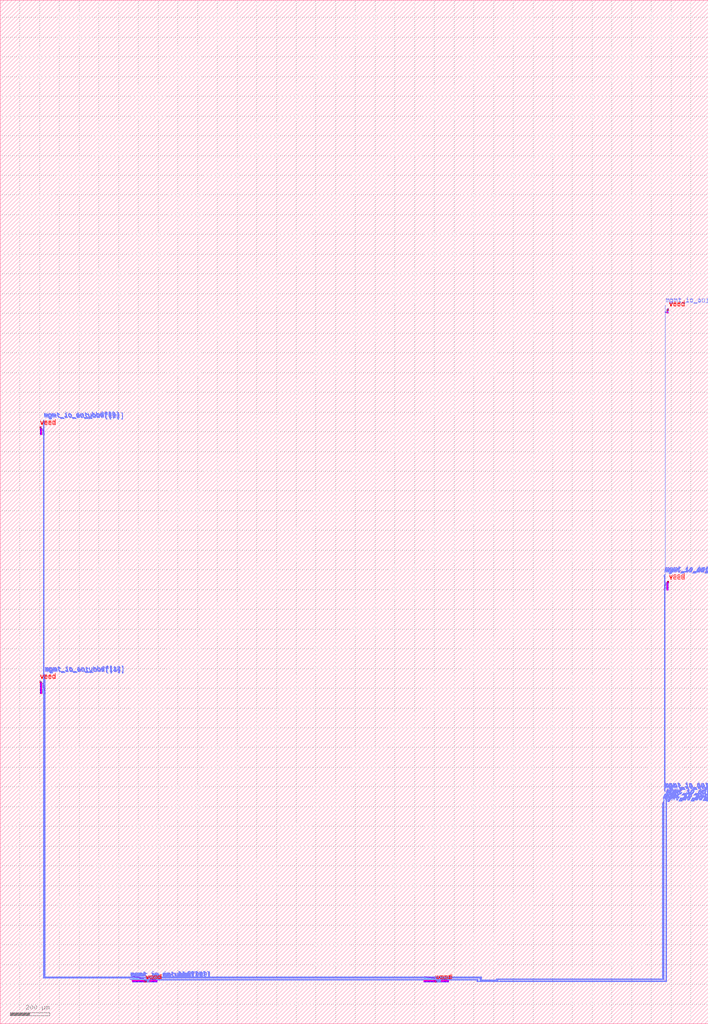
<source format=lef>
VERSION 5.7 ;
  NOWIREEXTENSIONATPIN ON ;
  DIVIDERCHAR "/" ;
  BUSBITCHARS "[]" ;
MACRO gpio_signal_buffering_alt
  CLASS BLOCK ;
  FOREIGN gpio_signal_buffering_alt ;
  ORIGIN 0.000 0.000 ;
  SIZE 3588.000 BY 5188.000 ;
  PIN mgmt_io_in_unbuf[6]
    DIRECTION INPUT ;
    USE SIGNAL ;
    PORT
      LAYER met1 ;
        RECT 3370.780 3640.170 3370.920 3641.605 ;
    END
  END mgmt_io_in_unbuf[6]
  PIN mgmt_io_out_buf[6]
    DIRECTION OUTPUT ;
    USE SIGNAL ;
    PORT
      LAYER met1 ;
        RECT 3370.220 3639.170 3370.360 3640.605 ;
    END
  END mgmt_io_out_buf[6]
  PIN mgmt_io_in_unbuf[5]
    DIRECTION INPUT ;
    USE SIGNAL ;
    PORT
      LAYER met1 ;
        RECT 3369.800 2279.840 3369.940 2281.275 ;
    END
  END mgmt_io_in_unbuf[5]
  PIN mgmt_io_in_unbuf[4]
    DIRECTION INPUT ;
    USE SIGNAL ;
    PORT
      LAYER met1 ;
        RECT 3368.680 2277.840 3368.820 2279.275 ;
    END
  END mgmt_io_in_unbuf[4]
  PIN mgmt_io_in_unbuf[3]
    DIRECTION INPUT ;
    USE SIGNAL ;
    PORT
      LAYER met1 ;
        RECT 3367.560 2275.840 3367.700 2277.275 ;
    END
  END mgmt_io_in_unbuf[3]
  PIN mgmt_io_in_unbuf[2]
    DIRECTION INPUT ;
    USE SIGNAL ;
    PORT
      LAYER met1 ;
        RECT 3366.440 2273.840 3366.580 2275.275 ;
    END
  END mgmt_io_in_unbuf[2]
  PIN mgmt_io_in_unbuf[1]
    DIRECTION INPUT ;
    USE SIGNAL ;
    PORT
      LAYER met1 ;
        RECT 3365.320 2271.840 3365.460 2273.275 ;
    END
  END mgmt_io_in_unbuf[1]
  PIN mgmt_io_in_unbuf[0]
    DIRECTION INPUT ;
    USE SIGNAL ;
    PORT
      LAYER met1 ;
        RECT 3364.200 2269.840 3364.340 2271.275 ;
    END
  END mgmt_io_in_unbuf[0]
  PIN mgmt_io_out_buf[0]
    DIRECTION OUTPUT ;
    USE SIGNAL ;
    PORT
      LAYER met1 ;
        RECT 3363.640 2268.840 3363.780 2270.275 ;
    END
  END mgmt_io_out_buf[0]
  PIN mgmt_io_out_buf[1]
    DIRECTION OUTPUT ;
    USE SIGNAL ;
    PORT
      LAYER met1 ;
        RECT 3364.760 2270.840 3364.900 2272.275 ;
    END
  END mgmt_io_out_buf[1]
  PIN mgmt_io_out_buf[2]
    DIRECTION OUTPUT ;
    USE SIGNAL ;
    PORT
      LAYER met1 ;
        RECT 3365.880 2272.840 3366.020 2274.275 ;
    END
  END mgmt_io_out_buf[2]
  PIN mgmt_io_out_buf[3]
    DIRECTION OUTPUT ;
    USE SIGNAL ;
    PORT
      LAYER met1 ;
        RECT 3367.000 2274.840 3367.140 2276.275 ;
    END
  END mgmt_io_out_buf[3]
  PIN mgmt_io_out_buf[4]
    DIRECTION OUTPUT ;
    USE SIGNAL ;
    PORT
      LAYER met1 ;
        RECT 3368.120 2276.840 3368.260 2278.275 ;
    END
  END mgmt_io_out_buf[4]
  PIN mgmt_io_out_buf[5]
    DIRECTION OUTPUT ;
    USE SIGNAL ;
    PORT
      LAYER met1 ;
        RECT 3369.240 2278.840 3369.380 2280.275 ;
    END
  END mgmt_io_out_buf[5]
  PIN mgmt_io_out_unbuf[0]
    DIRECTION INPUT ;
    USE SIGNAL ;
    PORT
      LAYER met1 ;
        RECT 3363.780 1185.250 3363.920 1186.685 ;
    END
  END mgmt_io_out_unbuf[0]
  PIN mgmt_io_out_unbuf[1]
    DIRECTION INPUT ;
    USE SIGNAL ;
    PORT
      LAYER met1 ;
        RECT 3364.900 1183.250 3365.040 1184.685 ;
    END
  END mgmt_io_out_unbuf[1]
  PIN mgmt_io_out_unbuf[2]
    DIRECTION INPUT ;
    USE SIGNAL ;
    PORT
      LAYER met1 ;
        RECT 3366.020 1181.250 3366.160 1182.685 ;
    END
  END mgmt_io_out_unbuf[2]
  PIN mgmt_io_out_unbuf[3]
    DIRECTION INPUT ;
    USE SIGNAL ;
    PORT
      LAYER met1 ;
        RECT 3367.140 1179.250 3367.280 1180.685 ;
    END
  END mgmt_io_out_unbuf[3]
  PIN mgmt_io_out_unbuf[4]
    DIRECTION INPUT ;
    USE SIGNAL ;
    PORT
      LAYER met1 ;
        RECT 3368.260 1177.250 3368.400 1178.685 ;
    END
  END mgmt_io_out_unbuf[4]
  PIN mgmt_io_out_unbuf[5]
    DIRECTION INPUT ;
    USE SIGNAL ;
    PORT
      LAYER met1 ;
        RECT 3369.380 1175.250 3369.520 1176.685 ;
    END
  END mgmt_io_out_unbuf[5]
  PIN mgmt_io_out_unbuf[6]
    DIRECTION INPUT ;
    USE SIGNAL ;
    PORT
      LAYER met1 ;
        RECT 3370.500 1173.250 3370.640 1174.685 ;
    END
  END mgmt_io_out_unbuf[6]
  PIN mgmt_io_in_buf[6]
    DIRECTION OUTPUT ;
    USE SIGNAL ;
    PORT
      LAYER met1 ;
        RECT 3371.060 1172.250 3371.200 1173.685 ;
    END
  END mgmt_io_in_buf[6]
  PIN mgmt_io_in_buf[5]
    DIRECTION OUTPUT ;
    USE SIGNAL ;
    PORT
      LAYER met1 ;
        RECT 3369.940 1174.250 3370.080 1175.685 ;
    END
  END mgmt_io_in_buf[5]
  PIN mgmt_io_in_buf[4]
    DIRECTION OUTPUT ;
    USE SIGNAL ;
    PORT
      LAYER met1 ;
        RECT 3368.820 1176.250 3368.960 1177.685 ;
    END
  END mgmt_io_in_buf[4]
  PIN mgmt_io_in_buf[3]
    DIRECTION OUTPUT ;
    USE SIGNAL ;
    PORT
      LAYER met1 ;
        RECT 3367.700 1178.250 3367.840 1179.685 ;
    END
  END mgmt_io_in_buf[3]
  PIN mgmt_io_in_buf[2]
    DIRECTION OUTPUT ;
    USE SIGNAL ;
    PORT
      LAYER met1 ;
        RECT 3366.580 1180.250 3366.720 1181.685 ;
    END
  END mgmt_io_in_buf[2]
  PIN mgmt_io_in_buf[1]
    DIRECTION OUTPUT ;
    USE SIGNAL ;
    PORT
      LAYER met1 ;
        RECT 3365.460 1182.250 3365.600 1183.685 ;
    END
  END mgmt_io_in_buf[1]
  PIN mgmt_io_in_buf[0]
    DIRECTION OUTPUT ;
    USE SIGNAL ;
    PORT
      LAYER met1 ;
        RECT 3364.340 1184.250 3364.480 1185.685 ;
    END
  END mgmt_io_in_buf[0]
  PIN mgmt_io_out_buf[10]
    DIRECTION OUTPUT ;
    USE SIGNAL ;
    PORT
      LAYER met1 ;
        RECT 221.675 3054.475 221.815 3055.780 ;
    END
  END mgmt_io_out_buf[10]
  PIN mgmt_io_out_buf[11]
    DIRECTION OUTPUT ;
    USE SIGNAL ;
    PORT
      LAYER met1 ;
        RECT 222.795 3052.475 222.935 3053.780 ;
    END
  END mgmt_io_out_buf[11]
  PIN mgmt_io_in_unbuf[11]
    DIRECTION INPUT ;
    USE SIGNAL ;
    PORT
      LAYER met1 ;
        RECT 222.235 3053.475 222.375 3054.780 ;
    END
  END mgmt_io_in_unbuf[11]
  PIN mgmt_io_in_unbuf[10]
    DIRECTION INPUT ;
    USE SIGNAL ;
    PORT
      LAYER met1 ;
        RECT 221.115 3055.475 221.255 3056.780 ;
    END
  END mgmt_io_in_unbuf[10]
  PIN mgmt_io_out_buf[12]
    DIRECTION OUTPUT ;
    USE SIGNAL ;
    PORT
      LAYER met1 ;
        RECT 223.775 1771.180 223.915 1772.650 ;
    END
  END mgmt_io_out_buf[12]
  PIN mgmt_io_out_buf[13]
    DIRECTION OUTPUT ;
    USE SIGNAL ;
    PORT
      LAYER met1 ;
        RECT 224.895 1769.180 225.035 1770.650 ;
    END
  END mgmt_io_out_buf[13]
  PIN mgmt_io_out_buf[14]
    DIRECTION OUTPUT ;
    USE SIGNAL ;
    PORT
      LAYER met1 ;
        RECT 226.015 1767.180 226.155 1768.650 ;
    END
  END mgmt_io_out_buf[14]
  PIN mgmt_io_out_buf[15]
    DIRECTION OUTPUT ;
    USE SIGNAL ;
    PORT
      LAYER met1 ;
        RECT 227.135 1765.180 227.275 1766.650 ;
    END
  END mgmt_io_out_buf[15]
  PIN mgmt_io_in_unbuf[15]
    DIRECTION INPUT ;
    USE SIGNAL ;
    PORT
      LAYER met1 ;
        RECT 226.575 1766.180 226.715 1767.650 ;
    END
  END mgmt_io_in_unbuf[15]
  PIN mgmt_io_in_unbuf[14]
    DIRECTION INPUT ;
    USE SIGNAL ;
    PORT
      LAYER met1 ;
        RECT 225.455 1768.180 225.595 1769.650 ;
    END
  END mgmt_io_in_unbuf[14]
  PIN mgmt_io_in_unbuf[13]
    DIRECTION INPUT ;
    USE SIGNAL ;
    PORT
      LAYER met1 ;
        RECT 224.335 1770.180 224.475 1771.650 ;
    END
  END mgmt_io_in_unbuf[13]
  PIN mgmt_io_in_unbuf[12]
    DIRECTION INPUT ;
    USE SIGNAL ;
    PORT
      LAYER met1 ;
        RECT 223.215 1772.180 223.355 1773.650 ;
    END
  END mgmt_io_in_unbuf[12]
  PIN mgmt_io_out_buf[16]
    DIRECTION OUTPUT ;
    USE SIGNAL ;
    PORT
      LAYER met1 ;
        RECT 655.755 225.380 657.010 225.520 ;
    END
  END mgmt_io_out_buf[16]
  PIN mgmt_io_out_buf[17]
    DIRECTION OUTPUT ;
    USE SIGNAL ;
    PORT
      LAYER met1 ;
        RECT 657.755 224.540 659.010 224.680 ;
    END
  END mgmt_io_out_buf[17]
  PIN mgmt_io_out_buf[18]
    DIRECTION OUTPUT ;
    USE SIGNAL ;
    PORT
      LAYER met1 ;
        RECT 659.755 223.700 661.010 223.840 ;
    END
  END mgmt_io_out_buf[18]
  PIN mgmt_io_out_buf[19]
    DIRECTION OUTPUT ;
    USE SIGNAL ;
    PORT
      LAYER met1 ;
        RECT 661.755 222.860 663.010 223.000 ;
    END
  END mgmt_io_out_buf[19]
  PIN mgmt_io_in_unbuf[19]
    DIRECTION INPUT ;
    USE SIGNAL ;
    PORT
      LAYER met1 ;
        RECT 662.615 222.440 663.870 222.580 ;
    END
  END mgmt_io_in_unbuf[19]
  PIN mgmt_io_in_unbuf[18]
    DIRECTION INPUT ;
    USE SIGNAL ;
    PORT
      LAYER met1 ;
        RECT 660.615 223.280 661.870 223.420 ;
    END
  END mgmt_io_in_unbuf[18]
  PIN mgmt_io_in_unbuf[17]
    DIRECTION INPUT ;
    USE SIGNAL ;
    PORT
      LAYER met1 ;
        RECT 658.615 224.120 659.870 224.260 ;
    END
  END mgmt_io_in_unbuf[17]
  PIN mgmt_io_in_unbuf[16]
    DIRECTION INPUT ;
    USE SIGNAL ;
    PORT
      LAYER met1 ;
        RECT 656.615 224.960 657.870 225.100 ;
    END
  END mgmt_io_in_unbuf[16]
  PIN mgmt_io_oeb_buf[0]
    DIRECTION OUTPUT ;
    USE SIGNAL ;
    PORT
      LAYER met1 ;
        RECT 663.615 221.880 664.870 222.020 ;
    END
  END mgmt_io_oeb_buf[0]
  PIN mgmt_io_oeb_buf[1]
    DIRECTION OUTPUT ;
    USE SIGNAL ;
    PORT
      LAYER met1 ;
        RECT 664.615 221.320 665.870 221.460 ;
    END
  END mgmt_io_oeb_buf[1]
  PIN mgmt_io_oeb_buf[2]
    DIRECTION OUTPUT ;
    USE SIGNAL ;
    PORT
      LAYER met1 ;
        RECT 665.615 220.760 666.870 220.900 ;
    END
  END mgmt_io_oeb_buf[2]
  PIN mgmt_io_oeb_unbuf[2]
    DIRECTION INPUT ;
    USE SIGNAL ;
    PORT
      LAYER met1 ;
        RECT 3377.640 1155.250 3377.780 1156.435 ;
    END
  END mgmt_io_oeb_unbuf[2]
  PIN mgmt_io_oeb_unbuf[1]
    DIRECTION INPUT ;
    USE SIGNAL ;
    PORT
      LAYER met1 ;
        RECT 3376.800 1154.250 3376.940 1155.435 ;
    END
  END mgmt_io_oeb_unbuf[1]
  PIN mgmt_io_oeb_unbuf[0]
    DIRECTION INPUT ;
    USE SIGNAL ;
    PORT
      LAYER met1 ;
        RECT 3375.960 1153.250 3376.100 1154.435 ;
    END
  END mgmt_io_oeb_unbuf[0]
  PIN mgmt_io_in_buf[19]
    DIRECTION OUTPUT ;
    USE SIGNAL ;
    PORT
      LAYER met1 ;
        RECT 3375.120 1152.250 3375.260 1153.435 ;
    END
  END mgmt_io_in_buf[19]
  PIN mgmt_io_in_buf[18]
    DIRECTION OUTPUT ;
    USE SIGNAL ;
    PORT
      LAYER met1 ;
        RECT 3374.000 1150.250 3374.140 1151.435 ;
    END
  END mgmt_io_in_buf[18]
  PIN mgmt_io_in_buf[17]
    DIRECTION OUTPUT ;
    USE SIGNAL ;
    PORT
      LAYER met1 ;
        RECT 3372.880 1148.250 3373.020 1149.435 ;
    END
  END mgmt_io_in_buf[17]
  PIN mgmt_io_in_buf[16]
    DIRECTION OUTPUT ;
    USE SIGNAL ;
    PORT
      LAYER met1 ;
        RECT 3371.760 1146.250 3371.900 1147.435 ;
    END
  END mgmt_io_in_buf[16]
  PIN mgmt_io_out_unbuf[16]
    DIRECTION INPUT ;
    USE SIGNAL ;
    PORT
      LAYER met1 ;
        RECT 3371.200 1145.250 3371.340 1146.435 ;
    END
  END mgmt_io_out_unbuf[16]
  PIN mgmt_io_out_unbuf[17]
    DIRECTION INPUT ;
    USE SIGNAL ;
    PORT
      LAYER met1 ;
        RECT 3372.320 1147.250 3372.460 1148.435 ;
    END
  END mgmt_io_out_unbuf[17]
  PIN mgmt_io_out_unbuf[18]
    DIRECTION INPUT ;
    USE SIGNAL ;
    PORT
      LAYER met1 ;
        RECT 3373.440 1149.250 3373.580 1150.435 ;
    END
  END mgmt_io_out_unbuf[18]
  PIN mgmt_io_out_unbuf[19]
    DIRECTION INPUT ;
    USE SIGNAL ;
    PORT
      LAYER met1 ;
        RECT 3374.560 1151.250 3374.700 1152.435 ;
    END
  END mgmt_io_out_unbuf[19]
  PIN mgmt_io_out_unbuf[15]
    DIRECTION INPUT ;
    USE SIGNAL ;
    PORT
      LAYER met1 ;
        RECT 3354.680 1115.250 3354.820 1116.665 ;
    END
  END mgmt_io_out_unbuf[15]
  PIN mgmt_io_out_unbuf[14]
    DIRECTION INPUT ;
    USE SIGNAL ;
    PORT
      LAYER met1 ;
        RECT 3355.800 1117.250 3355.940 1118.665 ;
    END
  END mgmt_io_out_unbuf[14]
  PIN mgmt_io_out_unbuf[13]
    DIRECTION INPUT ;
    USE SIGNAL ;
    PORT
      LAYER met1 ;
        RECT 3356.920 1119.250 3357.060 1120.665 ;
    END
  END mgmt_io_out_unbuf[13]
  PIN mgmt_io_out_unbuf[12]
    DIRECTION INPUT ;
    USE SIGNAL ;
    PORT
      LAYER met1 ;
        RECT 3358.040 1121.250 3358.180 1122.665 ;
    END
  END mgmt_io_out_unbuf[12]
  PIN mgmt_io_out_unbuf[11]
    DIRECTION INPUT ;
    USE SIGNAL ;
    PORT
      LAYER met1 ;
        RECT 3359.160 1123.250 3359.300 1124.665 ;
    END
  END mgmt_io_out_unbuf[11]
  PIN mgmt_io_out_unbuf[10]
    DIRECTION INPUT ;
    USE SIGNAL ;
    PORT
      LAYER met1 ;
        RECT 3360.280 1125.250 3360.420 1126.665 ;
    END
  END mgmt_io_out_unbuf[10]
  PIN mgmt_io_out_unbuf[9]
    DIRECTION INPUT ;
    USE SIGNAL ;
    PORT
      LAYER met1 ;
        RECT 3361.400 1127.250 3361.540 1128.665 ;
    END
  END mgmt_io_out_unbuf[9]
  PIN mgmt_io_out_unbuf[8]
    DIRECTION INPUT ;
    USE SIGNAL ;
    PORT
      LAYER met1 ;
        RECT 3362.520 1129.250 3362.660 1130.665 ;
    END
  END mgmt_io_out_unbuf[8]
  PIN mgmt_io_out_unbuf[7]
    DIRECTION INPUT ;
    USE SIGNAL ;
    PORT
      LAYER met1 ;
        RECT 3363.640 1131.250 3363.780 1132.665 ;
    END
  END mgmt_io_out_unbuf[7]
  PIN mgmt_io_in_buf[7]
    DIRECTION OUTPUT ;
    USE SIGNAL ;
    PORT
      LAYER met1 ;
        RECT 3364.200 1132.250 3364.340 1133.665 ;
    END
  END mgmt_io_in_buf[7]
  PIN mgmt_io_in_buf[8]
    DIRECTION OUTPUT ;
    USE SIGNAL ;
    PORT
      LAYER met1 ;
        RECT 3363.080 1130.250 3363.220 1131.665 ;
    END
  END mgmt_io_in_buf[8]
  PIN mgmt_io_in_buf[9]
    DIRECTION OUTPUT ;
    USE SIGNAL ;
    PORT
      LAYER met1 ;
        RECT 3361.960 1128.250 3362.100 1129.665 ;
    END
  END mgmt_io_in_buf[9]
  PIN mgmt_io_in_buf[10]
    DIRECTION OUTPUT ;
    USE SIGNAL ;
    PORT
      LAYER met1 ;
        RECT 3360.840 1126.250 3360.980 1127.665 ;
    END
  END mgmt_io_in_buf[10]
  PIN mgmt_io_in_buf[11]
    DIRECTION OUTPUT ;
    USE SIGNAL ;
    PORT
      LAYER met1 ;
        RECT 3359.720 1124.250 3359.860 1125.665 ;
    END
  END mgmt_io_in_buf[11]
  PIN mgmt_io_in_buf[12]
    DIRECTION OUTPUT ;
    USE SIGNAL ;
    PORT
      LAYER met1 ;
        RECT 3358.600 1122.250 3358.740 1123.665 ;
    END
  END mgmt_io_in_buf[12]
  PIN mgmt_io_in_buf[13]
    DIRECTION OUTPUT ;
    USE SIGNAL ;
    PORT
      LAYER met1 ;
        RECT 3357.480 1120.250 3357.620 1121.665 ;
    END
  END mgmt_io_in_buf[13]
  PIN mgmt_io_in_buf[14]
    DIRECTION OUTPUT ;
    USE SIGNAL ;
    PORT
      LAYER met1 ;
        RECT 3356.360 1118.250 3356.500 1119.665 ;
    END
  END mgmt_io_in_buf[14]
  PIN mgmt_io_in_buf[15]
    DIRECTION OUTPUT ;
    USE SIGNAL ;
    PORT
      LAYER met1 ;
        RECT 3355.240 1116.250 3355.380 1117.665 ;
    END
  END mgmt_io_in_buf[15]
  PIN vssd
    DIRECTION INPUT ;
    USE GROUND ;
    PORT
      LAYER met3 ;
        RECT 3387.320 2240.650 3387.770 2242.135 ;
    END
    PORT
      LAYER met3 ;
        RECT 3387.350 3622.635 3387.800 3624.120 ;
    END
    PORT
      LAYER met3 ;
        RECT 737.160 209.985 738.690 210.455 ;
    END
    PORT
      LAYER met3 ;
        RECT 2208.220 209.890 2209.750 210.360 ;
    END
    PORT
      LAYER met3 ;
        RECT 200.370 1734.925 200.820 1736.410 ;
    END
    PORT
      LAYER met3 ;
        RECT 200.265 3023.205 200.715 3024.690 ;
    END
  END vssd
  PIN vccd
    DIRECTION INPUT ;
    USE POWER ;
    PORT
      LAYER met3 ;
        RECT 3387.310 2234.655 3387.760 2236.140 ;
    END
    PORT
      LAYER met3 ;
        RECT 3387.305 3616.650 3387.755 3618.135 ;
    END
    PORT
      LAYER met3 ;
        RECT 731.130 209.985 732.660 210.455 ;
    END
    PORT
      LAYER met3 ;
        RECT 2202.255 209.920 2203.785 210.390 ;
    END
    PORT
      LAYER met3 ;
        RECT 200.380 1728.960 200.830 1730.445 ;
    END
    PORT
      LAYER met3 ;
        RECT 200.265 3017.200 200.715 3018.685 ;
    END
  END vccd
  PIN mgmt_io_out_buf[9]
    PORT
      LAYER met1 ;
        RECT 220.555 3056.670 220.695 3057.975 ;
    END
  END mgmt_io_out_buf[9]
  PIN mgmt_io_in_unbuf[9]
    PORT
      LAYER met1 ;
        RECT 219.995 3057.670 220.135 3058.975 ;
    END
  END mgmt_io_in_unbuf[9]
  PIN mgmt_io_out_buf[8]
    PORT
      LAYER met1 ;
        RECT 219.435 3058.670 219.575 3059.975 ;
    END
  END mgmt_io_out_buf[8]
  PIN mgmt_io_in_unbuf[8]
    PORT
      LAYER met1 ;
        RECT 218.875 3059.670 219.015 3060.975 ;
    END
  END mgmt_io_in_unbuf[8]
  PIN mgmt_io_out_buf[7]
    PORT
      LAYER met1 ;
        RECT 218.315 3060.535 218.455 3061.840 ;
    END
  END mgmt_io_out_buf[7]
  PIN mgmt_io_in_unbuf[7]
    PORT
      LAYER met1 ;
        RECT 217.755 3061.535 217.895 3062.840 ;
    END
  END mgmt_io_in_unbuf[7]
  OBS
      LAYER nwell ;
        RECT 3377.675 3601.870 3379.280 3608.690 ;
      LAYER pwell ;
        RECT 3379.610 3608.055 3380.395 3608.485 ;
        RECT 3380.775 3608.055 3381.560 3608.485 ;
        RECT 3380.690 3607.960 3381.600 3608.035 ;
        RECT 3380.435 3607.680 3381.600 3607.960 ;
        RECT 3380.690 3602.905 3381.600 3607.680 ;
        RECT 3379.610 3602.075 3380.395 3602.505 ;
        RECT 3380.775 3602.075 3381.560 3602.505 ;
      LAYER nwell ;
        RECT 3381.890 3601.870 3384.720 3608.690 ;
      LAYER pwell ;
        RECT 3385.050 3608.055 3385.835 3608.485 ;
        RECT 3385.010 3602.840 3385.920 3607.655 ;
        RECT 3385.010 3602.670 3386.110 3602.840 ;
        RECT 3385.010 3602.525 3385.920 3602.670 ;
        RECT 3385.050 3602.075 3385.835 3602.505 ;
        RECT 202.160 3014.645 202.945 3015.075 ;
        RECT 202.075 3009.430 202.985 3014.245 ;
        RECT 201.885 3009.260 202.985 3009.430 ;
        RECT 202.075 3009.115 202.985 3009.260 ;
        RECT 202.160 3008.665 202.945 3009.095 ;
        RECT 202.075 3003.450 202.985 3008.265 ;
        RECT 201.885 3003.280 202.985 3003.450 ;
        RECT 202.075 3003.135 202.985 3003.280 ;
        RECT 202.160 3002.685 202.945 3003.115 ;
        RECT 202.075 2997.470 202.985 3002.285 ;
        RECT 201.885 2997.300 202.985 2997.470 ;
        RECT 202.075 2997.155 202.985 2997.300 ;
        RECT 202.160 2996.705 202.945 2997.135 ;
        RECT 202.075 2991.490 202.985 2996.305 ;
        RECT 201.885 2991.320 202.985 2991.490 ;
        RECT 202.075 2991.175 202.985 2991.320 ;
        RECT 202.160 2990.725 202.945 2991.155 ;
        RECT 202.075 2985.510 202.985 2990.325 ;
        RECT 201.885 2985.340 202.985 2985.510 ;
        RECT 202.075 2985.195 202.985 2985.340 ;
        RECT 202.160 2984.745 202.945 2985.175 ;
      LAYER nwell ;
        RECT 203.275 2984.540 206.105 3015.280 ;
      LAYER pwell ;
        RECT 206.435 3014.645 207.220 3015.075 ;
        RECT 207.600 3014.645 208.385 3015.075 ;
        RECT 206.395 3014.550 207.305 3014.625 ;
        RECT 206.395 3014.270 207.560 3014.550 ;
        RECT 206.395 3009.495 207.305 3014.270 ;
        RECT 206.435 3008.665 207.220 3009.095 ;
        RECT 207.600 3008.665 208.385 3009.095 ;
        RECT 206.395 3008.570 207.305 3008.645 ;
        RECT 206.395 3008.290 207.560 3008.570 ;
        RECT 206.395 3003.515 207.305 3008.290 ;
        RECT 206.435 3002.685 207.220 3003.115 ;
        RECT 207.600 3002.685 208.385 3003.115 ;
        RECT 206.395 3002.590 207.305 3002.665 ;
        RECT 206.395 3002.310 207.560 3002.590 ;
        RECT 206.395 2997.535 207.305 3002.310 ;
        RECT 206.435 2996.705 207.220 2997.135 ;
        RECT 207.600 2996.705 208.385 2997.135 ;
        RECT 206.395 2996.610 207.305 2996.685 ;
        RECT 206.395 2996.330 207.560 2996.610 ;
        RECT 206.395 2991.555 207.305 2996.330 ;
        RECT 206.435 2990.725 207.220 2991.155 ;
        RECT 207.600 2990.725 208.385 2991.155 ;
        RECT 206.395 2990.630 207.305 2990.705 ;
        RECT 206.395 2990.350 207.560 2990.630 ;
        RECT 206.395 2985.575 207.305 2990.350 ;
        RECT 206.435 2984.745 207.220 2985.175 ;
        RECT 207.600 2984.745 208.385 2985.175 ;
      LAYER nwell ;
        RECT 208.715 2984.540 210.320 3015.280 ;
        RECT 3377.675 2195.870 3379.280 2238.570 ;
      LAYER pwell ;
        RECT 3379.610 2237.935 3380.395 2238.365 ;
        RECT 3380.775 2237.935 3381.560 2238.365 ;
        RECT 3380.690 2237.840 3381.600 2237.915 ;
        RECT 3380.435 2237.560 3381.600 2237.840 ;
        RECT 3380.690 2232.785 3381.600 2237.560 ;
        RECT 3379.610 2231.955 3380.395 2232.385 ;
        RECT 3380.775 2231.955 3381.560 2232.385 ;
        RECT 3380.690 2231.860 3381.600 2231.935 ;
        RECT 3380.435 2231.580 3381.600 2231.860 ;
        RECT 3380.690 2226.805 3381.600 2231.580 ;
        RECT 3379.610 2225.975 3380.395 2226.405 ;
        RECT 3380.775 2225.975 3381.560 2226.405 ;
        RECT 3380.690 2225.880 3381.600 2225.955 ;
        RECT 3380.435 2225.600 3381.600 2225.880 ;
        RECT 3380.690 2220.825 3381.600 2225.600 ;
        RECT 3379.610 2219.995 3380.395 2220.425 ;
        RECT 3380.775 2219.995 3381.560 2220.425 ;
        RECT 3380.690 2219.900 3381.600 2219.975 ;
        RECT 3380.435 2219.620 3381.600 2219.900 ;
        RECT 3380.690 2214.845 3381.600 2219.620 ;
        RECT 3379.610 2214.015 3380.395 2214.445 ;
        RECT 3380.775 2214.015 3381.560 2214.445 ;
        RECT 3380.690 2213.920 3381.600 2213.995 ;
        RECT 3380.435 2213.640 3381.600 2213.920 ;
        RECT 3380.690 2208.865 3381.600 2213.640 ;
        RECT 3379.610 2208.035 3380.395 2208.465 ;
        RECT 3380.775 2208.035 3381.560 2208.465 ;
        RECT 3380.690 2207.940 3381.600 2208.015 ;
        RECT 3380.435 2207.660 3381.600 2207.940 ;
        RECT 3380.690 2202.885 3381.600 2207.660 ;
        RECT 3379.610 2202.055 3380.395 2202.485 ;
        RECT 3380.775 2202.055 3381.560 2202.485 ;
        RECT 3380.690 2201.960 3381.600 2202.035 ;
        RECT 3380.435 2201.680 3381.600 2201.960 ;
        RECT 3380.690 2196.905 3381.600 2201.680 ;
        RECT 3379.610 2196.075 3380.395 2196.505 ;
        RECT 3380.775 2196.075 3381.560 2196.505 ;
      LAYER nwell ;
        RECT 3381.890 2195.870 3384.720 2238.570 ;
      LAYER pwell ;
        RECT 3385.050 2237.935 3385.835 2238.365 ;
        RECT 3385.010 2232.720 3385.920 2237.535 ;
        RECT 3385.010 2232.550 3386.110 2232.720 ;
        RECT 3385.010 2232.405 3385.920 2232.550 ;
        RECT 3385.050 2231.955 3385.835 2232.385 ;
        RECT 3385.010 2226.740 3385.920 2231.555 ;
        RECT 3385.010 2226.570 3386.110 2226.740 ;
        RECT 3385.010 2226.425 3385.920 2226.570 ;
        RECT 3385.050 2225.975 3385.835 2226.405 ;
        RECT 3385.010 2220.760 3385.920 2225.575 ;
        RECT 3385.010 2220.590 3386.110 2220.760 ;
        RECT 3385.010 2220.445 3385.920 2220.590 ;
        RECT 3385.050 2219.995 3385.835 2220.425 ;
        RECT 3385.010 2214.780 3385.920 2219.595 ;
        RECT 3385.010 2214.610 3386.110 2214.780 ;
        RECT 3385.010 2214.465 3385.920 2214.610 ;
        RECT 3385.050 2214.015 3385.835 2214.445 ;
        RECT 3385.010 2208.800 3385.920 2213.615 ;
        RECT 3385.010 2208.630 3386.110 2208.800 ;
        RECT 3385.010 2208.485 3385.920 2208.630 ;
        RECT 3385.050 2208.035 3385.835 2208.465 ;
        RECT 3385.010 2202.820 3385.920 2207.635 ;
        RECT 3385.010 2202.650 3386.110 2202.820 ;
        RECT 3385.010 2202.505 3385.920 2202.650 ;
        RECT 3385.050 2202.055 3385.835 2202.485 ;
        RECT 3385.010 2196.840 3385.920 2201.655 ;
        RECT 3385.010 2196.670 3386.110 2196.840 ;
        RECT 3385.010 2196.525 3385.920 2196.670 ;
        RECT 3385.050 2196.075 3385.835 2196.505 ;
        RECT 202.270 1726.740 203.055 1727.170 ;
        RECT 202.185 1721.525 203.095 1726.340 ;
        RECT 201.995 1721.355 203.095 1721.525 ;
        RECT 202.185 1721.210 203.095 1721.355 ;
        RECT 202.270 1720.760 203.055 1721.190 ;
        RECT 202.185 1715.545 203.095 1720.360 ;
        RECT 201.995 1715.375 203.095 1715.545 ;
        RECT 202.185 1715.230 203.095 1715.375 ;
        RECT 202.270 1714.780 203.055 1715.210 ;
        RECT 202.185 1709.565 203.095 1714.380 ;
        RECT 201.995 1709.395 203.095 1709.565 ;
        RECT 202.185 1709.250 203.095 1709.395 ;
        RECT 202.270 1708.800 203.055 1709.230 ;
        RECT 202.185 1703.585 203.095 1708.400 ;
        RECT 201.995 1703.415 203.095 1703.585 ;
        RECT 202.185 1703.270 203.095 1703.415 ;
        RECT 202.270 1702.820 203.055 1703.250 ;
        RECT 202.185 1697.605 203.095 1702.420 ;
        RECT 201.995 1697.435 203.095 1697.605 ;
        RECT 202.185 1697.290 203.095 1697.435 ;
        RECT 202.270 1696.840 203.055 1697.270 ;
        RECT 202.185 1691.625 203.095 1696.440 ;
        RECT 201.995 1691.455 203.095 1691.625 ;
        RECT 202.185 1691.310 203.095 1691.455 ;
        RECT 202.270 1690.860 203.055 1691.290 ;
        RECT 202.185 1685.645 203.095 1690.460 ;
        RECT 201.995 1685.475 203.095 1685.645 ;
        RECT 202.185 1685.330 203.095 1685.475 ;
        RECT 202.270 1684.880 203.055 1685.310 ;
        RECT 202.185 1679.665 203.095 1684.480 ;
        RECT 201.995 1679.495 203.095 1679.665 ;
        RECT 202.185 1679.350 203.095 1679.495 ;
        RECT 202.270 1678.900 203.055 1679.330 ;
        RECT 202.185 1673.685 203.095 1678.500 ;
        RECT 201.995 1673.515 203.095 1673.685 ;
        RECT 202.185 1673.370 203.095 1673.515 ;
        RECT 202.270 1672.920 203.055 1673.350 ;
      LAYER nwell ;
        RECT 203.385 1672.715 206.215 1727.375 ;
      LAYER pwell ;
        RECT 206.545 1726.740 207.330 1727.170 ;
        RECT 207.710 1726.740 208.495 1727.170 ;
        RECT 206.505 1726.645 207.415 1726.720 ;
        RECT 206.505 1726.365 207.670 1726.645 ;
        RECT 206.505 1721.590 207.415 1726.365 ;
        RECT 206.545 1720.760 207.330 1721.190 ;
        RECT 207.710 1720.760 208.495 1721.190 ;
        RECT 206.505 1720.665 207.415 1720.740 ;
        RECT 206.505 1720.385 207.670 1720.665 ;
        RECT 206.505 1715.610 207.415 1720.385 ;
        RECT 206.545 1714.780 207.330 1715.210 ;
        RECT 207.710 1714.780 208.495 1715.210 ;
        RECT 206.505 1714.685 207.415 1714.760 ;
        RECT 206.505 1714.405 207.670 1714.685 ;
        RECT 206.505 1709.630 207.415 1714.405 ;
        RECT 206.545 1708.800 207.330 1709.230 ;
        RECT 207.710 1708.800 208.495 1709.230 ;
        RECT 206.505 1708.705 207.415 1708.780 ;
        RECT 206.505 1708.425 207.670 1708.705 ;
        RECT 206.505 1703.650 207.415 1708.425 ;
        RECT 206.545 1702.820 207.330 1703.250 ;
        RECT 207.710 1702.820 208.495 1703.250 ;
        RECT 206.505 1702.725 207.415 1702.800 ;
        RECT 206.505 1702.445 207.670 1702.725 ;
        RECT 206.505 1697.670 207.415 1702.445 ;
        RECT 206.545 1696.840 207.330 1697.270 ;
        RECT 207.710 1696.840 208.495 1697.270 ;
        RECT 206.505 1696.745 207.415 1696.820 ;
        RECT 206.505 1696.465 207.670 1696.745 ;
        RECT 206.505 1691.690 207.415 1696.465 ;
        RECT 206.545 1690.860 207.330 1691.290 ;
        RECT 207.710 1690.860 208.495 1691.290 ;
        RECT 206.505 1690.765 207.415 1690.840 ;
        RECT 206.505 1690.485 207.670 1690.765 ;
        RECT 206.505 1685.710 207.415 1690.485 ;
        RECT 206.545 1684.880 207.330 1685.310 ;
        RECT 207.710 1684.880 208.495 1685.310 ;
        RECT 206.505 1684.785 207.415 1684.860 ;
        RECT 206.505 1684.505 207.670 1684.785 ;
        RECT 206.505 1679.730 207.415 1684.505 ;
        RECT 206.545 1678.900 207.330 1679.330 ;
        RECT 207.710 1678.900 208.495 1679.330 ;
        RECT 206.505 1678.805 207.415 1678.880 ;
        RECT 206.505 1678.525 207.670 1678.805 ;
        RECT 206.505 1673.750 207.415 1678.525 ;
        RECT 206.545 1672.920 207.330 1673.350 ;
        RECT 207.710 1672.920 208.495 1673.350 ;
      LAYER nwell ;
        RECT 208.825 1672.715 210.430 1727.375 ;
        RECT 668.810 218.430 729.450 220.035 ;
        RECT 758.510 218.430 795.230 220.035 ;
        RECT 2145.810 218.430 2206.450 220.035 ;
        RECT 2235.510 218.430 2272.230 220.035 ;
      LAYER pwell ;
        RECT 669.015 217.315 669.445 218.100 ;
        RECT 674.995 217.315 675.425 218.100 ;
        RECT 680.975 217.315 681.405 218.100 ;
        RECT 686.955 217.315 687.385 218.100 ;
        RECT 692.935 217.315 693.365 218.100 ;
        RECT 698.915 217.315 699.345 218.100 ;
        RECT 704.895 217.315 705.325 218.100 ;
        RECT 710.875 217.315 711.305 218.100 ;
        RECT 716.855 217.315 717.285 218.100 ;
        RECT 722.835 217.315 723.265 218.100 ;
        RECT 728.815 217.315 729.245 218.100 ;
        RECT 758.715 217.315 759.145 218.100 ;
        RECT 764.695 217.315 765.125 218.100 ;
        RECT 770.675 217.315 771.105 218.100 ;
        RECT 776.655 217.315 777.085 218.100 ;
        RECT 782.635 217.315 783.065 218.100 ;
        RECT 788.615 217.315 789.045 218.100 ;
        RECT 794.595 217.315 795.025 218.100 ;
        RECT 2146.015 217.315 2146.445 218.100 ;
        RECT 2151.995 217.315 2152.425 218.100 ;
        RECT 2157.975 217.315 2158.405 218.100 ;
        RECT 2163.955 217.315 2164.385 218.100 ;
        RECT 2169.935 217.315 2170.365 218.100 ;
        RECT 2175.915 217.315 2176.345 218.100 ;
        RECT 2181.895 217.315 2182.325 218.100 ;
        RECT 2187.875 217.315 2188.305 218.100 ;
        RECT 2193.855 217.315 2194.285 218.100 ;
        RECT 2199.835 217.315 2200.265 218.100 ;
        RECT 2205.815 217.315 2206.245 218.100 ;
        RECT 2235.715 217.315 2236.145 218.100 ;
        RECT 2241.695 217.315 2242.125 218.100 ;
        RECT 2247.675 217.315 2248.105 218.100 ;
        RECT 2253.655 217.315 2254.085 218.100 ;
        RECT 2259.635 217.315 2260.065 218.100 ;
        RECT 2265.615 217.315 2266.045 218.100 ;
        RECT 2271.595 217.315 2272.025 218.100 ;
        RECT 669.540 216.995 669.820 217.275 ;
        RECT 674.660 217.020 674.830 217.210 ;
        RECT 669.015 216.150 669.445 216.935 ;
        RECT 669.845 216.110 674.975 217.020 ;
        RECT 675.520 216.995 675.800 217.275 ;
        RECT 680.640 217.020 680.810 217.210 ;
        RECT 674.995 216.150 675.425 216.935 ;
        RECT 675.825 216.110 680.955 217.020 ;
        RECT 681.500 216.995 681.780 217.275 ;
        RECT 686.620 217.020 686.790 217.210 ;
        RECT 680.975 216.150 681.405 216.935 ;
        RECT 681.805 216.110 686.935 217.020 ;
        RECT 687.480 216.995 687.760 217.275 ;
        RECT 692.600 217.020 692.770 217.210 ;
        RECT 686.955 216.150 687.385 216.935 ;
        RECT 687.785 216.110 692.915 217.020 ;
        RECT 693.460 216.995 693.740 217.275 ;
        RECT 698.580 217.020 698.750 217.210 ;
        RECT 692.935 216.150 693.365 216.935 ;
        RECT 693.765 216.110 698.895 217.020 ;
        RECT 699.440 216.995 699.720 217.275 ;
        RECT 704.560 217.020 704.730 217.210 ;
        RECT 698.915 216.150 699.345 216.935 ;
        RECT 699.745 216.110 704.875 217.020 ;
        RECT 705.420 216.995 705.700 217.275 ;
        RECT 710.540 217.020 710.710 217.210 ;
        RECT 704.895 216.150 705.325 216.935 ;
        RECT 705.725 216.110 710.855 217.020 ;
        RECT 711.400 216.995 711.680 217.275 ;
        RECT 716.520 217.020 716.690 217.210 ;
        RECT 710.875 216.150 711.305 216.935 ;
        RECT 711.705 216.110 716.835 217.020 ;
        RECT 717.380 216.995 717.660 217.275 ;
        RECT 722.500 217.020 722.670 217.210 ;
        RECT 716.855 216.150 717.285 216.935 ;
        RECT 717.685 216.110 722.815 217.020 ;
        RECT 723.360 216.975 723.640 217.275 ;
        RECT 759.240 216.995 759.520 217.275 ;
        RECT 764.360 217.020 764.530 217.210 ;
        RECT 722.835 216.150 723.265 216.935 ;
        RECT 728.815 216.150 729.245 216.935 ;
        RECT 758.715 216.150 759.145 216.935 ;
        RECT 759.545 216.110 764.675 217.020 ;
        RECT 765.220 216.995 765.500 217.275 ;
        RECT 770.340 217.020 770.510 217.210 ;
        RECT 764.695 216.150 765.125 216.935 ;
        RECT 765.525 216.110 770.655 217.020 ;
        RECT 771.200 216.995 771.480 217.275 ;
        RECT 776.320 217.020 776.490 217.210 ;
        RECT 770.675 216.150 771.105 216.935 ;
        RECT 771.505 216.110 776.635 217.020 ;
        RECT 777.180 216.995 777.460 217.275 ;
        RECT 782.300 217.020 782.470 217.210 ;
        RECT 776.655 216.150 777.085 216.935 ;
        RECT 777.485 216.110 782.615 217.020 ;
        RECT 783.160 216.995 783.440 217.275 ;
        RECT 788.280 217.020 788.450 217.210 ;
        RECT 782.635 216.150 783.065 216.935 ;
        RECT 783.465 216.110 788.595 217.020 ;
        RECT 789.140 216.995 789.420 217.275 ;
        RECT 794.260 217.020 794.430 217.210 ;
        RECT 788.615 216.150 789.045 216.935 ;
        RECT 789.445 216.110 794.575 217.020 ;
        RECT 2146.540 216.995 2146.820 217.275 ;
        RECT 2151.660 217.020 2151.830 217.210 ;
        RECT 794.595 216.150 795.025 216.935 ;
        RECT 2146.015 216.150 2146.445 216.935 ;
        RECT 2146.845 216.110 2151.975 217.020 ;
        RECT 2152.520 216.995 2152.800 217.275 ;
        RECT 2157.640 217.020 2157.810 217.210 ;
        RECT 2151.995 216.150 2152.425 216.935 ;
        RECT 2152.825 216.110 2157.955 217.020 ;
        RECT 2158.500 216.995 2158.780 217.275 ;
        RECT 2163.620 217.020 2163.790 217.210 ;
        RECT 2157.975 216.150 2158.405 216.935 ;
        RECT 2158.805 216.110 2163.935 217.020 ;
        RECT 2164.480 216.995 2164.760 217.275 ;
        RECT 2169.600 217.020 2169.770 217.210 ;
        RECT 2163.955 216.150 2164.385 216.935 ;
        RECT 2164.785 216.110 2169.915 217.020 ;
        RECT 2170.460 216.995 2170.740 217.275 ;
        RECT 2175.580 217.020 2175.750 217.210 ;
        RECT 2169.935 216.150 2170.365 216.935 ;
        RECT 2170.765 216.110 2175.895 217.020 ;
        RECT 2176.440 216.995 2176.720 217.275 ;
        RECT 2181.560 217.020 2181.730 217.210 ;
        RECT 2175.915 216.150 2176.345 216.935 ;
        RECT 2176.745 216.110 2181.875 217.020 ;
        RECT 2182.420 216.995 2182.700 217.275 ;
        RECT 2187.540 217.020 2187.710 217.210 ;
        RECT 2181.895 216.150 2182.325 216.935 ;
        RECT 2182.725 216.110 2187.855 217.020 ;
        RECT 2188.400 216.995 2188.680 217.275 ;
        RECT 2193.520 217.020 2193.690 217.210 ;
        RECT 2187.875 216.150 2188.305 216.935 ;
        RECT 2188.705 216.110 2193.835 217.020 ;
        RECT 2194.380 216.995 2194.660 217.275 ;
        RECT 2199.500 217.020 2199.670 217.210 ;
        RECT 2193.855 216.150 2194.285 216.935 ;
        RECT 2194.685 216.110 2199.815 217.020 ;
        RECT 2200.360 216.975 2200.640 217.275 ;
        RECT 2236.240 216.995 2236.520 217.275 ;
        RECT 2241.360 217.020 2241.530 217.210 ;
        RECT 2199.835 216.150 2200.265 216.935 ;
        RECT 2205.815 216.150 2206.245 216.935 ;
        RECT 2235.715 216.150 2236.145 216.935 ;
        RECT 2236.545 216.110 2241.675 217.020 ;
        RECT 2242.220 216.995 2242.500 217.275 ;
        RECT 2247.340 217.020 2247.510 217.210 ;
        RECT 2241.695 216.150 2242.125 216.935 ;
        RECT 2242.525 216.110 2247.655 217.020 ;
        RECT 2248.200 216.995 2248.480 217.275 ;
        RECT 2253.320 217.020 2253.490 217.210 ;
        RECT 2247.675 216.150 2248.105 216.935 ;
        RECT 2248.505 216.110 2253.635 217.020 ;
        RECT 2254.180 216.995 2254.460 217.275 ;
        RECT 2259.300 217.020 2259.470 217.210 ;
        RECT 2253.655 216.150 2254.085 216.935 ;
        RECT 2254.485 216.110 2259.615 217.020 ;
        RECT 2260.160 216.995 2260.440 217.275 ;
        RECT 2265.280 217.020 2265.450 217.210 ;
        RECT 2259.635 216.150 2260.065 216.935 ;
        RECT 2260.465 216.110 2265.595 217.020 ;
        RECT 2266.140 216.995 2266.420 217.275 ;
        RECT 2271.260 217.020 2271.430 217.210 ;
        RECT 2265.615 216.150 2266.045 216.935 ;
        RECT 2266.445 216.110 2271.575 217.020 ;
        RECT 2271.595 216.150 2272.025 216.935 ;
      LAYER nwell ;
        RECT 668.810 212.990 729.450 215.820 ;
        RECT 758.510 212.990 795.230 215.820 ;
        RECT 2145.810 212.990 2206.450 215.820 ;
        RECT 2235.510 212.990 2272.230 215.820 ;
      LAYER pwell ;
        RECT 669.015 211.875 669.445 212.660 ;
        RECT 674.995 211.875 675.425 212.660 ;
        RECT 669.540 211.555 669.820 211.835 ;
        RECT 675.445 211.790 680.575 212.700 ;
        RECT 680.975 211.875 681.405 212.660 ;
        RECT 681.425 211.790 686.555 212.700 ;
        RECT 686.955 211.875 687.385 212.660 ;
        RECT 687.405 211.790 692.535 212.700 ;
        RECT 692.935 211.875 693.365 212.660 ;
        RECT 693.385 211.790 698.515 212.700 ;
        RECT 698.915 211.875 699.345 212.660 ;
        RECT 699.365 211.790 704.495 212.700 ;
        RECT 704.895 211.875 705.325 212.660 ;
        RECT 705.345 211.790 710.475 212.700 ;
        RECT 710.875 211.875 711.305 212.660 ;
        RECT 711.325 211.790 716.455 212.700 ;
        RECT 716.855 211.875 717.285 212.660 ;
        RECT 717.305 211.790 722.435 212.700 ;
        RECT 722.835 211.875 723.265 212.660 ;
        RECT 723.285 211.790 728.415 212.700 ;
        RECT 728.815 211.875 729.245 212.660 ;
        RECT 758.715 211.875 759.145 212.660 ;
        RECT 764.695 211.875 765.125 212.660 ;
        RECT 675.590 211.600 675.760 211.790 ;
        RECT 681.570 211.600 681.740 211.790 ;
        RECT 687.550 211.600 687.720 211.790 ;
        RECT 693.530 211.600 693.700 211.790 ;
        RECT 699.510 211.600 699.680 211.790 ;
        RECT 705.490 211.600 705.660 211.790 ;
        RECT 711.470 211.600 711.640 211.790 ;
        RECT 717.450 211.600 717.620 211.790 ;
        RECT 723.430 211.600 723.600 211.790 ;
        RECT 759.240 211.555 759.520 211.835 ;
        RECT 765.145 211.790 770.275 212.700 ;
        RECT 770.675 211.875 771.105 212.660 ;
        RECT 771.125 211.790 776.255 212.700 ;
        RECT 776.655 211.875 777.085 212.660 ;
        RECT 777.105 211.790 782.235 212.700 ;
        RECT 782.635 211.875 783.065 212.660 ;
        RECT 783.085 211.790 788.215 212.700 ;
        RECT 788.615 211.875 789.045 212.660 ;
        RECT 789.445 211.790 794.575 212.700 ;
        RECT 794.595 211.875 795.025 212.660 ;
        RECT 2146.015 211.875 2146.445 212.660 ;
        RECT 2151.995 211.875 2152.425 212.660 ;
        RECT 765.290 211.600 765.460 211.790 ;
        RECT 771.270 211.600 771.440 211.790 ;
        RECT 777.250 211.600 777.420 211.790 ;
        RECT 783.230 211.600 783.400 211.790 ;
        RECT 794.260 211.600 794.430 211.790 ;
        RECT 2146.540 211.555 2146.820 211.835 ;
        RECT 2152.445 211.790 2157.575 212.700 ;
        RECT 2157.975 211.875 2158.405 212.660 ;
        RECT 2158.425 211.790 2163.555 212.700 ;
        RECT 2163.955 211.875 2164.385 212.660 ;
        RECT 2164.405 211.790 2169.535 212.700 ;
        RECT 2169.935 211.875 2170.365 212.660 ;
        RECT 2170.385 211.790 2175.515 212.700 ;
        RECT 2175.915 211.875 2176.345 212.660 ;
        RECT 2176.365 211.790 2181.495 212.700 ;
        RECT 2181.895 211.875 2182.325 212.660 ;
        RECT 2182.345 211.790 2187.475 212.700 ;
        RECT 2187.875 211.875 2188.305 212.660 ;
        RECT 2188.325 211.790 2193.455 212.700 ;
        RECT 2193.855 211.875 2194.285 212.660 ;
        RECT 2194.305 211.790 2199.435 212.700 ;
        RECT 2199.835 211.875 2200.265 212.660 ;
        RECT 2200.285 211.790 2205.415 212.700 ;
        RECT 2205.815 211.875 2206.245 212.660 ;
        RECT 2235.715 211.875 2236.145 212.660 ;
        RECT 2241.695 211.875 2242.125 212.660 ;
        RECT 2152.590 211.600 2152.760 211.790 ;
        RECT 2158.570 211.600 2158.740 211.790 ;
        RECT 2164.550 211.600 2164.720 211.790 ;
        RECT 2170.530 211.600 2170.700 211.790 ;
        RECT 2176.510 211.600 2176.680 211.790 ;
        RECT 2182.490 211.600 2182.660 211.790 ;
        RECT 2188.470 211.600 2188.640 211.790 ;
        RECT 2194.450 211.600 2194.620 211.790 ;
        RECT 2200.430 211.600 2200.600 211.790 ;
        RECT 2236.240 211.555 2236.520 211.835 ;
        RECT 2242.145 211.790 2247.275 212.700 ;
        RECT 2247.675 211.875 2248.105 212.660 ;
        RECT 2248.125 211.790 2253.255 212.700 ;
        RECT 2253.655 211.875 2254.085 212.660 ;
        RECT 2254.105 211.790 2259.235 212.700 ;
        RECT 2259.635 211.875 2260.065 212.660 ;
        RECT 2260.085 211.790 2265.215 212.700 ;
        RECT 2265.615 211.875 2266.045 212.660 ;
        RECT 2266.445 211.790 2271.575 212.700 ;
        RECT 2271.595 211.875 2272.025 212.660 ;
        RECT 2242.290 211.600 2242.460 211.790 ;
        RECT 2248.270 211.600 2248.440 211.790 ;
        RECT 2254.250 211.600 2254.420 211.790 ;
        RECT 2260.230 211.600 2260.400 211.790 ;
        RECT 2271.260 211.600 2271.430 211.790 ;
      LAYER li1 ;
        RECT 3377.780 3608.415 3377.950 3608.500 ;
        RECT 3380.500 3608.415 3380.670 3608.500 ;
        RECT 3383.220 3608.415 3383.390 3608.500 ;
        RECT 3385.940 3608.415 3386.110 3608.500 ;
        RECT 3377.780 3608.125 3379.115 3608.415 ;
        RECT 3379.775 3608.125 3381.395 3608.415 ;
        RECT 3377.780 3608.040 3377.950 3608.125 ;
      LAYER li1 ;
        RECT 3377.780 3607.955 3377.950 3608.040 ;
        RECT 3377.780 3604.550 3378.385 3607.955 ;
        RECT 3379.955 3606.370 3380.500 3607.955 ;
      LAYER li1 ;
        RECT 3380.500 3607.525 3380.670 3608.125 ;
        RECT 3380.840 3607.695 3381.490 3607.865 ;
        RECT 3380.500 3607.195 3381.150 3607.525 ;
        RECT 3380.500 3606.685 3380.670 3607.195 ;
        RECT 3381.320 3607.025 3381.490 3607.695 ;
        RECT 3380.845 3606.855 3381.490 3607.025 ;
      LAYER li1 ;
        RECT 3379.125 3606.030 3380.500 3606.370 ;
      LAYER li1 ;
        RECT 3380.500 3606.355 3381.150 3606.685 ;
        RECT 3381.320 3606.620 3381.490 3606.855 ;
      LAYER li1 ;
        RECT 3381.660 3606.800 3381.860 3608.390 ;
      LAYER li1 ;
        RECT 3382.055 3608.125 3384.555 3608.415 ;
        RECT 3385.215 3608.125 3386.110 3608.415 ;
        RECT 3382.030 3607.615 3383.050 3607.945 ;
        RECT 3382.030 3607.105 3382.200 3607.615 ;
        RECT 3383.220 3607.565 3383.390 3608.125 ;
        RECT 3385.940 3607.565 3386.110 3608.125 ;
        RECT 3383.220 3607.445 3384.540 3607.565 ;
        RECT 3382.420 3607.275 3384.540 3607.445 ;
        RECT 3383.220 3607.235 3384.540 3607.275 ;
        RECT 3385.140 3607.235 3386.110 3607.565 ;
        RECT 3382.030 3606.775 3383.050 3607.105 ;
        RECT 3382.030 3606.620 3382.200 3606.775 ;
        RECT 3381.320 3606.445 3382.200 3606.620 ;
        RECT 3383.220 3606.725 3383.390 3607.235 ;
      LAYER li1 ;
        RECT 3383.560 3606.895 3385.770 3607.065 ;
        RECT 3384.410 3606.810 3385.290 3606.895 ;
      LAYER li1 ;
        RECT 3383.220 3606.605 3384.190 3606.725 ;
      LAYER li1 ;
        RECT 3377.780 3604.200 3379.635 3604.550 ;
        RECT 3377.780 3602.610 3378.385 3604.200 ;
        RECT 3379.955 3602.610 3380.500 3606.030 ;
      LAYER li1 ;
        RECT 3380.500 3605.845 3380.670 3606.355 ;
      LAYER li1 ;
        RECT 3380.840 3606.015 3381.490 3606.185 ;
      LAYER li1 ;
        RECT 3380.500 3605.515 3381.150 3605.845 ;
        RECT 3380.500 3605.005 3380.670 3605.515 ;
      LAYER li1 ;
        RECT 3381.320 3605.345 3381.490 3606.015 ;
        RECT 3380.840 3605.175 3381.490 3605.345 ;
      LAYER li1 ;
        RECT 3380.500 3604.675 3381.150 3605.005 ;
        RECT 3380.500 3604.165 3380.670 3604.675 ;
      LAYER li1 ;
        RECT 3381.320 3604.505 3381.490 3605.175 ;
        RECT 3380.840 3604.335 3381.490 3604.505 ;
      LAYER li1 ;
        RECT 3380.500 3603.835 3381.150 3604.165 ;
        RECT 3380.500 3603.325 3380.670 3603.835 ;
      LAYER li1 ;
        RECT 3381.320 3603.750 3381.490 3604.335 ;
      LAYER li1 ;
        RECT 3381.660 3603.995 3381.830 3606.445 ;
        RECT 3382.420 3606.435 3384.190 3606.605 ;
        RECT 3383.220 3606.395 3384.190 3606.435 ;
      LAYER li1 ;
        RECT 3382.030 3606.015 3383.050 3606.185 ;
        RECT 3382.030 3605.345 3382.200 3606.015 ;
      LAYER li1 ;
        RECT 3383.220 3605.885 3383.390 3606.395 ;
      LAYER li1 ;
        RECT 3384.410 3606.225 3384.580 3606.810 ;
        RECT 3383.560 3606.055 3384.580 3606.225 ;
      LAYER li1 ;
        RECT 3383.220 3605.845 3384.190 3605.885 ;
        RECT 3382.420 3605.555 3384.190 3605.845 ;
        RECT 3382.420 3605.515 3383.390 3605.555 ;
      LAYER li1 ;
        RECT 3382.030 3605.175 3383.050 3605.345 ;
        RECT 3382.030 3604.505 3382.200 3605.175 ;
      LAYER li1 ;
        RECT 3383.220 3605.045 3383.390 3605.515 ;
      LAYER li1 ;
        RECT 3384.410 3605.385 3384.580 3606.055 ;
        RECT 3383.560 3605.215 3384.580 3605.385 ;
      LAYER li1 ;
        RECT 3383.220 3605.005 3384.190 3605.045 ;
        RECT 3382.420 3604.715 3384.190 3605.005 ;
        RECT 3382.420 3604.675 3383.390 3604.715 ;
      LAYER li1 ;
        RECT 3382.030 3604.335 3383.050 3604.505 ;
        RECT 3382.030 3603.750 3382.200 3604.335 ;
      LAYER li1 ;
        RECT 3383.220 3604.165 3383.390 3604.675 ;
      LAYER li1 ;
        RECT 3384.410 3604.545 3384.580 3605.215 ;
        RECT 3383.560 3604.375 3384.580 3604.545 ;
      LAYER li1 ;
        RECT 3382.420 3604.125 3383.390 3604.165 ;
        RECT 3382.420 3603.955 3384.190 3604.125 ;
        RECT 3384.780 3604.115 3384.950 3606.565 ;
      LAYER li1 ;
        RECT 3385.120 3606.225 3385.290 3606.810 ;
      LAYER li1 ;
        RECT 3385.940 3606.725 3386.110 3607.235 ;
        RECT 3385.460 3606.395 3386.110 3606.725 ;
      LAYER li1 ;
        RECT 3385.120 3606.055 3385.770 3606.225 ;
        RECT 3385.120 3605.385 3385.290 3606.055 ;
      LAYER li1 ;
        RECT 3385.940 3605.885 3386.110 3606.395 ;
        RECT 3385.460 3605.555 3386.110 3605.885 ;
      LAYER li1 ;
        RECT 3385.120 3605.215 3385.770 3605.385 ;
        RECT 3385.120 3604.545 3385.290 3605.215 ;
      LAYER li1 ;
        RECT 3385.940 3605.045 3386.110 3605.555 ;
        RECT 3385.460 3604.715 3386.110 3605.045 ;
      LAYER li1 ;
        RECT 3385.120 3604.375 3385.770 3604.545 ;
      LAYER li1 ;
        RECT 3385.940 3604.205 3386.110 3604.715 ;
        RECT 3382.420 3603.835 3383.390 3603.955 ;
      LAYER li1 ;
        RECT 3381.320 3603.665 3382.200 3603.750 ;
        RECT 3380.840 3603.495 3383.050 3603.665 ;
      LAYER li1 ;
        RECT 3383.220 3603.325 3383.390 3603.835 ;
        RECT 3384.410 3603.940 3385.290 3604.115 ;
        RECT 3384.410 3603.785 3384.580 3603.940 ;
        RECT 3383.560 3603.455 3384.580 3603.785 ;
        RECT 3380.500 3602.995 3381.470 3603.325 ;
        RECT 3382.070 3603.285 3383.390 3603.325 ;
        RECT 3382.070 3603.115 3384.190 3603.285 ;
        RECT 3382.070 3602.995 3383.390 3603.115 ;
      LAYER li1 ;
        RECT 3377.780 3602.520 3377.950 3602.610 ;
      LAYER li1 ;
        RECT 3377.780 3602.435 3377.950 3602.520 ;
        RECT 3380.500 3602.435 3380.670 3602.995 ;
        RECT 3383.220 3602.435 3383.390 3602.995 ;
        RECT 3384.410 3602.945 3384.580 3603.455 ;
        RECT 3383.560 3602.615 3384.580 3602.945 ;
      LAYER li1 ;
        RECT 3384.750 3602.660 3384.950 3603.760 ;
      LAYER li1 ;
        RECT 3385.120 3603.705 3385.290 3603.940 ;
        RECT 3385.460 3603.875 3386.110 3604.205 ;
        RECT 3385.120 3603.535 3385.765 3603.705 ;
        RECT 3385.120 3602.865 3385.290 3603.535 ;
        RECT 3385.940 3603.365 3386.110 3603.875 ;
        RECT 3385.460 3603.035 3386.110 3603.365 ;
        RECT 3385.120 3602.695 3385.770 3602.865 ;
        RECT 3385.940 3602.435 3386.110 3603.035 ;
        RECT 3377.780 3602.145 3379.115 3602.435 ;
        RECT 3379.775 3602.145 3381.395 3602.435 ;
        RECT 3382.055 3602.145 3384.555 3602.435 ;
        RECT 3385.215 3602.145 3386.110 3602.435 ;
        RECT 3377.780 3602.060 3377.950 3602.145 ;
        RECT 3380.500 3602.060 3380.670 3602.145 ;
        RECT 3383.220 3602.060 3383.390 3602.145 ;
        RECT 3385.940 3602.060 3386.110 3602.145 ;
        RECT 201.885 3015.005 202.055 3015.090 ;
        RECT 204.605 3015.005 204.775 3015.090 ;
        RECT 207.325 3015.005 207.495 3015.090 ;
        RECT 210.045 3015.005 210.215 3015.090 ;
        RECT 201.885 3014.715 202.780 3015.005 ;
        RECT 203.440 3014.715 205.940 3015.005 ;
        RECT 201.885 3014.155 202.055 3014.715 ;
        RECT 204.605 3014.155 204.775 3014.715 ;
        RECT 204.945 3014.205 205.965 3014.535 ;
        RECT 201.885 3013.825 202.855 3014.155 ;
        RECT 203.455 3014.035 204.775 3014.155 ;
        RECT 203.455 3013.865 205.575 3014.035 ;
        RECT 203.455 3013.825 204.775 3013.865 ;
        RECT 201.885 3013.315 202.055 3013.825 ;
      LAYER li1 ;
        RECT 202.225 3013.485 204.435 3013.655 ;
        RECT 202.705 3013.400 203.585 3013.485 ;
      LAYER li1 ;
        RECT 201.885 3012.985 202.535 3013.315 ;
        RECT 201.885 3012.475 202.055 3012.985 ;
      LAYER li1 ;
        RECT 202.705 3012.815 202.875 3013.400 ;
        RECT 202.225 3012.645 202.875 3012.815 ;
      LAYER li1 ;
        RECT 201.885 3012.145 202.535 3012.475 ;
        RECT 201.885 3011.635 202.055 3012.145 ;
      LAYER li1 ;
        RECT 202.705 3011.975 202.875 3012.645 ;
        RECT 202.225 3011.805 202.875 3011.975 ;
      LAYER li1 ;
        RECT 201.885 3011.305 202.535 3011.635 ;
        RECT 201.885 3010.795 202.055 3011.305 ;
      LAYER li1 ;
        RECT 202.705 3011.135 202.875 3011.805 ;
        RECT 202.225 3010.965 202.875 3011.135 ;
      LAYER li1 ;
        RECT 201.885 3010.465 202.535 3010.795 ;
        RECT 203.045 3010.705 203.215 3013.155 ;
      LAYER li1 ;
        RECT 203.415 3012.815 203.585 3013.400 ;
      LAYER li1 ;
        RECT 204.605 3013.315 204.775 3013.825 ;
        RECT 205.795 3013.695 205.965 3014.205 ;
        RECT 204.945 3013.365 205.965 3013.695 ;
      LAYER li1 ;
        RECT 206.135 3013.390 206.335 3014.980 ;
      LAYER li1 ;
        RECT 206.600 3014.715 208.220 3015.005 ;
        RECT 208.880 3014.715 210.215 3015.005 ;
        RECT 206.505 3014.285 207.155 3014.455 ;
        RECT 206.505 3013.615 206.675 3014.285 ;
        RECT 207.325 3014.115 207.495 3014.715 ;
        RECT 210.045 3014.630 210.215 3014.715 ;
      LAYER li1 ;
        RECT 210.045 3014.545 210.215 3014.630 ;
      LAYER li1 ;
        RECT 206.845 3013.785 207.495 3014.115 ;
        RECT 206.505 3013.445 207.150 3013.615 ;
        RECT 203.805 3013.195 204.775 3013.315 ;
        RECT 205.795 3013.210 205.965 3013.365 ;
        RECT 206.505 3013.210 206.675 3013.445 ;
        RECT 207.325 3013.275 207.495 3013.785 ;
        RECT 203.805 3013.025 205.575 3013.195 ;
        RECT 205.795 3013.035 206.675 3013.210 ;
        RECT 203.805 3012.985 204.775 3013.025 ;
      LAYER li1 ;
        RECT 203.415 3012.645 204.435 3012.815 ;
        RECT 203.415 3011.975 203.585 3012.645 ;
      LAYER li1 ;
        RECT 204.605 3012.475 204.775 3012.985 ;
      LAYER li1 ;
        RECT 204.945 3012.605 205.965 3012.775 ;
      LAYER li1 ;
        RECT 203.805 3012.435 204.775 3012.475 ;
        RECT 203.805 3012.145 205.575 3012.435 ;
        RECT 204.605 3012.105 205.575 3012.145 ;
      LAYER li1 ;
        RECT 203.415 3011.805 204.435 3011.975 ;
        RECT 203.415 3011.135 203.585 3011.805 ;
      LAYER li1 ;
        RECT 204.605 3011.635 204.775 3012.105 ;
      LAYER li1 ;
        RECT 205.795 3011.935 205.965 3012.605 ;
        RECT 204.945 3011.765 205.965 3011.935 ;
      LAYER li1 ;
        RECT 203.805 3011.595 204.775 3011.635 ;
        RECT 203.805 3011.305 205.575 3011.595 ;
        RECT 204.605 3011.265 205.575 3011.305 ;
      LAYER li1 ;
        RECT 203.415 3010.965 204.435 3011.135 ;
      LAYER li1 ;
        RECT 204.605 3010.755 204.775 3011.265 ;
      LAYER li1 ;
        RECT 205.795 3011.095 205.965 3011.765 ;
        RECT 204.945 3010.925 205.965 3011.095 ;
      LAYER li1 ;
        RECT 204.605 3010.715 205.575 3010.755 ;
        RECT 202.705 3010.530 203.585 3010.705 ;
        RECT 203.805 3010.545 205.575 3010.715 ;
        RECT 201.885 3009.955 202.055 3010.465 ;
        RECT 202.705 3010.295 202.875 3010.530 ;
        RECT 203.415 3010.375 203.585 3010.530 ;
        RECT 204.605 3010.425 205.575 3010.545 ;
        RECT 202.230 3010.125 202.875 3010.295 ;
        RECT 201.885 3009.625 202.535 3009.955 ;
        RECT 201.885 3009.025 202.055 3009.625 ;
        RECT 202.705 3009.455 202.875 3010.125 ;
        RECT 202.225 3009.285 202.875 3009.455 ;
      LAYER li1 ;
        RECT 203.045 3009.250 203.245 3010.350 ;
      LAYER li1 ;
        RECT 203.415 3010.045 204.435 3010.375 ;
        RECT 203.415 3009.535 203.585 3010.045 ;
        RECT 204.605 3009.915 204.775 3010.425 ;
      LAYER li1 ;
        RECT 205.795 3010.340 205.965 3010.925 ;
      LAYER li1 ;
        RECT 206.165 3010.585 206.335 3013.035 ;
        RECT 206.845 3012.945 207.495 3013.275 ;
      LAYER li1 ;
        RECT 207.495 3012.960 208.040 3014.545 ;
        RECT 206.505 3012.605 207.155 3012.775 ;
        RECT 206.505 3011.935 206.675 3012.605 ;
      LAYER li1 ;
        RECT 207.325 3012.435 207.495 3012.945 ;
      LAYER li1 ;
        RECT 207.495 3012.620 208.870 3012.960 ;
      LAYER li1 ;
        RECT 206.845 3012.105 207.495 3012.435 ;
      LAYER li1 ;
        RECT 206.505 3011.765 207.155 3011.935 ;
        RECT 206.505 3011.095 206.675 3011.765 ;
      LAYER li1 ;
        RECT 207.325 3011.595 207.495 3012.105 ;
        RECT 206.845 3011.265 207.495 3011.595 ;
      LAYER li1 ;
        RECT 206.505 3010.925 207.155 3011.095 ;
        RECT 206.505 3010.340 206.675 3010.925 ;
      LAYER li1 ;
        RECT 207.325 3010.755 207.495 3011.265 ;
        RECT 206.845 3010.425 207.495 3010.755 ;
      LAYER li1 ;
        RECT 205.795 3010.255 206.675 3010.340 ;
        RECT 204.945 3010.085 207.155 3010.255 ;
      LAYER li1 ;
        RECT 207.325 3009.915 207.495 3010.425 ;
        RECT 204.605 3009.875 205.925 3009.915 ;
        RECT 203.805 3009.705 205.925 3009.875 ;
        RECT 204.605 3009.585 205.925 3009.705 ;
        RECT 206.525 3009.585 207.495 3009.915 ;
        RECT 203.415 3009.205 204.435 3009.535 ;
        RECT 204.605 3009.025 204.775 3009.585 ;
        RECT 207.325 3009.025 207.495 3009.585 ;
      LAYER li1 ;
        RECT 207.495 3009.200 208.040 3012.620 ;
        RECT 209.610 3011.140 210.215 3014.545 ;
        RECT 208.360 3010.790 210.215 3011.140 ;
        RECT 209.610 3009.200 210.215 3010.790 ;
        RECT 210.045 3009.110 210.215 3009.200 ;
      LAYER li1 ;
        RECT 210.045 3009.025 210.215 3009.110 ;
        RECT 201.885 3008.735 202.780 3009.025 ;
        RECT 203.440 3008.735 205.940 3009.025 ;
        RECT 201.885 3008.175 202.055 3008.735 ;
        RECT 204.605 3008.175 204.775 3008.735 ;
        RECT 204.945 3008.225 205.965 3008.555 ;
        RECT 201.885 3007.845 202.855 3008.175 ;
        RECT 203.455 3008.055 204.775 3008.175 ;
        RECT 203.455 3007.885 205.575 3008.055 ;
        RECT 203.455 3007.845 204.775 3007.885 ;
        RECT 201.885 3007.335 202.055 3007.845 ;
      LAYER li1 ;
        RECT 202.225 3007.505 204.435 3007.675 ;
        RECT 202.705 3007.420 203.585 3007.505 ;
      LAYER li1 ;
        RECT 201.885 3007.005 202.535 3007.335 ;
        RECT 201.885 3006.495 202.055 3007.005 ;
      LAYER li1 ;
        RECT 202.705 3006.835 202.875 3007.420 ;
        RECT 202.225 3006.665 202.875 3006.835 ;
      LAYER li1 ;
        RECT 201.885 3006.165 202.535 3006.495 ;
        RECT 201.885 3005.655 202.055 3006.165 ;
      LAYER li1 ;
        RECT 202.705 3005.995 202.875 3006.665 ;
        RECT 202.225 3005.825 202.875 3005.995 ;
      LAYER li1 ;
        RECT 201.885 3005.325 202.535 3005.655 ;
        RECT 201.885 3004.815 202.055 3005.325 ;
      LAYER li1 ;
        RECT 202.705 3005.155 202.875 3005.825 ;
        RECT 202.225 3004.985 202.875 3005.155 ;
      LAYER li1 ;
        RECT 201.885 3004.485 202.535 3004.815 ;
        RECT 203.045 3004.725 203.215 3007.175 ;
      LAYER li1 ;
        RECT 203.415 3006.835 203.585 3007.420 ;
      LAYER li1 ;
        RECT 204.605 3007.335 204.775 3007.845 ;
        RECT 205.795 3007.715 205.965 3008.225 ;
        RECT 204.945 3007.385 205.965 3007.715 ;
      LAYER li1 ;
        RECT 206.135 3007.410 206.335 3009.000 ;
      LAYER li1 ;
        RECT 206.600 3008.735 208.220 3009.025 ;
        RECT 208.880 3008.735 210.215 3009.025 ;
        RECT 206.505 3008.305 207.155 3008.475 ;
        RECT 206.505 3007.635 206.675 3008.305 ;
        RECT 207.325 3008.135 207.495 3008.735 ;
        RECT 210.045 3008.650 210.215 3008.735 ;
      LAYER li1 ;
        RECT 210.045 3008.565 210.215 3008.650 ;
      LAYER li1 ;
        RECT 206.845 3007.805 207.495 3008.135 ;
        RECT 206.505 3007.465 207.150 3007.635 ;
        RECT 203.805 3007.215 204.775 3007.335 ;
        RECT 205.795 3007.230 205.965 3007.385 ;
        RECT 206.505 3007.230 206.675 3007.465 ;
        RECT 207.325 3007.295 207.495 3007.805 ;
        RECT 203.805 3007.045 205.575 3007.215 ;
        RECT 205.795 3007.055 206.675 3007.230 ;
        RECT 203.805 3007.005 204.775 3007.045 ;
      LAYER li1 ;
        RECT 203.415 3006.665 204.435 3006.835 ;
        RECT 203.415 3005.995 203.585 3006.665 ;
      LAYER li1 ;
        RECT 204.605 3006.495 204.775 3007.005 ;
      LAYER li1 ;
        RECT 204.945 3006.625 205.965 3006.795 ;
      LAYER li1 ;
        RECT 203.805 3006.455 204.775 3006.495 ;
        RECT 203.805 3006.165 205.575 3006.455 ;
        RECT 204.605 3006.125 205.575 3006.165 ;
      LAYER li1 ;
        RECT 203.415 3005.825 204.435 3005.995 ;
        RECT 203.415 3005.155 203.585 3005.825 ;
      LAYER li1 ;
        RECT 204.605 3005.655 204.775 3006.125 ;
      LAYER li1 ;
        RECT 205.795 3005.955 205.965 3006.625 ;
        RECT 204.945 3005.785 205.965 3005.955 ;
      LAYER li1 ;
        RECT 203.805 3005.615 204.775 3005.655 ;
        RECT 203.805 3005.325 205.575 3005.615 ;
        RECT 204.605 3005.285 205.575 3005.325 ;
      LAYER li1 ;
        RECT 203.415 3004.985 204.435 3005.155 ;
      LAYER li1 ;
        RECT 204.605 3004.775 204.775 3005.285 ;
      LAYER li1 ;
        RECT 205.795 3005.115 205.965 3005.785 ;
        RECT 204.945 3004.945 205.965 3005.115 ;
      LAYER li1 ;
        RECT 204.605 3004.735 205.575 3004.775 ;
        RECT 202.705 3004.550 203.585 3004.725 ;
        RECT 203.805 3004.565 205.575 3004.735 ;
        RECT 201.885 3003.975 202.055 3004.485 ;
        RECT 202.705 3004.315 202.875 3004.550 ;
        RECT 203.415 3004.395 203.585 3004.550 ;
        RECT 204.605 3004.445 205.575 3004.565 ;
        RECT 202.230 3004.145 202.875 3004.315 ;
        RECT 201.885 3003.645 202.535 3003.975 ;
        RECT 201.885 3003.045 202.055 3003.645 ;
        RECT 202.705 3003.475 202.875 3004.145 ;
        RECT 202.225 3003.305 202.875 3003.475 ;
      LAYER li1 ;
        RECT 203.045 3003.270 203.245 3004.370 ;
      LAYER li1 ;
        RECT 203.415 3004.065 204.435 3004.395 ;
        RECT 203.415 3003.555 203.585 3004.065 ;
        RECT 204.605 3003.935 204.775 3004.445 ;
      LAYER li1 ;
        RECT 205.795 3004.360 205.965 3004.945 ;
      LAYER li1 ;
        RECT 206.165 3004.605 206.335 3007.055 ;
        RECT 206.845 3006.965 207.495 3007.295 ;
      LAYER li1 ;
        RECT 207.495 3006.980 208.040 3008.565 ;
        RECT 206.505 3006.625 207.155 3006.795 ;
        RECT 206.505 3005.955 206.675 3006.625 ;
      LAYER li1 ;
        RECT 207.325 3006.455 207.495 3006.965 ;
      LAYER li1 ;
        RECT 207.495 3006.640 208.870 3006.980 ;
      LAYER li1 ;
        RECT 206.845 3006.125 207.495 3006.455 ;
      LAYER li1 ;
        RECT 206.505 3005.785 207.155 3005.955 ;
        RECT 206.505 3005.115 206.675 3005.785 ;
      LAYER li1 ;
        RECT 207.325 3005.615 207.495 3006.125 ;
        RECT 206.845 3005.285 207.495 3005.615 ;
      LAYER li1 ;
        RECT 206.505 3004.945 207.155 3005.115 ;
        RECT 206.505 3004.360 206.675 3004.945 ;
      LAYER li1 ;
        RECT 207.325 3004.775 207.495 3005.285 ;
        RECT 206.845 3004.445 207.495 3004.775 ;
      LAYER li1 ;
        RECT 205.795 3004.275 206.675 3004.360 ;
        RECT 204.945 3004.105 207.155 3004.275 ;
      LAYER li1 ;
        RECT 207.325 3003.935 207.495 3004.445 ;
        RECT 204.605 3003.895 205.925 3003.935 ;
        RECT 203.805 3003.725 205.925 3003.895 ;
        RECT 204.605 3003.605 205.925 3003.725 ;
        RECT 206.525 3003.605 207.495 3003.935 ;
        RECT 203.415 3003.225 204.435 3003.555 ;
        RECT 204.605 3003.045 204.775 3003.605 ;
        RECT 207.325 3003.045 207.495 3003.605 ;
      LAYER li1 ;
        RECT 207.495 3003.220 208.040 3006.640 ;
        RECT 209.610 3005.160 210.215 3008.565 ;
        RECT 208.360 3004.810 210.215 3005.160 ;
        RECT 209.610 3003.220 210.215 3004.810 ;
        RECT 210.045 3003.130 210.215 3003.220 ;
      LAYER li1 ;
        RECT 210.045 3003.045 210.215 3003.130 ;
        RECT 201.885 3002.755 202.780 3003.045 ;
        RECT 203.440 3002.755 205.940 3003.045 ;
        RECT 201.885 3002.195 202.055 3002.755 ;
        RECT 204.605 3002.195 204.775 3002.755 ;
        RECT 204.945 3002.245 205.965 3002.575 ;
        RECT 201.885 3001.865 202.855 3002.195 ;
        RECT 203.455 3002.075 204.775 3002.195 ;
        RECT 203.455 3001.905 205.575 3002.075 ;
        RECT 203.455 3001.865 204.775 3001.905 ;
        RECT 201.885 3001.355 202.055 3001.865 ;
      LAYER li1 ;
        RECT 202.225 3001.525 204.435 3001.695 ;
        RECT 202.705 3001.440 203.585 3001.525 ;
      LAYER li1 ;
        RECT 201.885 3001.025 202.535 3001.355 ;
        RECT 201.885 3000.515 202.055 3001.025 ;
      LAYER li1 ;
        RECT 202.705 3000.855 202.875 3001.440 ;
        RECT 202.225 3000.685 202.875 3000.855 ;
      LAYER li1 ;
        RECT 201.885 3000.185 202.535 3000.515 ;
        RECT 201.885 2999.675 202.055 3000.185 ;
      LAYER li1 ;
        RECT 202.705 3000.015 202.875 3000.685 ;
        RECT 202.225 2999.845 202.875 3000.015 ;
      LAYER li1 ;
        RECT 201.885 2999.345 202.535 2999.675 ;
        RECT 201.885 2998.835 202.055 2999.345 ;
      LAYER li1 ;
        RECT 202.705 2999.175 202.875 2999.845 ;
        RECT 202.225 2999.005 202.875 2999.175 ;
      LAYER li1 ;
        RECT 201.885 2998.505 202.535 2998.835 ;
        RECT 203.045 2998.745 203.215 3001.195 ;
      LAYER li1 ;
        RECT 203.415 3000.855 203.585 3001.440 ;
      LAYER li1 ;
        RECT 204.605 3001.355 204.775 3001.865 ;
        RECT 205.795 3001.735 205.965 3002.245 ;
        RECT 204.945 3001.405 205.965 3001.735 ;
      LAYER li1 ;
        RECT 206.135 3001.430 206.335 3003.020 ;
      LAYER li1 ;
        RECT 206.600 3002.755 208.220 3003.045 ;
        RECT 208.880 3002.755 210.215 3003.045 ;
        RECT 206.505 3002.325 207.155 3002.495 ;
        RECT 206.505 3001.655 206.675 3002.325 ;
        RECT 207.325 3002.155 207.495 3002.755 ;
        RECT 210.045 3002.670 210.215 3002.755 ;
      LAYER li1 ;
        RECT 210.045 3002.585 210.215 3002.670 ;
      LAYER li1 ;
        RECT 206.845 3001.825 207.495 3002.155 ;
        RECT 206.505 3001.485 207.150 3001.655 ;
        RECT 203.805 3001.235 204.775 3001.355 ;
        RECT 205.795 3001.250 205.965 3001.405 ;
        RECT 206.505 3001.250 206.675 3001.485 ;
        RECT 207.325 3001.315 207.495 3001.825 ;
        RECT 203.805 3001.065 205.575 3001.235 ;
        RECT 205.795 3001.075 206.675 3001.250 ;
        RECT 203.805 3001.025 204.775 3001.065 ;
      LAYER li1 ;
        RECT 203.415 3000.685 204.435 3000.855 ;
        RECT 203.415 3000.015 203.585 3000.685 ;
      LAYER li1 ;
        RECT 204.605 3000.515 204.775 3001.025 ;
      LAYER li1 ;
        RECT 204.945 3000.645 205.965 3000.815 ;
      LAYER li1 ;
        RECT 203.805 3000.475 204.775 3000.515 ;
        RECT 203.805 3000.185 205.575 3000.475 ;
        RECT 204.605 3000.145 205.575 3000.185 ;
      LAYER li1 ;
        RECT 203.415 2999.845 204.435 3000.015 ;
        RECT 203.415 2999.175 203.585 2999.845 ;
      LAYER li1 ;
        RECT 204.605 2999.675 204.775 3000.145 ;
      LAYER li1 ;
        RECT 205.795 2999.975 205.965 3000.645 ;
        RECT 204.945 2999.805 205.965 2999.975 ;
      LAYER li1 ;
        RECT 203.805 2999.635 204.775 2999.675 ;
        RECT 203.805 2999.345 205.575 2999.635 ;
        RECT 204.605 2999.305 205.575 2999.345 ;
      LAYER li1 ;
        RECT 203.415 2999.005 204.435 2999.175 ;
      LAYER li1 ;
        RECT 204.605 2998.795 204.775 2999.305 ;
      LAYER li1 ;
        RECT 205.795 2999.135 205.965 2999.805 ;
        RECT 204.945 2998.965 205.965 2999.135 ;
      LAYER li1 ;
        RECT 204.605 2998.755 205.575 2998.795 ;
        RECT 202.705 2998.570 203.585 2998.745 ;
        RECT 203.805 2998.585 205.575 2998.755 ;
        RECT 201.885 2997.995 202.055 2998.505 ;
        RECT 202.705 2998.335 202.875 2998.570 ;
        RECT 203.415 2998.415 203.585 2998.570 ;
        RECT 204.605 2998.465 205.575 2998.585 ;
        RECT 202.230 2998.165 202.875 2998.335 ;
        RECT 201.885 2997.665 202.535 2997.995 ;
        RECT 201.885 2997.065 202.055 2997.665 ;
        RECT 202.705 2997.495 202.875 2998.165 ;
        RECT 202.225 2997.325 202.875 2997.495 ;
      LAYER li1 ;
        RECT 203.045 2997.290 203.245 2998.390 ;
      LAYER li1 ;
        RECT 203.415 2998.085 204.435 2998.415 ;
        RECT 203.415 2997.575 203.585 2998.085 ;
        RECT 204.605 2997.955 204.775 2998.465 ;
      LAYER li1 ;
        RECT 205.795 2998.380 205.965 2998.965 ;
      LAYER li1 ;
        RECT 206.165 2998.625 206.335 3001.075 ;
        RECT 206.845 3000.985 207.495 3001.315 ;
      LAYER li1 ;
        RECT 207.495 3001.000 208.040 3002.585 ;
        RECT 206.505 3000.645 207.155 3000.815 ;
        RECT 206.505 2999.975 206.675 3000.645 ;
      LAYER li1 ;
        RECT 207.325 3000.475 207.495 3000.985 ;
      LAYER li1 ;
        RECT 207.495 3000.660 208.870 3001.000 ;
      LAYER li1 ;
        RECT 206.845 3000.145 207.495 3000.475 ;
      LAYER li1 ;
        RECT 206.505 2999.805 207.155 2999.975 ;
        RECT 206.505 2999.135 206.675 2999.805 ;
      LAYER li1 ;
        RECT 207.325 2999.635 207.495 3000.145 ;
        RECT 206.845 2999.305 207.495 2999.635 ;
      LAYER li1 ;
        RECT 206.505 2998.965 207.155 2999.135 ;
        RECT 206.505 2998.380 206.675 2998.965 ;
      LAYER li1 ;
        RECT 207.325 2998.795 207.495 2999.305 ;
        RECT 206.845 2998.465 207.495 2998.795 ;
      LAYER li1 ;
        RECT 205.795 2998.295 206.675 2998.380 ;
        RECT 204.945 2998.125 207.155 2998.295 ;
      LAYER li1 ;
        RECT 207.325 2997.955 207.495 2998.465 ;
        RECT 204.605 2997.915 205.925 2997.955 ;
        RECT 203.805 2997.745 205.925 2997.915 ;
        RECT 204.605 2997.625 205.925 2997.745 ;
        RECT 206.525 2997.625 207.495 2997.955 ;
        RECT 203.415 2997.245 204.435 2997.575 ;
        RECT 204.605 2997.065 204.775 2997.625 ;
        RECT 207.325 2997.065 207.495 2997.625 ;
      LAYER li1 ;
        RECT 207.495 2997.240 208.040 3000.660 ;
        RECT 209.610 2999.180 210.215 3002.585 ;
        RECT 208.360 2998.830 210.215 2999.180 ;
        RECT 209.610 2997.240 210.215 2998.830 ;
        RECT 210.045 2997.150 210.215 2997.240 ;
      LAYER li1 ;
        RECT 210.045 2997.065 210.215 2997.150 ;
        RECT 201.885 2996.775 202.780 2997.065 ;
        RECT 203.440 2996.775 205.940 2997.065 ;
        RECT 201.885 2996.215 202.055 2996.775 ;
        RECT 204.605 2996.215 204.775 2996.775 ;
        RECT 204.945 2996.265 205.965 2996.595 ;
        RECT 201.885 2995.885 202.855 2996.215 ;
        RECT 203.455 2996.095 204.775 2996.215 ;
        RECT 203.455 2995.925 205.575 2996.095 ;
        RECT 203.455 2995.885 204.775 2995.925 ;
        RECT 201.885 2995.375 202.055 2995.885 ;
      LAYER li1 ;
        RECT 202.225 2995.545 204.435 2995.715 ;
        RECT 202.705 2995.460 203.585 2995.545 ;
      LAYER li1 ;
        RECT 201.885 2995.045 202.535 2995.375 ;
        RECT 201.885 2994.535 202.055 2995.045 ;
      LAYER li1 ;
        RECT 202.705 2994.875 202.875 2995.460 ;
        RECT 202.225 2994.705 202.875 2994.875 ;
      LAYER li1 ;
        RECT 201.885 2994.205 202.535 2994.535 ;
        RECT 201.885 2993.695 202.055 2994.205 ;
      LAYER li1 ;
        RECT 202.705 2994.035 202.875 2994.705 ;
        RECT 202.225 2993.865 202.875 2994.035 ;
      LAYER li1 ;
        RECT 201.885 2993.365 202.535 2993.695 ;
        RECT 201.885 2992.855 202.055 2993.365 ;
      LAYER li1 ;
        RECT 202.705 2993.195 202.875 2993.865 ;
        RECT 202.225 2993.025 202.875 2993.195 ;
      LAYER li1 ;
        RECT 201.885 2992.525 202.535 2992.855 ;
        RECT 203.045 2992.765 203.215 2995.215 ;
      LAYER li1 ;
        RECT 203.415 2994.875 203.585 2995.460 ;
      LAYER li1 ;
        RECT 204.605 2995.375 204.775 2995.885 ;
        RECT 205.795 2995.755 205.965 2996.265 ;
        RECT 204.945 2995.425 205.965 2995.755 ;
      LAYER li1 ;
        RECT 206.135 2995.450 206.335 2997.040 ;
      LAYER li1 ;
        RECT 206.600 2996.775 208.220 2997.065 ;
        RECT 208.880 2996.775 210.215 2997.065 ;
        RECT 206.505 2996.345 207.155 2996.515 ;
        RECT 206.505 2995.675 206.675 2996.345 ;
        RECT 207.325 2996.175 207.495 2996.775 ;
        RECT 210.045 2996.690 210.215 2996.775 ;
      LAYER li1 ;
        RECT 210.045 2996.605 210.215 2996.690 ;
      LAYER li1 ;
        RECT 206.845 2995.845 207.495 2996.175 ;
        RECT 206.505 2995.505 207.150 2995.675 ;
        RECT 203.805 2995.255 204.775 2995.375 ;
        RECT 205.795 2995.270 205.965 2995.425 ;
        RECT 206.505 2995.270 206.675 2995.505 ;
        RECT 207.325 2995.335 207.495 2995.845 ;
        RECT 203.805 2995.085 205.575 2995.255 ;
        RECT 205.795 2995.095 206.675 2995.270 ;
        RECT 203.805 2995.045 204.775 2995.085 ;
      LAYER li1 ;
        RECT 203.415 2994.705 204.435 2994.875 ;
        RECT 203.415 2994.035 203.585 2994.705 ;
      LAYER li1 ;
        RECT 204.605 2994.535 204.775 2995.045 ;
      LAYER li1 ;
        RECT 204.945 2994.665 205.965 2994.835 ;
      LAYER li1 ;
        RECT 203.805 2994.495 204.775 2994.535 ;
        RECT 203.805 2994.205 205.575 2994.495 ;
        RECT 204.605 2994.165 205.575 2994.205 ;
      LAYER li1 ;
        RECT 203.415 2993.865 204.435 2994.035 ;
        RECT 203.415 2993.195 203.585 2993.865 ;
      LAYER li1 ;
        RECT 204.605 2993.695 204.775 2994.165 ;
      LAYER li1 ;
        RECT 205.795 2993.995 205.965 2994.665 ;
        RECT 204.945 2993.825 205.965 2993.995 ;
      LAYER li1 ;
        RECT 203.805 2993.655 204.775 2993.695 ;
        RECT 203.805 2993.365 205.575 2993.655 ;
        RECT 204.605 2993.325 205.575 2993.365 ;
      LAYER li1 ;
        RECT 203.415 2993.025 204.435 2993.195 ;
      LAYER li1 ;
        RECT 204.605 2992.815 204.775 2993.325 ;
      LAYER li1 ;
        RECT 205.795 2993.155 205.965 2993.825 ;
        RECT 204.945 2992.985 205.965 2993.155 ;
      LAYER li1 ;
        RECT 204.605 2992.775 205.575 2992.815 ;
        RECT 202.705 2992.590 203.585 2992.765 ;
        RECT 203.805 2992.605 205.575 2992.775 ;
        RECT 201.885 2992.015 202.055 2992.525 ;
        RECT 202.705 2992.355 202.875 2992.590 ;
        RECT 203.415 2992.435 203.585 2992.590 ;
        RECT 204.605 2992.485 205.575 2992.605 ;
        RECT 202.230 2992.185 202.875 2992.355 ;
        RECT 201.885 2991.685 202.535 2992.015 ;
        RECT 201.885 2991.085 202.055 2991.685 ;
        RECT 202.705 2991.515 202.875 2992.185 ;
        RECT 202.225 2991.345 202.875 2991.515 ;
      LAYER li1 ;
        RECT 203.045 2991.310 203.245 2992.410 ;
      LAYER li1 ;
        RECT 203.415 2992.105 204.435 2992.435 ;
        RECT 203.415 2991.595 203.585 2992.105 ;
        RECT 204.605 2991.975 204.775 2992.485 ;
      LAYER li1 ;
        RECT 205.795 2992.400 205.965 2992.985 ;
      LAYER li1 ;
        RECT 206.165 2992.645 206.335 2995.095 ;
        RECT 206.845 2995.005 207.495 2995.335 ;
      LAYER li1 ;
        RECT 207.495 2995.020 208.040 2996.605 ;
        RECT 206.505 2994.665 207.155 2994.835 ;
        RECT 206.505 2993.995 206.675 2994.665 ;
      LAYER li1 ;
        RECT 207.325 2994.495 207.495 2995.005 ;
      LAYER li1 ;
        RECT 207.495 2994.680 208.870 2995.020 ;
      LAYER li1 ;
        RECT 206.845 2994.165 207.495 2994.495 ;
      LAYER li1 ;
        RECT 206.505 2993.825 207.155 2993.995 ;
        RECT 206.505 2993.155 206.675 2993.825 ;
      LAYER li1 ;
        RECT 207.325 2993.655 207.495 2994.165 ;
        RECT 206.845 2993.325 207.495 2993.655 ;
      LAYER li1 ;
        RECT 206.505 2992.985 207.155 2993.155 ;
        RECT 206.505 2992.400 206.675 2992.985 ;
      LAYER li1 ;
        RECT 207.325 2992.815 207.495 2993.325 ;
        RECT 206.845 2992.485 207.495 2992.815 ;
      LAYER li1 ;
        RECT 205.795 2992.315 206.675 2992.400 ;
        RECT 204.945 2992.145 207.155 2992.315 ;
      LAYER li1 ;
        RECT 207.325 2991.975 207.495 2992.485 ;
        RECT 204.605 2991.935 205.925 2991.975 ;
        RECT 203.805 2991.765 205.925 2991.935 ;
        RECT 204.605 2991.645 205.925 2991.765 ;
        RECT 206.525 2991.645 207.495 2991.975 ;
        RECT 203.415 2991.265 204.435 2991.595 ;
        RECT 204.605 2991.085 204.775 2991.645 ;
        RECT 207.325 2991.085 207.495 2991.645 ;
      LAYER li1 ;
        RECT 207.495 2991.260 208.040 2994.680 ;
        RECT 209.610 2993.200 210.215 2996.605 ;
        RECT 208.360 2992.850 210.215 2993.200 ;
        RECT 209.610 2991.260 210.215 2992.850 ;
        RECT 210.045 2991.170 210.215 2991.260 ;
      LAYER li1 ;
        RECT 210.045 2991.085 210.215 2991.170 ;
        RECT 201.885 2990.795 202.780 2991.085 ;
        RECT 203.440 2990.795 205.940 2991.085 ;
        RECT 201.885 2990.235 202.055 2990.795 ;
        RECT 204.605 2990.235 204.775 2990.795 ;
        RECT 204.945 2990.285 205.965 2990.615 ;
        RECT 201.885 2989.905 202.855 2990.235 ;
        RECT 203.455 2990.115 204.775 2990.235 ;
        RECT 203.455 2989.945 205.575 2990.115 ;
        RECT 203.455 2989.905 204.775 2989.945 ;
        RECT 201.885 2989.395 202.055 2989.905 ;
      LAYER li1 ;
        RECT 202.225 2989.565 204.435 2989.735 ;
        RECT 202.705 2989.480 203.585 2989.565 ;
      LAYER li1 ;
        RECT 201.885 2989.065 202.535 2989.395 ;
        RECT 201.885 2988.555 202.055 2989.065 ;
      LAYER li1 ;
        RECT 202.705 2988.895 202.875 2989.480 ;
        RECT 202.225 2988.725 202.875 2988.895 ;
      LAYER li1 ;
        RECT 201.885 2988.225 202.535 2988.555 ;
        RECT 201.885 2987.715 202.055 2988.225 ;
      LAYER li1 ;
        RECT 202.705 2988.055 202.875 2988.725 ;
        RECT 202.225 2987.885 202.875 2988.055 ;
      LAYER li1 ;
        RECT 201.885 2987.385 202.535 2987.715 ;
        RECT 201.885 2986.875 202.055 2987.385 ;
      LAYER li1 ;
        RECT 202.705 2987.215 202.875 2987.885 ;
        RECT 202.225 2987.045 202.875 2987.215 ;
      LAYER li1 ;
        RECT 201.885 2986.545 202.535 2986.875 ;
        RECT 203.045 2986.785 203.215 2989.235 ;
      LAYER li1 ;
        RECT 203.415 2988.895 203.585 2989.480 ;
      LAYER li1 ;
        RECT 204.605 2989.395 204.775 2989.905 ;
        RECT 205.795 2989.775 205.965 2990.285 ;
        RECT 204.945 2989.445 205.965 2989.775 ;
      LAYER li1 ;
        RECT 206.135 2989.470 206.335 2991.060 ;
      LAYER li1 ;
        RECT 206.600 2990.795 208.220 2991.085 ;
        RECT 208.880 2990.795 210.215 2991.085 ;
        RECT 206.505 2990.365 207.155 2990.535 ;
        RECT 206.505 2989.695 206.675 2990.365 ;
        RECT 207.325 2990.195 207.495 2990.795 ;
        RECT 210.045 2990.710 210.215 2990.795 ;
      LAYER li1 ;
        RECT 210.045 2990.625 210.215 2990.710 ;
      LAYER li1 ;
        RECT 206.845 2989.865 207.495 2990.195 ;
        RECT 206.505 2989.525 207.150 2989.695 ;
        RECT 203.805 2989.275 204.775 2989.395 ;
        RECT 205.795 2989.290 205.965 2989.445 ;
        RECT 206.505 2989.290 206.675 2989.525 ;
        RECT 207.325 2989.355 207.495 2989.865 ;
        RECT 203.805 2989.105 205.575 2989.275 ;
        RECT 205.795 2989.115 206.675 2989.290 ;
        RECT 203.805 2989.065 204.775 2989.105 ;
      LAYER li1 ;
        RECT 203.415 2988.725 204.435 2988.895 ;
        RECT 203.415 2988.055 203.585 2988.725 ;
      LAYER li1 ;
        RECT 204.605 2988.555 204.775 2989.065 ;
      LAYER li1 ;
        RECT 204.945 2988.685 205.965 2988.855 ;
      LAYER li1 ;
        RECT 203.805 2988.515 204.775 2988.555 ;
        RECT 203.805 2988.225 205.575 2988.515 ;
        RECT 204.605 2988.185 205.575 2988.225 ;
      LAYER li1 ;
        RECT 203.415 2987.885 204.435 2988.055 ;
        RECT 203.415 2987.215 203.585 2987.885 ;
      LAYER li1 ;
        RECT 204.605 2987.715 204.775 2988.185 ;
      LAYER li1 ;
        RECT 205.795 2988.015 205.965 2988.685 ;
        RECT 204.945 2987.845 205.965 2988.015 ;
      LAYER li1 ;
        RECT 203.805 2987.675 204.775 2987.715 ;
        RECT 203.805 2987.385 205.575 2987.675 ;
        RECT 204.605 2987.345 205.575 2987.385 ;
      LAYER li1 ;
        RECT 203.415 2987.045 204.435 2987.215 ;
      LAYER li1 ;
        RECT 204.605 2986.835 204.775 2987.345 ;
      LAYER li1 ;
        RECT 205.795 2987.175 205.965 2987.845 ;
        RECT 204.945 2987.005 205.965 2987.175 ;
      LAYER li1 ;
        RECT 204.605 2986.795 205.575 2986.835 ;
        RECT 202.705 2986.610 203.585 2986.785 ;
        RECT 203.805 2986.625 205.575 2986.795 ;
        RECT 201.885 2986.035 202.055 2986.545 ;
        RECT 202.705 2986.375 202.875 2986.610 ;
        RECT 203.415 2986.455 203.585 2986.610 ;
        RECT 204.605 2986.505 205.575 2986.625 ;
        RECT 202.230 2986.205 202.875 2986.375 ;
        RECT 201.885 2985.705 202.535 2986.035 ;
        RECT 201.885 2985.105 202.055 2985.705 ;
        RECT 202.705 2985.535 202.875 2986.205 ;
        RECT 202.225 2985.365 202.875 2985.535 ;
      LAYER li1 ;
        RECT 203.045 2985.330 203.245 2986.430 ;
      LAYER li1 ;
        RECT 203.415 2986.125 204.435 2986.455 ;
        RECT 203.415 2985.615 203.585 2986.125 ;
        RECT 204.605 2985.995 204.775 2986.505 ;
      LAYER li1 ;
        RECT 205.795 2986.420 205.965 2987.005 ;
      LAYER li1 ;
        RECT 206.165 2986.665 206.335 2989.115 ;
        RECT 206.845 2989.025 207.495 2989.355 ;
      LAYER li1 ;
        RECT 207.495 2989.040 208.040 2990.625 ;
        RECT 206.505 2988.685 207.155 2988.855 ;
        RECT 206.505 2988.015 206.675 2988.685 ;
      LAYER li1 ;
        RECT 207.325 2988.515 207.495 2989.025 ;
      LAYER li1 ;
        RECT 207.495 2988.700 208.870 2989.040 ;
      LAYER li1 ;
        RECT 206.845 2988.185 207.495 2988.515 ;
      LAYER li1 ;
        RECT 206.505 2987.845 207.155 2988.015 ;
        RECT 206.505 2987.175 206.675 2987.845 ;
      LAYER li1 ;
        RECT 207.325 2987.675 207.495 2988.185 ;
        RECT 206.845 2987.345 207.495 2987.675 ;
      LAYER li1 ;
        RECT 206.505 2987.005 207.155 2987.175 ;
        RECT 206.505 2986.420 206.675 2987.005 ;
      LAYER li1 ;
        RECT 207.325 2986.835 207.495 2987.345 ;
        RECT 206.845 2986.505 207.495 2986.835 ;
      LAYER li1 ;
        RECT 205.795 2986.335 206.675 2986.420 ;
        RECT 204.945 2986.165 207.155 2986.335 ;
      LAYER li1 ;
        RECT 207.325 2985.995 207.495 2986.505 ;
        RECT 204.605 2985.955 205.925 2985.995 ;
        RECT 203.805 2985.785 205.925 2985.955 ;
        RECT 204.605 2985.665 205.925 2985.785 ;
        RECT 206.525 2985.665 207.495 2985.995 ;
        RECT 203.415 2985.285 204.435 2985.615 ;
        RECT 204.605 2985.105 204.775 2985.665 ;
        RECT 207.325 2985.105 207.495 2985.665 ;
      LAYER li1 ;
        RECT 207.495 2985.280 208.040 2988.700 ;
        RECT 209.610 2987.220 210.215 2990.625 ;
        RECT 208.360 2986.870 210.215 2987.220 ;
        RECT 209.610 2985.280 210.215 2986.870 ;
        RECT 210.045 2985.190 210.215 2985.280 ;
      LAYER li1 ;
        RECT 210.045 2985.105 210.215 2985.190 ;
        RECT 201.885 2984.815 202.780 2985.105 ;
        RECT 203.440 2984.815 205.940 2985.105 ;
        RECT 206.600 2984.815 208.220 2985.105 ;
        RECT 208.880 2984.815 210.215 2985.105 ;
        RECT 201.885 2984.730 202.055 2984.815 ;
        RECT 204.605 2984.730 204.775 2984.815 ;
        RECT 207.325 2984.730 207.495 2984.815 ;
        RECT 210.045 2984.730 210.215 2984.815 ;
        RECT 3377.780 2238.295 3377.950 2238.380 ;
        RECT 3380.500 2238.295 3380.670 2238.380 ;
        RECT 3383.220 2238.295 3383.390 2238.380 ;
        RECT 3385.940 2238.295 3386.110 2238.380 ;
        RECT 3377.780 2238.005 3379.115 2238.295 ;
        RECT 3379.775 2238.005 3381.395 2238.295 ;
        RECT 3377.780 2237.920 3377.950 2238.005 ;
      LAYER li1 ;
        RECT 3377.780 2237.835 3377.950 2237.920 ;
      LAYER li1 ;
        RECT 3380.500 2237.920 3380.670 2238.005 ;
      LAYER li1 ;
        RECT 3380.500 2237.835 3380.670 2237.920 ;
        RECT 3377.780 2234.430 3378.385 2237.835 ;
        RECT 3379.955 2237.775 3380.670 2237.835 ;
        RECT 3379.955 2237.605 3380.500 2237.775 ;
        RECT 3379.955 2236.250 3380.670 2237.605 ;
      LAYER li1 ;
        RECT 3380.840 2237.575 3381.490 2237.745 ;
        RECT 3380.670 2237.075 3381.150 2237.405 ;
        RECT 3381.320 2236.905 3381.490 2237.575 ;
        RECT 3380.845 2236.735 3381.490 2236.905 ;
      LAYER li1 ;
        RECT 3379.125 2235.910 3380.670 2236.250 ;
      LAYER li1 ;
        RECT 3380.670 2236.235 3381.150 2236.565 ;
        RECT 3381.320 2236.500 3381.490 2236.735 ;
      LAYER li1 ;
        RECT 3381.660 2236.680 3381.860 2238.270 ;
      LAYER li1 ;
        RECT 3382.055 2238.005 3384.555 2238.295 ;
        RECT 3385.215 2238.005 3386.110 2238.295 ;
        RECT 3382.030 2237.495 3383.050 2237.825 ;
        RECT 3382.030 2236.985 3382.200 2237.495 ;
        RECT 3383.220 2237.445 3383.390 2238.005 ;
        RECT 3385.940 2237.445 3386.110 2238.005 ;
        RECT 3383.220 2237.325 3384.540 2237.445 ;
        RECT 3382.420 2237.155 3384.540 2237.325 ;
        RECT 3383.220 2237.115 3384.540 2237.155 ;
        RECT 3385.140 2237.115 3386.110 2237.445 ;
        RECT 3382.030 2236.655 3383.050 2236.985 ;
        RECT 3382.030 2236.500 3382.200 2236.655 ;
        RECT 3381.320 2236.325 3382.200 2236.500 ;
        RECT 3383.220 2236.605 3383.390 2237.115 ;
      LAYER li1 ;
        RECT 3383.560 2236.775 3385.770 2236.945 ;
        RECT 3384.410 2236.690 3385.290 2236.775 ;
      LAYER li1 ;
        RECT 3383.220 2236.485 3384.190 2236.605 ;
      LAYER li1 ;
        RECT 3377.780 2234.080 3379.635 2234.430 ;
        RECT 3377.780 2232.490 3378.385 2234.080 ;
        RECT 3379.955 2232.490 3380.670 2235.910 ;
        RECT 3380.840 2235.895 3381.490 2236.065 ;
      LAYER li1 ;
        RECT 3380.670 2235.395 3381.150 2235.725 ;
      LAYER li1 ;
        RECT 3381.320 2235.225 3381.490 2235.895 ;
        RECT 3380.840 2235.055 3381.490 2235.225 ;
      LAYER li1 ;
        RECT 3380.670 2234.555 3381.150 2234.885 ;
      LAYER li1 ;
        RECT 3381.320 2234.385 3381.490 2235.055 ;
        RECT 3380.840 2234.215 3381.490 2234.385 ;
      LAYER li1 ;
        RECT 3380.670 2233.715 3381.150 2234.045 ;
      LAYER li1 ;
        RECT 3381.320 2233.630 3381.490 2234.215 ;
      LAYER li1 ;
        RECT 3381.660 2233.875 3381.830 2236.325 ;
        RECT 3382.420 2236.315 3384.190 2236.485 ;
        RECT 3383.220 2236.275 3384.190 2236.315 ;
      LAYER li1 ;
        RECT 3382.030 2235.895 3383.050 2236.065 ;
        RECT 3382.030 2235.225 3382.200 2235.895 ;
      LAYER li1 ;
        RECT 3383.220 2235.765 3383.390 2236.275 ;
      LAYER li1 ;
        RECT 3384.410 2236.105 3384.580 2236.690 ;
        RECT 3383.560 2235.935 3384.580 2236.105 ;
      LAYER li1 ;
        RECT 3383.220 2235.725 3384.190 2235.765 ;
        RECT 3382.420 2235.435 3384.190 2235.725 ;
        RECT 3382.420 2235.395 3383.390 2235.435 ;
      LAYER li1 ;
        RECT 3382.030 2235.055 3383.050 2235.225 ;
        RECT 3382.030 2234.385 3382.200 2235.055 ;
      LAYER li1 ;
        RECT 3383.220 2234.925 3383.390 2235.395 ;
      LAYER li1 ;
        RECT 3384.410 2235.265 3384.580 2235.935 ;
        RECT 3383.560 2235.095 3384.580 2235.265 ;
      LAYER li1 ;
        RECT 3383.220 2234.885 3384.190 2234.925 ;
        RECT 3382.420 2234.595 3384.190 2234.885 ;
        RECT 3382.420 2234.555 3383.390 2234.595 ;
      LAYER li1 ;
        RECT 3382.030 2234.215 3383.050 2234.385 ;
        RECT 3382.030 2233.630 3382.200 2234.215 ;
      LAYER li1 ;
        RECT 3383.220 2234.045 3383.390 2234.555 ;
      LAYER li1 ;
        RECT 3384.410 2234.425 3384.580 2235.095 ;
        RECT 3383.560 2234.255 3384.580 2234.425 ;
      LAYER li1 ;
        RECT 3382.420 2234.005 3383.390 2234.045 ;
        RECT 3382.420 2233.835 3384.190 2234.005 ;
        RECT 3384.780 2233.995 3384.950 2236.445 ;
      LAYER li1 ;
        RECT 3385.120 2236.105 3385.290 2236.690 ;
      LAYER li1 ;
        RECT 3385.940 2236.605 3386.110 2237.115 ;
        RECT 3385.460 2236.275 3386.110 2236.605 ;
      LAYER li1 ;
        RECT 3385.120 2235.935 3385.770 2236.105 ;
        RECT 3385.120 2235.265 3385.290 2235.935 ;
      LAYER li1 ;
        RECT 3385.940 2235.765 3386.110 2236.275 ;
        RECT 3385.460 2235.435 3386.110 2235.765 ;
      LAYER li1 ;
        RECT 3385.120 2235.095 3385.770 2235.265 ;
        RECT 3385.120 2234.425 3385.290 2235.095 ;
      LAYER li1 ;
        RECT 3385.940 2234.925 3386.110 2235.435 ;
        RECT 3385.460 2234.595 3386.110 2234.925 ;
      LAYER li1 ;
        RECT 3385.120 2234.255 3385.770 2234.425 ;
      LAYER li1 ;
        RECT 3385.940 2234.085 3386.110 2234.595 ;
        RECT 3382.420 2233.715 3383.390 2233.835 ;
      LAYER li1 ;
        RECT 3381.320 2233.545 3382.200 2233.630 ;
        RECT 3380.840 2233.375 3383.050 2233.545 ;
      LAYER li1 ;
        RECT 3383.220 2233.205 3383.390 2233.715 ;
        RECT 3384.410 2233.820 3385.290 2233.995 ;
        RECT 3384.410 2233.665 3384.580 2233.820 ;
        RECT 3383.560 2233.335 3384.580 2233.665 ;
        RECT 3380.670 2232.875 3381.470 2233.205 ;
        RECT 3382.070 2233.165 3383.390 2233.205 ;
        RECT 3382.070 2232.995 3384.190 2233.165 ;
        RECT 3382.070 2232.875 3383.390 2232.995 ;
      LAYER li1 ;
        RECT 3377.780 2232.400 3377.950 2232.490 ;
      LAYER li1 ;
        RECT 3377.780 2232.315 3377.950 2232.400 ;
      LAYER li1 ;
        RECT 3380.500 2232.400 3380.670 2232.490 ;
      LAYER li1 ;
        RECT 3380.500 2232.315 3380.670 2232.400 ;
        RECT 3383.220 2232.315 3383.390 2232.875 ;
        RECT 3384.410 2232.825 3384.580 2233.335 ;
        RECT 3383.560 2232.495 3384.580 2232.825 ;
      LAYER li1 ;
        RECT 3384.750 2232.540 3384.950 2233.640 ;
      LAYER li1 ;
        RECT 3385.120 2233.585 3385.290 2233.820 ;
        RECT 3385.460 2233.755 3386.110 2234.085 ;
        RECT 3385.120 2233.415 3385.765 2233.585 ;
        RECT 3385.120 2232.745 3385.290 2233.415 ;
        RECT 3385.940 2233.245 3386.110 2233.755 ;
        RECT 3385.460 2232.915 3386.110 2233.245 ;
        RECT 3385.120 2232.575 3385.770 2232.745 ;
        RECT 3385.940 2232.315 3386.110 2232.915 ;
        RECT 3377.780 2232.025 3379.115 2232.315 ;
        RECT 3379.775 2232.025 3381.395 2232.315 ;
        RECT 3377.780 2231.940 3377.950 2232.025 ;
      LAYER li1 ;
        RECT 3377.780 2231.855 3377.950 2231.940 ;
        RECT 3377.780 2228.450 3378.385 2231.855 ;
        RECT 3379.955 2230.270 3380.500 2231.855 ;
      LAYER li1 ;
        RECT 3380.500 2231.425 3380.670 2232.025 ;
        RECT 3380.840 2231.595 3381.490 2231.765 ;
        RECT 3380.500 2231.095 3381.150 2231.425 ;
        RECT 3380.500 2230.585 3380.670 2231.095 ;
        RECT 3381.320 2230.925 3381.490 2231.595 ;
        RECT 3380.845 2230.755 3381.490 2230.925 ;
      LAYER li1 ;
        RECT 3379.125 2229.930 3380.500 2230.270 ;
      LAYER li1 ;
        RECT 3380.500 2230.255 3381.150 2230.585 ;
        RECT 3381.320 2230.520 3381.490 2230.755 ;
      LAYER li1 ;
        RECT 3381.660 2230.700 3381.860 2232.290 ;
      LAYER li1 ;
        RECT 3382.055 2232.025 3384.555 2232.315 ;
        RECT 3385.215 2232.025 3386.110 2232.315 ;
        RECT 3382.030 2231.515 3383.050 2231.845 ;
        RECT 3382.030 2231.005 3382.200 2231.515 ;
        RECT 3383.220 2231.465 3383.390 2232.025 ;
        RECT 3385.940 2231.465 3386.110 2232.025 ;
        RECT 3383.220 2231.345 3384.540 2231.465 ;
        RECT 3382.420 2231.175 3384.540 2231.345 ;
        RECT 3383.220 2231.135 3384.540 2231.175 ;
        RECT 3385.140 2231.135 3386.110 2231.465 ;
        RECT 3382.030 2230.675 3383.050 2231.005 ;
        RECT 3382.030 2230.520 3382.200 2230.675 ;
        RECT 3381.320 2230.345 3382.200 2230.520 ;
        RECT 3383.220 2230.625 3383.390 2231.135 ;
      LAYER li1 ;
        RECT 3383.560 2230.795 3385.770 2230.965 ;
        RECT 3384.410 2230.710 3385.290 2230.795 ;
      LAYER li1 ;
        RECT 3383.220 2230.505 3384.190 2230.625 ;
      LAYER li1 ;
        RECT 3377.780 2228.100 3379.635 2228.450 ;
        RECT 3377.780 2226.510 3378.385 2228.100 ;
        RECT 3379.955 2226.510 3380.500 2229.930 ;
      LAYER li1 ;
        RECT 3380.500 2229.745 3380.670 2230.255 ;
      LAYER li1 ;
        RECT 3380.840 2229.915 3381.490 2230.085 ;
      LAYER li1 ;
        RECT 3380.500 2229.415 3381.150 2229.745 ;
        RECT 3380.500 2228.905 3380.670 2229.415 ;
      LAYER li1 ;
        RECT 3381.320 2229.245 3381.490 2229.915 ;
        RECT 3380.840 2229.075 3381.490 2229.245 ;
      LAYER li1 ;
        RECT 3380.500 2228.575 3381.150 2228.905 ;
        RECT 3380.500 2228.065 3380.670 2228.575 ;
      LAYER li1 ;
        RECT 3381.320 2228.405 3381.490 2229.075 ;
        RECT 3380.840 2228.235 3381.490 2228.405 ;
      LAYER li1 ;
        RECT 3380.500 2227.735 3381.150 2228.065 ;
        RECT 3380.500 2227.225 3380.670 2227.735 ;
      LAYER li1 ;
        RECT 3381.320 2227.650 3381.490 2228.235 ;
      LAYER li1 ;
        RECT 3381.660 2227.895 3381.830 2230.345 ;
        RECT 3382.420 2230.335 3384.190 2230.505 ;
        RECT 3383.220 2230.295 3384.190 2230.335 ;
      LAYER li1 ;
        RECT 3382.030 2229.915 3383.050 2230.085 ;
        RECT 3382.030 2229.245 3382.200 2229.915 ;
      LAYER li1 ;
        RECT 3383.220 2229.785 3383.390 2230.295 ;
      LAYER li1 ;
        RECT 3384.410 2230.125 3384.580 2230.710 ;
        RECT 3383.560 2229.955 3384.580 2230.125 ;
      LAYER li1 ;
        RECT 3383.220 2229.745 3384.190 2229.785 ;
        RECT 3382.420 2229.455 3384.190 2229.745 ;
        RECT 3382.420 2229.415 3383.390 2229.455 ;
      LAYER li1 ;
        RECT 3382.030 2229.075 3383.050 2229.245 ;
        RECT 3382.030 2228.405 3382.200 2229.075 ;
      LAYER li1 ;
        RECT 3383.220 2228.945 3383.390 2229.415 ;
      LAYER li1 ;
        RECT 3384.410 2229.285 3384.580 2229.955 ;
        RECT 3383.560 2229.115 3384.580 2229.285 ;
      LAYER li1 ;
        RECT 3383.220 2228.905 3384.190 2228.945 ;
        RECT 3382.420 2228.615 3384.190 2228.905 ;
        RECT 3382.420 2228.575 3383.390 2228.615 ;
      LAYER li1 ;
        RECT 3382.030 2228.235 3383.050 2228.405 ;
        RECT 3382.030 2227.650 3382.200 2228.235 ;
      LAYER li1 ;
        RECT 3383.220 2228.065 3383.390 2228.575 ;
      LAYER li1 ;
        RECT 3384.410 2228.445 3384.580 2229.115 ;
        RECT 3383.560 2228.275 3384.580 2228.445 ;
      LAYER li1 ;
        RECT 3382.420 2228.025 3383.390 2228.065 ;
        RECT 3382.420 2227.855 3384.190 2228.025 ;
        RECT 3384.780 2228.015 3384.950 2230.465 ;
      LAYER li1 ;
        RECT 3385.120 2230.125 3385.290 2230.710 ;
      LAYER li1 ;
        RECT 3385.940 2230.625 3386.110 2231.135 ;
        RECT 3385.460 2230.295 3386.110 2230.625 ;
      LAYER li1 ;
        RECT 3385.120 2229.955 3385.770 2230.125 ;
        RECT 3385.120 2229.285 3385.290 2229.955 ;
      LAYER li1 ;
        RECT 3385.940 2229.785 3386.110 2230.295 ;
        RECT 3385.460 2229.455 3386.110 2229.785 ;
      LAYER li1 ;
        RECT 3385.120 2229.115 3385.770 2229.285 ;
        RECT 3385.120 2228.445 3385.290 2229.115 ;
      LAYER li1 ;
        RECT 3385.940 2228.945 3386.110 2229.455 ;
        RECT 3385.460 2228.615 3386.110 2228.945 ;
      LAYER li1 ;
        RECT 3385.120 2228.275 3385.770 2228.445 ;
      LAYER li1 ;
        RECT 3385.940 2228.105 3386.110 2228.615 ;
        RECT 3382.420 2227.735 3383.390 2227.855 ;
      LAYER li1 ;
        RECT 3381.320 2227.565 3382.200 2227.650 ;
        RECT 3380.840 2227.395 3383.050 2227.565 ;
      LAYER li1 ;
        RECT 3383.220 2227.225 3383.390 2227.735 ;
        RECT 3384.410 2227.840 3385.290 2228.015 ;
        RECT 3384.410 2227.685 3384.580 2227.840 ;
        RECT 3383.560 2227.355 3384.580 2227.685 ;
        RECT 3380.500 2226.895 3381.470 2227.225 ;
        RECT 3382.070 2227.185 3383.390 2227.225 ;
        RECT 3382.070 2227.015 3384.190 2227.185 ;
        RECT 3382.070 2226.895 3383.390 2227.015 ;
      LAYER li1 ;
        RECT 3377.780 2226.420 3377.950 2226.510 ;
      LAYER li1 ;
        RECT 3377.780 2226.335 3377.950 2226.420 ;
        RECT 3380.500 2226.335 3380.670 2226.895 ;
        RECT 3383.220 2226.335 3383.390 2226.895 ;
        RECT 3384.410 2226.845 3384.580 2227.355 ;
        RECT 3383.560 2226.515 3384.580 2226.845 ;
      LAYER li1 ;
        RECT 3384.750 2226.560 3384.950 2227.660 ;
      LAYER li1 ;
        RECT 3385.120 2227.605 3385.290 2227.840 ;
        RECT 3385.460 2227.775 3386.110 2228.105 ;
        RECT 3385.120 2227.435 3385.765 2227.605 ;
        RECT 3385.120 2226.765 3385.290 2227.435 ;
        RECT 3385.940 2227.265 3386.110 2227.775 ;
        RECT 3385.460 2226.935 3386.110 2227.265 ;
        RECT 3385.120 2226.595 3385.770 2226.765 ;
        RECT 3385.940 2226.335 3386.110 2226.935 ;
        RECT 3377.780 2226.045 3379.115 2226.335 ;
        RECT 3379.775 2226.045 3381.395 2226.335 ;
        RECT 3377.780 2225.960 3377.950 2226.045 ;
      LAYER li1 ;
        RECT 3377.780 2225.875 3377.950 2225.960 ;
        RECT 3377.780 2222.470 3378.385 2225.875 ;
        RECT 3379.955 2224.290 3380.500 2225.875 ;
      LAYER li1 ;
        RECT 3380.500 2225.445 3380.670 2226.045 ;
        RECT 3380.840 2225.615 3381.490 2225.785 ;
        RECT 3380.500 2225.115 3381.150 2225.445 ;
        RECT 3380.500 2224.605 3380.670 2225.115 ;
        RECT 3381.320 2224.945 3381.490 2225.615 ;
        RECT 3380.845 2224.775 3381.490 2224.945 ;
      LAYER li1 ;
        RECT 3379.125 2223.950 3380.500 2224.290 ;
      LAYER li1 ;
        RECT 3380.500 2224.275 3381.150 2224.605 ;
        RECT 3381.320 2224.540 3381.490 2224.775 ;
      LAYER li1 ;
        RECT 3381.660 2224.720 3381.860 2226.310 ;
      LAYER li1 ;
        RECT 3382.055 2226.045 3384.555 2226.335 ;
        RECT 3385.215 2226.045 3386.110 2226.335 ;
        RECT 3382.030 2225.535 3383.050 2225.865 ;
        RECT 3382.030 2225.025 3382.200 2225.535 ;
        RECT 3383.220 2225.485 3383.390 2226.045 ;
        RECT 3385.940 2225.485 3386.110 2226.045 ;
        RECT 3383.220 2225.365 3384.540 2225.485 ;
        RECT 3382.420 2225.195 3384.540 2225.365 ;
        RECT 3383.220 2225.155 3384.540 2225.195 ;
        RECT 3385.140 2225.155 3386.110 2225.485 ;
        RECT 3382.030 2224.695 3383.050 2225.025 ;
        RECT 3382.030 2224.540 3382.200 2224.695 ;
        RECT 3381.320 2224.365 3382.200 2224.540 ;
        RECT 3383.220 2224.645 3383.390 2225.155 ;
      LAYER li1 ;
        RECT 3383.560 2224.815 3385.770 2224.985 ;
        RECT 3384.410 2224.730 3385.290 2224.815 ;
      LAYER li1 ;
        RECT 3383.220 2224.525 3384.190 2224.645 ;
      LAYER li1 ;
        RECT 3377.780 2222.120 3379.635 2222.470 ;
        RECT 3377.780 2220.530 3378.385 2222.120 ;
        RECT 3379.955 2220.530 3380.500 2223.950 ;
      LAYER li1 ;
        RECT 3380.500 2223.765 3380.670 2224.275 ;
      LAYER li1 ;
        RECT 3380.840 2223.935 3381.490 2224.105 ;
      LAYER li1 ;
        RECT 3380.500 2223.435 3381.150 2223.765 ;
        RECT 3380.500 2222.925 3380.670 2223.435 ;
      LAYER li1 ;
        RECT 3381.320 2223.265 3381.490 2223.935 ;
        RECT 3380.840 2223.095 3381.490 2223.265 ;
      LAYER li1 ;
        RECT 3380.500 2222.595 3381.150 2222.925 ;
        RECT 3380.500 2222.085 3380.670 2222.595 ;
      LAYER li1 ;
        RECT 3381.320 2222.425 3381.490 2223.095 ;
        RECT 3380.840 2222.255 3381.490 2222.425 ;
      LAYER li1 ;
        RECT 3380.500 2221.755 3381.150 2222.085 ;
        RECT 3380.500 2221.245 3380.670 2221.755 ;
      LAYER li1 ;
        RECT 3381.320 2221.670 3381.490 2222.255 ;
      LAYER li1 ;
        RECT 3381.660 2221.915 3381.830 2224.365 ;
        RECT 3382.420 2224.355 3384.190 2224.525 ;
        RECT 3383.220 2224.315 3384.190 2224.355 ;
      LAYER li1 ;
        RECT 3382.030 2223.935 3383.050 2224.105 ;
        RECT 3382.030 2223.265 3382.200 2223.935 ;
      LAYER li1 ;
        RECT 3383.220 2223.805 3383.390 2224.315 ;
      LAYER li1 ;
        RECT 3384.410 2224.145 3384.580 2224.730 ;
        RECT 3383.560 2223.975 3384.580 2224.145 ;
      LAYER li1 ;
        RECT 3383.220 2223.765 3384.190 2223.805 ;
        RECT 3382.420 2223.475 3384.190 2223.765 ;
        RECT 3382.420 2223.435 3383.390 2223.475 ;
      LAYER li1 ;
        RECT 3382.030 2223.095 3383.050 2223.265 ;
        RECT 3382.030 2222.425 3382.200 2223.095 ;
      LAYER li1 ;
        RECT 3383.220 2222.965 3383.390 2223.435 ;
      LAYER li1 ;
        RECT 3384.410 2223.305 3384.580 2223.975 ;
        RECT 3383.560 2223.135 3384.580 2223.305 ;
      LAYER li1 ;
        RECT 3383.220 2222.925 3384.190 2222.965 ;
        RECT 3382.420 2222.635 3384.190 2222.925 ;
        RECT 3382.420 2222.595 3383.390 2222.635 ;
      LAYER li1 ;
        RECT 3382.030 2222.255 3383.050 2222.425 ;
        RECT 3382.030 2221.670 3382.200 2222.255 ;
      LAYER li1 ;
        RECT 3383.220 2222.085 3383.390 2222.595 ;
      LAYER li1 ;
        RECT 3384.410 2222.465 3384.580 2223.135 ;
        RECT 3383.560 2222.295 3384.580 2222.465 ;
      LAYER li1 ;
        RECT 3382.420 2222.045 3383.390 2222.085 ;
        RECT 3382.420 2221.875 3384.190 2222.045 ;
        RECT 3384.780 2222.035 3384.950 2224.485 ;
      LAYER li1 ;
        RECT 3385.120 2224.145 3385.290 2224.730 ;
      LAYER li1 ;
        RECT 3385.940 2224.645 3386.110 2225.155 ;
        RECT 3385.460 2224.315 3386.110 2224.645 ;
      LAYER li1 ;
        RECT 3385.120 2223.975 3385.770 2224.145 ;
        RECT 3385.120 2223.305 3385.290 2223.975 ;
      LAYER li1 ;
        RECT 3385.940 2223.805 3386.110 2224.315 ;
        RECT 3385.460 2223.475 3386.110 2223.805 ;
      LAYER li1 ;
        RECT 3385.120 2223.135 3385.770 2223.305 ;
        RECT 3385.120 2222.465 3385.290 2223.135 ;
      LAYER li1 ;
        RECT 3385.940 2222.965 3386.110 2223.475 ;
        RECT 3385.460 2222.635 3386.110 2222.965 ;
      LAYER li1 ;
        RECT 3385.120 2222.295 3385.770 2222.465 ;
      LAYER li1 ;
        RECT 3385.940 2222.125 3386.110 2222.635 ;
        RECT 3382.420 2221.755 3383.390 2221.875 ;
      LAYER li1 ;
        RECT 3381.320 2221.585 3382.200 2221.670 ;
        RECT 3380.840 2221.415 3383.050 2221.585 ;
      LAYER li1 ;
        RECT 3383.220 2221.245 3383.390 2221.755 ;
        RECT 3384.410 2221.860 3385.290 2222.035 ;
        RECT 3384.410 2221.705 3384.580 2221.860 ;
        RECT 3383.560 2221.375 3384.580 2221.705 ;
        RECT 3380.500 2220.915 3381.470 2221.245 ;
        RECT 3382.070 2221.205 3383.390 2221.245 ;
        RECT 3382.070 2221.035 3384.190 2221.205 ;
        RECT 3382.070 2220.915 3383.390 2221.035 ;
      LAYER li1 ;
        RECT 3377.780 2220.440 3377.950 2220.530 ;
      LAYER li1 ;
        RECT 3377.780 2220.355 3377.950 2220.440 ;
        RECT 3380.500 2220.355 3380.670 2220.915 ;
        RECT 3383.220 2220.355 3383.390 2220.915 ;
        RECT 3384.410 2220.865 3384.580 2221.375 ;
        RECT 3383.560 2220.535 3384.580 2220.865 ;
      LAYER li1 ;
        RECT 3384.750 2220.580 3384.950 2221.680 ;
      LAYER li1 ;
        RECT 3385.120 2221.625 3385.290 2221.860 ;
        RECT 3385.460 2221.795 3386.110 2222.125 ;
        RECT 3385.120 2221.455 3385.765 2221.625 ;
        RECT 3385.120 2220.785 3385.290 2221.455 ;
        RECT 3385.940 2221.285 3386.110 2221.795 ;
        RECT 3385.460 2220.955 3386.110 2221.285 ;
        RECT 3385.120 2220.615 3385.770 2220.785 ;
        RECT 3385.940 2220.355 3386.110 2220.955 ;
        RECT 3377.780 2220.065 3379.115 2220.355 ;
        RECT 3379.775 2220.065 3381.395 2220.355 ;
        RECT 3377.780 2219.980 3377.950 2220.065 ;
      LAYER li1 ;
        RECT 3377.780 2219.895 3377.950 2219.980 ;
        RECT 3377.780 2216.490 3378.385 2219.895 ;
        RECT 3379.955 2218.310 3380.500 2219.895 ;
      LAYER li1 ;
        RECT 3380.500 2219.465 3380.670 2220.065 ;
        RECT 3380.840 2219.635 3381.490 2219.805 ;
        RECT 3380.500 2219.135 3381.150 2219.465 ;
        RECT 3380.500 2218.625 3380.670 2219.135 ;
        RECT 3381.320 2218.965 3381.490 2219.635 ;
        RECT 3380.845 2218.795 3381.490 2218.965 ;
      LAYER li1 ;
        RECT 3379.125 2217.970 3380.500 2218.310 ;
      LAYER li1 ;
        RECT 3380.500 2218.295 3381.150 2218.625 ;
        RECT 3381.320 2218.560 3381.490 2218.795 ;
      LAYER li1 ;
        RECT 3381.660 2218.740 3381.860 2220.330 ;
      LAYER li1 ;
        RECT 3382.055 2220.065 3384.555 2220.355 ;
        RECT 3385.215 2220.065 3386.110 2220.355 ;
        RECT 3382.030 2219.555 3383.050 2219.885 ;
        RECT 3382.030 2219.045 3382.200 2219.555 ;
        RECT 3383.220 2219.505 3383.390 2220.065 ;
        RECT 3385.940 2219.505 3386.110 2220.065 ;
        RECT 3383.220 2219.385 3384.540 2219.505 ;
        RECT 3382.420 2219.215 3384.540 2219.385 ;
        RECT 3383.220 2219.175 3384.540 2219.215 ;
        RECT 3385.140 2219.175 3386.110 2219.505 ;
        RECT 3382.030 2218.715 3383.050 2219.045 ;
        RECT 3382.030 2218.560 3382.200 2218.715 ;
        RECT 3381.320 2218.385 3382.200 2218.560 ;
        RECT 3383.220 2218.665 3383.390 2219.175 ;
      LAYER li1 ;
        RECT 3383.560 2218.835 3385.770 2219.005 ;
        RECT 3384.410 2218.750 3385.290 2218.835 ;
      LAYER li1 ;
        RECT 3383.220 2218.545 3384.190 2218.665 ;
      LAYER li1 ;
        RECT 3377.780 2216.140 3379.635 2216.490 ;
        RECT 3377.780 2214.550 3378.385 2216.140 ;
        RECT 3379.955 2214.550 3380.500 2217.970 ;
      LAYER li1 ;
        RECT 3380.500 2217.785 3380.670 2218.295 ;
      LAYER li1 ;
        RECT 3380.840 2217.955 3381.490 2218.125 ;
      LAYER li1 ;
        RECT 3380.500 2217.455 3381.150 2217.785 ;
        RECT 3380.500 2216.945 3380.670 2217.455 ;
      LAYER li1 ;
        RECT 3381.320 2217.285 3381.490 2217.955 ;
        RECT 3380.840 2217.115 3381.490 2217.285 ;
      LAYER li1 ;
        RECT 3380.500 2216.615 3381.150 2216.945 ;
        RECT 3380.500 2216.105 3380.670 2216.615 ;
      LAYER li1 ;
        RECT 3381.320 2216.445 3381.490 2217.115 ;
        RECT 3380.840 2216.275 3381.490 2216.445 ;
      LAYER li1 ;
        RECT 3380.500 2215.775 3381.150 2216.105 ;
        RECT 3380.500 2215.265 3380.670 2215.775 ;
      LAYER li1 ;
        RECT 3381.320 2215.690 3381.490 2216.275 ;
      LAYER li1 ;
        RECT 3381.660 2215.935 3381.830 2218.385 ;
        RECT 3382.420 2218.375 3384.190 2218.545 ;
        RECT 3383.220 2218.335 3384.190 2218.375 ;
      LAYER li1 ;
        RECT 3382.030 2217.955 3383.050 2218.125 ;
        RECT 3382.030 2217.285 3382.200 2217.955 ;
      LAYER li1 ;
        RECT 3383.220 2217.825 3383.390 2218.335 ;
      LAYER li1 ;
        RECT 3384.410 2218.165 3384.580 2218.750 ;
        RECT 3383.560 2217.995 3384.580 2218.165 ;
      LAYER li1 ;
        RECT 3383.220 2217.785 3384.190 2217.825 ;
        RECT 3382.420 2217.495 3384.190 2217.785 ;
        RECT 3382.420 2217.455 3383.390 2217.495 ;
      LAYER li1 ;
        RECT 3382.030 2217.115 3383.050 2217.285 ;
        RECT 3382.030 2216.445 3382.200 2217.115 ;
      LAYER li1 ;
        RECT 3383.220 2216.985 3383.390 2217.455 ;
      LAYER li1 ;
        RECT 3384.410 2217.325 3384.580 2217.995 ;
        RECT 3383.560 2217.155 3384.580 2217.325 ;
      LAYER li1 ;
        RECT 3383.220 2216.945 3384.190 2216.985 ;
        RECT 3382.420 2216.655 3384.190 2216.945 ;
        RECT 3382.420 2216.615 3383.390 2216.655 ;
      LAYER li1 ;
        RECT 3382.030 2216.275 3383.050 2216.445 ;
        RECT 3382.030 2215.690 3382.200 2216.275 ;
      LAYER li1 ;
        RECT 3383.220 2216.105 3383.390 2216.615 ;
      LAYER li1 ;
        RECT 3384.410 2216.485 3384.580 2217.155 ;
        RECT 3383.560 2216.315 3384.580 2216.485 ;
      LAYER li1 ;
        RECT 3382.420 2216.065 3383.390 2216.105 ;
        RECT 3382.420 2215.895 3384.190 2216.065 ;
        RECT 3384.780 2216.055 3384.950 2218.505 ;
      LAYER li1 ;
        RECT 3385.120 2218.165 3385.290 2218.750 ;
      LAYER li1 ;
        RECT 3385.940 2218.665 3386.110 2219.175 ;
        RECT 3385.460 2218.335 3386.110 2218.665 ;
      LAYER li1 ;
        RECT 3385.120 2217.995 3385.770 2218.165 ;
        RECT 3385.120 2217.325 3385.290 2217.995 ;
      LAYER li1 ;
        RECT 3385.940 2217.825 3386.110 2218.335 ;
        RECT 3385.460 2217.495 3386.110 2217.825 ;
      LAYER li1 ;
        RECT 3385.120 2217.155 3385.770 2217.325 ;
        RECT 3385.120 2216.485 3385.290 2217.155 ;
      LAYER li1 ;
        RECT 3385.940 2216.985 3386.110 2217.495 ;
        RECT 3385.460 2216.655 3386.110 2216.985 ;
      LAYER li1 ;
        RECT 3385.120 2216.315 3385.770 2216.485 ;
      LAYER li1 ;
        RECT 3385.940 2216.145 3386.110 2216.655 ;
        RECT 3382.420 2215.775 3383.390 2215.895 ;
      LAYER li1 ;
        RECT 3381.320 2215.605 3382.200 2215.690 ;
        RECT 3380.840 2215.435 3383.050 2215.605 ;
      LAYER li1 ;
        RECT 3383.220 2215.265 3383.390 2215.775 ;
        RECT 3384.410 2215.880 3385.290 2216.055 ;
        RECT 3384.410 2215.725 3384.580 2215.880 ;
        RECT 3383.560 2215.395 3384.580 2215.725 ;
        RECT 3380.500 2214.935 3381.470 2215.265 ;
        RECT 3382.070 2215.225 3383.390 2215.265 ;
        RECT 3382.070 2215.055 3384.190 2215.225 ;
        RECT 3382.070 2214.935 3383.390 2215.055 ;
      LAYER li1 ;
        RECT 3377.780 2214.460 3377.950 2214.550 ;
      LAYER li1 ;
        RECT 3377.780 2214.375 3377.950 2214.460 ;
        RECT 3380.500 2214.375 3380.670 2214.935 ;
        RECT 3383.220 2214.375 3383.390 2214.935 ;
        RECT 3384.410 2214.885 3384.580 2215.395 ;
        RECT 3383.560 2214.555 3384.580 2214.885 ;
      LAYER li1 ;
        RECT 3384.750 2214.600 3384.950 2215.700 ;
      LAYER li1 ;
        RECT 3385.120 2215.645 3385.290 2215.880 ;
        RECT 3385.460 2215.815 3386.110 2216.145 ;
        RECT 3385.120 2215.475 3385.765 2215.645 ;
        RECT 3385.120 2214.805 3385.290 2215.475 ;
        RECT 3385.940 2215.305 3386.110 2215.815 ;
        RECT 3385.460 2214.975 3386.110 2215.305 ;
        RECT 3385.120 2214.635 3385.770 2214.805 ;
        RECT 3385.940 2214.375 3386.110 2214.975 ;
        RECT 3377.780 2214.085 3379.115 2214.375 ;
        RECT 3379.775 2214.085 3381.395 2214.375 ;
        RECT 3377.780 2214.000 3377.950 2214.085 ;
      LAYER li1 ;
        RECT 3377.780 2213.915 3377.950 2214.000 ;
        RECT 3377.780 2210.510 3378.385 2213.915 ;
        RECT 3379.955 2212.330 3380.500 2213.915 ;
      LAYER li1 ;
        RECT 3380.500 2213.485 3380.670 2214.085 ;
        RECT 3380.840 2213.655 3381.490 2213.825 ;
        RECT 3380.500 2213.155 3381.150 2213.485 ;
        RECT 3380.500 2212.645 3380.670 2213.155 ;
        RECT 3381.320 2212.985 3381.490 2213.655 ;
        RECT 3380.845 2212.815 3381.490 2212.985 ;
      LAYER li1 ;
        RECT 3379.125 2211.990 3380.500 2212.330 ;
      LAYER li1 ;
        RECT 3380.500 2212.315 3381.150 2212.645 ;
        RECT 3381.320 2212.580 3381.490 2212.815 ;
      LAYER li1 ;
        RECT 3381.660 2212.760 3381.860 2214.350 ;
      LAYER li1 ;
        RECT 3382.055 2214.085 3384.555 2214.375 ;
        RECT 3385.215 2214.085 3386.110 2214.375 ;
        RECT 3382.030 2213.575 3383.050 2213.905 ;
        RECT 3382.030 2213.065 3382.200 2213.575 ;
        RECT 3383.220 2213.525 3383.390 2214.085 ;
        RECT 3385.940 2213.525 3386.110 2214.085 ;
        RECT 3383.220 2213.405 3384.540 2213.525 ;
        RECT 3382.420 2213.235 3384.540 2213.405 ;
        RECT 3383.220 2213.195 3384.540 2213.235 ;
        RECT 3385.140 2213.195 3386.110 2213.525 ;
        RECT 3382.030 2212.735 3383.050 2213.065 ;
        RECT 3382.030 2212.580 3382.200 2212.735 ;
        RECT 3381.320 2212.405 3382.200 2212.580 ;
        RECT 3383.220 2212.685 3383.390 2213.195 ;
      LAYER li1 ;
        RECT 3383.560 2212.855 3385.770 2213.025 ;
        RECT 3384.410 2212.770 3385.290 2212.855 ;
      LAYER li1 ;
        RECT 3383.220 2212.565 3384.190 2212.685 ;
      LAYER li1 ;
        RECT 3377.780 2210.160 3379.635 2210.510 ;
        RECT 3377.780 2208.570 3378.385 2210.160 ;
        RECT 3379.955 2208.570 3380.500 2211.990 ;
      LAYER li1 ;
        RECT 3380.500 2211.805 3380.670 2212.315 ;
      LAYER li1 ;
        RECT 3380.840 2211.975 3381.490 2212.145 ;
      LAYER li1 ;
        RECT 3380.500 2211.475 3381.150 2211.805 ;
        RECT 3380.500 2210.965 3380.670 2211.475 ;
      LAYER li1 ;
        RECT 3381.320 2211.305 3381.490 2211.975 ;
        RECT 3380.840 2211.135 3381.490 2211.305 ;
      LAYER li1 ;
        RECT 3380.500 2210.635 3381.150 2210.965 ;
        RECT 3380.500 2210.125 3380.670 2210.635 ;
      LAYER li1 ;
        RECT 3381.320 2210.465 3381.490 2211.135 ;
        RECT 3380.840 2210.295 3381.490 2210.465 ;
      LAYER li1 ;
        RECT 3380.500 2209.795 3381.150 2210.125 ;
        RECT 3380.500 2209.285 3380.670 2209.795 ;
      LAYER li1 ;
        RECT 3381.320 2209.710 3381.490 2210.295 ;
      LAYER li1 ;
        RECT 3381.660 2209.955 3381.830 2212.405 ;
        RECT 3382.420 2212.395 3384.190 2212.565 ;
        RECT 3383.220 2212.355 3384.190 2212.395 ;
      LAYER li1 ;
        RECT 3382.030 2211.975 3383.050 2212.145 ;
        RECT 3382.030 2211.305 3382.200 2211.975 ;
      LAYER li1 ;
        RECT 3383.220 2211.845 3383.390 2212.355 ;
      LAYER li1 ;
        RECT 3384.410 2212.185 3384.580 2212.770 ;
        RECT 3383.560 2212.015 3384.580 2212.185 ;
      LAYER li1 ;
        RECT 3383.220 2211.805 3384.190 2211.845 ;
        RECT 3382.420 2211.515 3384.190 2211.805 ;
        RECT 3382.420 2211.475 3383.390 2211.515 ;
      LAYER li1 ;
        RECT 3382.030 2211.135 3383.050 2211.305 ;
        RECT 3382.030 2210.465 3382.200 2211.135 ;
      LAYER li1 ;
        RECT 3383.220 2211.005 3383.390 2211.475 ;
      LAYER li1 ;
        RECT 3384.410 2211.345 3384.580 2212.015 ;
        RECT 3383.560 2211.175 3384.580 2211.345 ;
      LAYER li1 ;
        RECT 3383.220 2210.965 3384.190 2211.005 ;
        RECT 3382.420 2210.675 3384.190 2210.965 ;
        RECT 3382.420 2210.635 3383.390 2210.675 ;
      LAYER li1 ;
        RECT 3382.030 2210.295 3383.050 2210.465 ;
        RECT 3382.030 2209.710 3382.200 2210.295 ;
      LAYER li1 ;
        RECT 3383.220 2210.125 3383.390 2210.635 ;
      LAYER li1 ;
        RECT 3384.410 2210.505 3384.580 2211.175 ;
        RECT 3383.560 2210.335 3384.580 2210.505 ;
      LAYER li1 ;
        RECT 3382.420 2210.085 3383.390 2210.125 ;
        RECT 3382.420 2209.915 3384.190 2210.085 ;
        RECT 3384.780 2210.075 3384.950 2212.525 ;
      LAYER li1 ;
        RECT 3385.120 2212.185 3385.290 2212.770 ;
      LAYER li1 ;
        RECT 3385.940 2212.685 3386.110 2213.195 ;
        RECT 3385.460 2212.355 3386.110 2212.685 ;
      LAYER li1 ;
        RECT 3385.120 2212.015 3385.770 2212.185 ;
        RECT 3385.120 2211.345 3385.290 2212.015 ;
      LAYER li1 ;
        RECT 3385.940 2211.845 3386.110 2212.355 ;
        RECT 3385.460 2211.515 3386.110 2211.845 ;
      LAYER li1 ;
        RECT 3385.120 2211.175 3385.770 2211.345 ;
        RECT 3385.120 2210.505 3385.290 2211.175 ;
      LAYER li1 ;
        RECT 3385.940 2211.005 3386.110 2211.515 ;
        RECT 3385.460 2210.675 3386.110 2211.005 ;
      LAYER li1 ;
        RECT 3385.120 2210.335 3385.770 2210.505 ;
      LAYER li1 ;
        RECT 3385.940 2210.165 3386.110 2210.675 ;
        RECT 3382.420 2209.795 3383.390 2209.915 ;
      LAYER li1 ;
        RECT 3381.320 2209.625 3382.200 2209.710 ;
        RECT 3380.840 2209.455 3383.050 2209.625 ;
      LAYER li1 ;
        RECT 3383.220 2209.285 3383.390 2209.795 ;
        RECT 3384.410 2209.900 3385.290 2210.075 ;
        RECT 3384.410 2209.745 3384.580 2209.900 ;
        RECT 3383.560 2209.415 3384.580 2209.745 ;
        RECT 3380.500 2208.955 3381.470 2209.285 ;
        RECT 3382.070 2209.245 3383.390 2209.285 ;
        RECT 3382.070 2209.075 3384.190 2209.245 ;
        RECT 3382.070 2208.955 3383.390 2209.075 ;
      LAYER li1 ;
        RECT 3377.780 2208.480 3377.950 2208.570 ;
      LAYER li1 ;
        RECT 3377.780 2208.395 3377.950 2208.480 ;
        RECT 3380.500 2208.395 3380.670 2208.955 ;
        RECT 3383.220 2208.395 3383.390 2208.955 ;
        RECT 3384.410 2208.905 3384.580 2209.415 ;
        RECT 3383.560 2208.575 3384.580 2208.905 ;
      LAYER li1 ;
        RECT 3384.750 2208.620 3384.950 2209.720 ;
      LAYER li1 ;
        RECT 3385.120 2209.665 3385.290 2209.900 ;
        RECT 3385.460 2209.835 3386.110 2210.165 ;
        RECT 3385.120 2209.495 3385.765 2209.665 ;
        RECT 3385.120 2208.825 3385.290 2209.495 ;
        RECT 3385.940 2209.325 3386.110 2209.835 ;
        RECT 3385.460 2208.995 3386.110 2209.325 ;
        RECT 3385.120 2208.655 3385.770 2208.825 ;
        RECT 3385.940 2208.395 3386.110 2208.995 ;
        RECT 3377.780 2208.105 3379.115 2208.395 ;
        RECT 3379.775 2208.105 3381.395 2208.395 ;
        RECT 3377.780 2208.020 3377.950 2208.105 ;
      LAYER li1 ;
        RECT 3377.780 2207.935 3377.950 2208.020 ;
        RECT 3377.780 2204.530 3378.385 2207.935 ;
        RECT 3379.955 2206.350 3380.500 2207.935 ;
      LAYER li1 ;
        RECT 3380.500 2207.505 3380.670 2208.105 ;
        RECT 3380.840 2207.675 3381.490 2207.845 ;
        RECT 3380.500 2207.175 3381.150 2207.505 ;
        RECT 3380.500 2206.665 3380.670 2207.175 ;
        RECT 3381.320 2207.005 3381.490 2207.675 ;
        RECT 3380.845 2206.835 3381.490 2207.005 ;
      LAYER li1 ;
        RECT 3379.125 2206.010 3380.500 2206.350 ;
      LAYER li1 ;
        RECT 3380.500 2206.335 3381.150 2206.665 ;
        RECT 3381.320 2206.600 3381.490 2206.835 ;
      LAYER li1 ;
        RECT 3381.660 2206.780 3381.860 2208.370 ;
      LAYER li1 ;
        RECT 3382.055 2208.105 3384.555 2208.395 ;
        RECT 3385.215 2208.105 3386.110 2208.395 ;
        RECT 3382.030 2207.595 3383.050 2207.925 ;
        RECT 3382.030 2207.085 3382.200 2207.595 ;
        RECT 3383.220 2207.545 3383.390 2208.105 ;
        RECT 3385.940 2207.545 3386.110 2208.105 ;
        RECT 3383.220 2207.425 3384.540 2207.545 ;
        RECT 3382.420 2207.255 3384.540 2207.425 ;
        RECT 3383.220 2207.215 3384.540 2207.255 ;
        RECT 3385.140 2207.215 3386.110 2207.545 ;
        RECT 3382.030 2206.755 3383.050 2207.085 ;
        RECT 3382.030 2206.600 3382.200 2206.755 ;
        RECT 3381.320 2206.425 3382.200 2206.600 ;
        RECT 3383.220 2206.705 3383.390 2207.215 ;
      LAYER li1 ;
        RECT 3383.560 2206.875 3385.770 2207.045 ;
        RECT 3384.410 2206.790 3385.290 2206.875 ;
      LAYER li1 ;
        RECT 3383.220 2206.585 3384.190 2206.705 ;
      LAYER li1 ;
        RECT 3377.780 2204.180 3379.635 2204.530 ;
        RECT 3377.780 2202.590 3378.385 2204.180 ;
        RECT 3379.955 2202.590 3380.500 2206.010 ;
      LAYER li1 ;
        RECT 3380.500 2205.825 3380.670 2206.335 ;
      LAYER li1 ;
        RECT 3380.840 2205.995 3381.490 2206.165 ;
      LAYER li1 ;
        RECT 3380.500 2205.495 3381.150 2205.825 ;
        RECT 3380.500 2204.985 3380.670 2205.495 ;
      LAYER li1 ;
        RECT 3381.320 2205.325 3381.490 2205.995 ;
        RECT 3380.840 2205.155 3381.490 2205.325 ;
      LAYER li1 ;
        RECT 3380.500 2204.655 3381.150 2204.985 ;
        RECT 3380.500 2204.145 3380.670 2204.655 ;
      LAYER li1 ;
        RECT 3381.320 2204.485 3381.490 2205.155 ;
        RECT 3380.840 2204.315 3381.490 2204.485 ;
      LAYER li1 ;
        RECT 3380.500 2203.815 3381.150 2204.145 ;
        RECT 3380.500 2203.305 3380.670 2203.815 ;
      LAYER li1 ;
        RECT 3381.320 2203.730 3381.490 2204.315 ;
      LAYER li1 ;
        RECT 3381.660 2203.975 3381.830 2206.425 ;
        RECT 3382.420 2206.415 3384.190 2206.585 ;
        RECT 3383.220 2206.375 3384.190 2206.415 ;
      LAYER li1 ;
        RECT 3382.030 2205.995 3383.050 2206.165 ;
        RECT 3382.030 2205.325 3382.200 2205.995 ;
      LAYER li1 ;
        RECT 3383.220 2205.865 3383.390 2206.375 ;
      LAYER li1 ;
        RECT 3384.410 2206.205 3384.580 2206.790 ;
        RECT 3383.560 2206.035 3384.580 2206.205 ;
      LAYER li1 ;
        RECT 3383.220 2205.825 3384.190 2205.865 ;
        RECT 3382.420 2205.535 3384.190 2205.825 ;
        RECT 3382.420 2205.495 3383.390 2205.535 ;
      LAYER li1 ;
        RECT 3382.030 2205.155 3383.050 2205.325 ;
        RECT 3382.030 2204.485 3382.200 2205.155 ;
      LAYER li1 ;
        RECT 3383.220 2205.025 3383.390 2205.495 ;
      LAYER li1 ;
        RECT 3384.410 2205.365 3384.580 2206.035 ;
        RECT 3383.560 2205.195 3384.580 2205.365 ;
      LAYER li1 ;
        RECT 3383.220 2204.985 3384.190 2205.025 ;
        RECT 3382.420 2204.695 3384.190 2204.985 ;
        RECT 3382.420 2204.655 3383.390 2204.695 ;
      LAYER li1 ;
        RECT 3382.030 2204.315 3383.050 2204.485 ;
        RECT 3382.030 2203.730 3382.200 2204.315 ;
      LAYER li1 ;
        RECT 3383.220 2204.145 3383.390 2204.655 ;
      LAYER li1 ;
        RECT 3384.410 2204.525 3384.580 2205.195 ;
        RECT 3383.560 2204.355 3384.580 2204.525 ;
      LAYER li1 ;
        RECT 3382.420 2204.105 3383.390 2204.145 ;
        RECT 3382.420 2203.935 3384.190 2204.105 ;
        RECT 3384.780 2204.095 3384.950 2206.545 ;
      LAYER li1 ;
        RECT 3385.120 2206.205 3385.290 2206.790 ;
      LAYER li1 ;
        RECT 3385.940 2206.705 3386.110 2207.215 ;
        RECT 3385.460 2206.375 3386.110 2206.705 ;
      LAYER li1 ;
        RECT 3385.120 2206.035 3385.770 2206.205 ;
        RECT 3385.120 2205.365 3385.290 2206.035 ;
      LAYER li1 ;
        RECT 3385.940 2205.865 3386.110 2206.375 ;
        RECT 3385.460 2205.535 3386.110 2205.865 ;
      LAYER li1 ;
        RECT 3385.120 2205.195 3385.770 2205.365 ;
        RECT 3385.120 2204.525 3385.290 2205.195 ;
      LAYER li1 ;
        RECT 3385.940 2205.025 3386.110 2205.535 ;
        RECT 3385.460 2204.695 3386.110 2205.025 ;
      LAYER li1 ;
        RECT 3385.120 2204.355 3385.770 2204.525 ;
      LAYER li1 ;
        RECT 3385.940 2204.185 3386.110 2204.695 ;
        RECT 3382.420 2203.815 3383.390 2203.935 ;
      LAYER li1 ;
        RECT 3381.320 2203.645 3382.200 2203.730 ;
        RECT 3380.840 2203.475 3383.050 2203.645 ;
      LAYER li1 ;
        RECT 3383.220 2203.305 3383.390 2203.815 ;
        RECT 3384.410 2203.920 3385.290 2204.095 ;
        RECT 3384.410 2203.765 3384.580 2203.920 ;
        RECT 3383.560 2203.435 3384.580 2203.765 ;
        RECT 3380.500 2202.975 3381.470 2203.305 ;
        RECT 3382.070 2203.265 3383.390 2203.305 ;
        RECT 3382.070 2203.095 3384.190 2203.265 ;
        RECT 3382.070 2202.975 3383.390 2203.095 ;
      LAYER li1 ;
        RECT 3377.780 2202.500 3377.950 2202.590 ;
      LAYER li1 ;
        RECT 3377.780 2202.415 3377.950 2202.500 ;
        RECT 3380.500 2202.415 3380.670 2202.975 ;
        RECT 3383.220 2202.415 3383.390 2202.975 ;
        RECT 3384.410 2202.925 3384.580 2203.435 ;
        RECT 3383.560 2202.595 3384.580 2202.925 ;
      LAYER li1 ;
        RECT 3384.750 2202.640 3384.950 2203.740 ;
      LAYER li1 ;
        RECT 3385.120 2203.685 3385.290 2203.920 ;
        RECT 3385.460 2203.855 3386.110 2204.185 ;
        RECT 3385.120 2203.515 3385.765 2203.685 ;
        RECT 3385.120 2202.845 3385.290 2203.515 ;
        RECT 3385.940 2203.345 3386.110 2203.855 ;
        RECT 3385.460 2203.015 3386.110 2203.345 ;
        RECT 3385.120 2202.675 3385.770 2202.845 ;
        RECT 3385.940 2202.415 3386.110 2203.015 ;
        RECT 3377.780 2202.125 3379.115 2202.415 ;
        RECT 3379.775 2202.125 3381.395 2202.415 ;
        RECT 3377.780 2202.040 3377.950 2202.125 ;
      LAYER li1 ;
        RECT 3377.780 2201.955 3377.950 2202.040 ;
        RECT 3377.780 2198.550 3378.385 2201.955 ;
        RECT 3379.955 2200.370 3380.500 2201.955 ;
      LAYER li1 ;
        RECT 3380.500 2201.525 3380.670 2202.125 ;
        RECT 3380.840 2201.695 3381.490 2201.865 ;
        RECT 3380.500 2201.195 3381.150 2201.525 ;
        RECT 3380.500 2200.685 3380.670 2201.195 ;
        RECT 3381.320 2201.025 3381.490 2201.695 ;
        RECT 3380.845 2200.855 3381.490 2201.025 ;
      LAYER li1 ;
        RECT 3379.125 2200.030 3380.500 2200.370 ;
      LAYER li1 ;
        RECT 3380.500 2200.355 3381.150 2200.685 ;
        RECT 3381.320 2200.620 3381.490 2200.855 ;
      LAYER li1 ;
        RECT 3381.660 2200.800 3381.860 2202.390 ;
      LAYER li1 ;
        RECT 3382.055 2202.125 3384.555 2202.415 ;
        RECT 3385.215 2202.125 3386.110 2202.415 ;
        RECT 3382.030 2201.615 3383.050 2201.945 ;
        RECT 3382.030 2201.105 3382.200 2201.615 ;
        RECT 3383.220 2201.565 3383.390 2202.125 ;
        RECT 3385.940 2201.565 3386.110 2202.125 ;
        RECT 3383.220 2201.445 3384.540 2201.565 ;
        RECT 3382.420 2201.275 3384.540 2201.445 ;
        RECT 3383.220 2201.235 3384.540 2201.275 ;
        RECT 3385.140 2201.235 3386.110 2201.565 ;
        RECT 3382.030 2200.775 3383.050 2201.105 ;
        RECT 3382.030 2200.620 3382.200 2200.775 ;
        RECT 3381.320 2200.445 3382.200 2200.620 ;
        RECT 3383.220 2200.725 3383.390 2201.235 ;
      LAYER li1 ;
        RECT 3383.560 2200.895 3385.770 2201.065 ;
        RECT 3384.410 2200.810 3385.290 2200.895 ;
      LAYER li1 ;
        RECT 3383.220 2200.605 3384.190 2200.725 ;
      LAYER li1 ;
        RECT 3377.780 2198.200 3379.635 2198.550 ;
        RECT 3377.780 2196.610 3378.385 2198.200 ;
        RECT 3379.955 2196.610 3380.500 2200.030 ;
      LAYER li1 ;
        RECT 3380.500 2199.845 3380.670 2200.355 ;
      LAYER li1 ;
        RECT 3380.840 2200.015 3381.490 2200.185 ;
      LAYER li1 ;
        RECT 3380.500 2199.515 3381.150 2199.845 ;
        RECT 3380.500 2199.005 3380.670 2199.515 ;
      LAYER li1 ;
        RECT 3381.320 2199.345 3381.490 2200.015 ;
        RECT 3380.840 2199.175 3381.490 2199.345 ;
      LAYER li1 ;
        RECT 3380.500 2198.675 3381.150 2199.005 ;
        RECT 3380.500 2198.165 3380.670 2198.675 ;
      LAYER li1 ;
        RECT 3381.320 2198.505 3381.490 2199.175 ;
        RECT 3380.840 2198.335 3381.490 2198.505 ;
      LAYER li1 ;
        RECT 3380.500 2197.835 3381.150 2198.165 ;
        RECT 3380.500 2197.325 3380.670 2197.835 ;
      LAYER li1 ;
        RECT 3381.320 2197.750 3381.490 2198.335 ;
      LAYER li1 ;
        RECT 3381.660 2197.995 3381.830 2200.445 ;
        RECT 3382.420 2200.435 3384.190 2200.605 ;
        RECT 3383.220 2200.395 3384.190 2200.435 ;
      LAYER li1 ;
        RECT 3382.030 2200.015 3383.050 2200.185 ;
        RECT 3382.030 2199.345 3382.200 2200.015 ;
      LAYER li1 ;
        RECT 3383.220 2199.885 3383.390 2200.395 ;
      LAYER li1 ;
        RECT 3384.410 2200.225 3384.580 2200.810 ;
        RECT 3383.560 2200.055 3384.580 2200.225 ;
      LAYER li1 ;
        RECT 3383.220 2199.845 3384.190 2199.885 ;
        RECT 3382.420 2199.555 3384.190 2199.845 ;
        RECT 3382.420 2199.515 3383.390 2199.555 ;
      LAYER li1 ;
        RECT 3382.030 2199.175 3383.050 2199.345 ;
        RECT 3382.030 2198.505 3382.200 2199.175 ;
      LAYER li1 ;
        RECT 3383.220 2199.045 3383.390 2199.515 ;
      LAYER li1 ;
        RECT 3384.410 2199.385 3384.580 2200.055 ;
        RECT 3383.560 2199.215 3384.580 2199.385 ;
      LAYER li1 ;
        RECT 3383.220 2199.005 3384.190 2199.045 ;
        RECT 3382.420 2198.715 3384.190 2199.005 ;
        RECT 3382.420 2198.675 3383.390 2198.715 ;
      LAYER li1 ;
        RECT 3382.030 2198.335 3383.050 2198.505 ;
        RECT 3382.030 2197.750 3382.200 2198.335 ;
      LAYER li1 ;
        RECT 3383.220 2198.165 3383.390 2198.675 ;
      LAYER li1 ;
        RECT 3384.410 2198.545 3384.580 2199.215 ;
        RECT 3383.560 2198.375 3384.580 2198.545 ;
      LAYER li1 ;
        RECT 3382.420 2198.125 3383.390 2198.165 ;
        RECT 3382.420 2197.955 3384.190 2198.125 ;
        RECT 3384.780 2198.115 3384.950 2200.565 ;
      LAYER li1 ;
        RECT 3385.120 2200.225 3385.290 2200.810 ;
      LAYER li1 ;
        RECT 3385.940 2200.725 3386.110 2201.235 ;
        RECT 3385.460 2200.395 3386.110 2200.725 ;
      LAYER li1 ;
        RECT 3385.120 2200.055 3385.770 2200.225 ;
        RECT 3385.120 2199.385 3385.290 2200.055 ;
      LAYER li1 ;
        RECT 3385.940 2199.885 3386.110 2200.395 ;
        RECT 3385.460 2199.555 3386.110 2199.885 ;
      LAYER li1 ;
        RECT 3385.120 2199.215 3385.770 2199.385 ;
        RECT 3385.120 2198.545 3385.290 2199.215 ;
      LAYER li1 ;
        RECT 3385.940 2199.045 3386.110 2199.555 ;
        RECT 3385.460 2198.715 3386.110 2199.045 ;
      LAYER li1 ;
        RECT 3385.120 2198.375 3385.770 2198.545 ;
      LAYER li1 ;
        RECT 3385.940 2198.205 3386.110 2198.715 ;
        RECT 3382.420 2197.835 3383.390 2197.955 ;
      LAYER li1 ;
        RECT 3381.320 2197.665 3382.200 2197.750 ;
        RECT 3380.840 2197.495 3383.050 2197.665 ;
      LAYER li1 ;
        RECT 3383.220 2197.325 3383.390 2197.835 ;
        RECT 3384.410 2197.940 3385.290 2198.115 ;
        RECT 3384.410 2197.785 3384.580 2197.940 ;
        RECT 3383.560 2197.455 3384.580 2197.785 ;
        RECT 3380.500 2196.995 3381.470 2197.325 ;
        RECT 3382.070 2197.285 3383.390 2197.325 ;
        RECT 3382.070 2197.115 3384.190 2197.285 ;
        RECT 3382.070 2196.995 3383.390 2197.115 ;
      LAYER li1 ;
        RECT 3377.780 2196.520 3377.950 2196.610 ;
      LAYER li1 ;
        RECT 3377.780 2196.435 3377.950 2196.520 ;
        RECT 3380.500 2196.435 3380.670 2196.995 ;
        RECT 3383.220 2196.435 3383.390 2196.995 ;
        RECT 3384.410 2196.945 3384.580 2197.455 ;
        RECT 3383.560 2196.615 3384.580 2196.945 ;
      LAYER li1 ;
        RECT 3384.750 2196.660 3384.950 2197.760 ;
      LAYER li1 ;
        RECT 3385.120 2197.705 3385.290 2197.940 ;
        RECT 3385.460 2197.875 3386.110 2198.205 ;
        RECT 3385.120 2197.535 3385.765 2197.705 ;
        RECT 3385.120 2196.865 3385.290 2197.535 ;
        RECT 3385.940 2197.365 3386.110 2197.875 ;
        RECT 3385.460 2197.035 3386.110 2197.365 ;
        RECT 3385.120 2196.695 3385.770 2196.865 ;
        RECT 3385.940 2196.435 3386.110 2197.035 ;
        RECT 3377.780 2196.145 3379.115 2196.435 ;
        RECT 3379.775 2196.145 3381.395 2196.435 ;
        RECT 3382.055 2196.145 3384.555 2196.435 ;
        RECT 3385.215 2196.145 3386.110 2196.435 ;
        RECT 3377.780 2196.060 3377.950 2196.145 ;
        RECT 3380.500 2196.060 3380.670 2196.145 ;
        RECT 3383.220 2196.060 3383.390 2196.145 ;
        RECT 3385.940 2196.060 3386.110 2196.145 ;
        RECT 201.995 1727.100 202.165 1727.185 ;
        RECT 204.715 1727.100 204.885 1727.185 ;
        RECT 207.435 1727.100 207.605 1727.185 ;
        RECT 210.155 1727.100 210.325 1727.185 ;
        RECT 201.995 1726.810 202.890 1727.100 ;
        RECT 203.550 1726.810 206.050 1727.100 ;
        RECT 201.995 1726.250 202.165 1726.810 ;
        RECT 204.715 1726.250 204.885 1726.810 ;
        RECT 205.055 1726.300 206.075 1726.630 ;
        RECT 201.995 1725.920 202.965 1726.250 ;
        RECT 203.565 1726.130 204.885 1726.250 ;
        RECT 203.565 1725.960 205.685 1726.130 ;
        RECT 203.565 1725.920 204.885 1725.960 ;
        RECT 201.995 1725.410 202.165 1725.920 ;
      LAYER li1 ;
        RECT 202.335 1725.580 204.545 1725.750 ;
        RECT 202.815 1725.495 203.695 1725.580 ;
      LAYER li1 ;
        RECT 201.995 1725.080 202.645 1725.410 ;
        RECT 201.995 1724.570 202.165 1725.080 ;
      LAYER li1 ;
        RECT 202.815 1724.910 202.985 1725.495 ;
        RECT 202.335 1724.740 202.985 1724.910 ;
      LAYER li1 ;
        RECT 201.995 1724.240 202.645 1724.570 ;
        RECT 201.995 1723.730 202.165 1724.240 ;
      LAYER li1 ;
        RECT 202.815 1724.070 202.985 1724.740 ;
        RECT 202.335 1723.900 202.985 1724.070 ;
      LAYER li1 ;
        RECT 201.995 1723.400 202.645 1723.730 ;
        RECT 201.995 1722.890 202.165 1723.400 ;
      LAYER li1 ;
        RECT 202.815 1723.230 202.985 1723.900 ;
        RECT 202.335 1723.060 202.985 1723.230 ;
      LAYER li1 ;
        RECT 201.995 1722.560 202.645 1722.890 ;
        RECT 203.155 1722.800 203.325 1725.250 ;
      LAYER li1 ;
        RECT 203.525 1724.910 203.695 1725.495 ;
      LAYER li1 ;
        RECT 204.715 1725.410 204.885 1725.920 ;
        RECT 205.905 1725.790 206.075 1726.300 ;
        RECT 205.055 1725.460 206.075 1725.790 ;
      LAYER li1 ;
        RECT 206.245 1725.485 206.445 1727.075 ;
      LAYER li1 ;
        RECT 206.710 1726.810 208.330 1727.100 ;
        RECT 208.990 1726.810 210.325 1727.100 ;
        RECT 207.435 1726.725 207.605 1726.810 ;
      LAYER li1 ;
        RECT 207.435 1726.640 207.605 1726.725 ;
      LAYER li1 ;
        RECT 210.155 1726.725 210.325 1726.810 ;
      LAYER li1 ;
        RECT 210.155 1726.640 210.325 1726.725 ;
        RECT 207.435 1726.580 208.150 1726.640 ;
      LAYER li1 ;
        RECT 206.615 1726.380 207.265 1726.550 ;
      LAYER li1 ;
        RECT 207.605 1726.410 208.150 1726.580 ;
      LAYER li1 ;
        RECT 206.615 1725.710 206.785 1726.380 ;
        RECT 206.955 1725.880 207.435 1726.210 ;
        RECT 206.615 1725.540 207.260 1725.710 ;
        RECT 203.915 1725.290 204.885 1725.410 ;
        RECT 205.905 1725.305 206.075 1725.460 ;
        RECT 206.615 1725.305 206.785 1725.540 ;
        RECT 203.915 1725.120 205.685 1725.290 ;
        RECT 205.905 1725.130 206.785 1725.305 ;
        RECT 203.915 1725.080 204.885 1725.120 ;
      LAYER li1 ;
        RECT 203.525 1724.740 204.545 1724.910 ;
        RECT 203.525 1724.070 203.695 1724.740 ;
      LAYER li1 ;
        RECT 204.715 1724.570 204.885 1725.080 ;
      LAYER li1 ;
        RECT 205.055 1724.700 206.075 1724.870 ;
      LAYER li1 ;
        RECT 203.915 1724.530 204.885 1724.570 ;
        RECT 203.915 1724.240 205.685 1724.530 ;
        RECT 204.715 1724.200 205.685 1724.240 ;
      LAYER li1 ;
        RECT 203.525 1723.900 204.545 1724.070 ;
        RECT 203.525 1723.230 203.695 1723.900 ;
      LAYER li1 ;
        RECT 204.715 1723.730 204.885 1724.200 ;
      LAYER li1 ;
        RECT 205.905 1724.030 206.075 1724.700 ;
        RECT 205.055 1723.860 206.075 1724.030 ;
      LAYER li1 ;
        RECT 203.915 1723.690 204.885 1723.730 ;
        RECT 203.915 1723.400 205.685 1723.690 ;
        RECT 204.715 1723.360 205.685 1723.400 ;
      LAYER li1 ;
        RECT 203.525 1723.060 204.545 1723.230 ;
      LAYER li1 ;
        RECT 204.715 1722.850 204.885 1723.360 ;
      LAYER li1 ;
        RECT 205.905 1723.190 206.075 1723.860 ;
        RECT 205.055 1723.020 206.075 1723.190 ;
      LAYER li1 ;
        RECT 204.715 1722.810 205.685 1722.850 ;
        RECT 202.815 1722.625 203.695 1722.800 ;
        RECT 203.915 1722.640 205.685 1722.810 ;
        RECT 201.995 1722.050 202.165 1722.560 ;
        RECT 202.815 1722.390 202.985 1722.625 ;
        RECT 203.525 1722.470 203.695 1722.625 ;
        RECT 204.715 1722.520 205.685 1722.640 ;
        RECT 202.340 1722.220 202.985 1722.390 ;
        RECT 201.995 1721.720 202.645 1722.050 ;
        RECT 201.995 1721.120 202.165 1721.720 ;
        RECT 202.815 1721.550 202.985 1722.220 ;
        RECT 202.335 1721.380 202.985 1721.550 ;
      LAYER li1 ;
        RECT 203.155 1721.345 203.355 1722.445 ;
      LAYER li1 ;
        RECT 203.525 1722.140 204.545 1722.470 ;
        RECT 203.525 1721.630 203.695 1722.140 ;
        RECT 204.715 1722.010 204.885 1722.520 ;
      LAYER li1 ;
        RECT 205.905 1722.435 206.075 1723.020 ;
      LAYER li1 ;
        RECT 206.275 1722.680 206.445 1725.130 ;
        RECT 206.955 1725.040 207.435 1725.370 ;
      LAYER li1 ;
        RECT 207.435 1725.055 208.150 1726.410 ;
        RECT 206.615 1724.700 207.265 1724.870 ;
        RECT 207.435 1724.715 208.980 1725.055 ;
        RECT 206.615 1724.030 206.785 1724.700 ;
      LAYER li1 ;
        RECT 206.955 1724.200 207.435 1724.530 ;
      LAYER li1 ;
        RECT 206.615 1723.860 207.265 1724.030 ;
        RECT 206.615 1723.190 206.785 1723.860 ;
      LAYER li1 ;
        RECT 206.955 1723.360 207.435 1723.690 ;
      LAYER li1 ;
        RECT 206.615 1723.020 207.265 1723.190 ;
        RECT 206.615 1722.435 206.785 1723.020 ;
      LAYER li1 ;
        RECT 206.955 1722.520 207.435 1722.850 ;
      LAYER li1 ;
        RECT 205.905 1722.350 206.785 1722.435 ;
        RECT 205.055 1722.180 207.265 1722.350 ;
      LAYER li1 ;
        RECT 204.715 1721.970 206.035 1722.010 ;
        RECT 203.915 1721.800 206.035 1721.970 ;
        RECT 204.715 1721.680 206.035 1721.800 ;
        RECT 206.635 1721.680 207.435 1722.010 ;
        RECT 203.525 1721.300 204.545 1721.630 ;
        RECT 204.715 1721.120 204.885 1721.680 ;
      LAYER li1 ;
        RECT 207.435 1721.295 208.150 1724.715 ;
        RECT 209.720 1723.235 210.325 1726.640 ;
        RECT 208.470 1722.885 210.325 1723.235 ;
        RECT 209.720 1721.295 210.325 1722.885 ;
        RECT 207.435 1721.205 207.605 1721.295 ;
      LAYER li1 ;
        RECT 207.435 1721.120 207.605 1721.205 ;
      LAYER li1 ;
        RECT 210.155 1721.205 210.325 1721.295 ;
      LAYER li1 ;
        RECT 210.155 1721.120 210.325 1721.205 ;
        RECT 201.995 1720.830 202.890 1721.120 ;
        RECT 203.550 1720.830 206.050 1721.120 ;
        RECT 201.995 1720.270 202.165 1720.830 ;
        RECT 204.715 1720.270 204.885 1720.830 ;
        RECT 205.055 1720.320 206.075 1720.650 ;
        RECT 201.995 1719.940 202.965 1720.270 ;
        RECT 203.565 1720.150 204.885 1720.270 ;
        RECT 203.565 1719.980 205.685 1720.150 ;
        RECT 203.565 1719.940 204.885 1719.980 ;
        RECT 201.995 1719.430 202.165 1719.940 ;
      LAYER li1 ;
        RECT 202.335 1719.600 204.545 1719.770 ;
        RECT 202.815 1719.515 203.695 1719.600 ;
      LAYER li1 ;
        RECT 201.995 1719.100 202.645 1719.430 ;
        RECT 201.995 1718.590 202.165 1719.100 ;
      LAYER li1 ;
        RECT 202.815 1718.930 202.985 1719.515 ;
        RECT 202.335 1718.760 202.985 1718.930 ;
      LAYER li1 ;
        RECT 201.995 1718.260 202.645 1718.590 ;
        RECT 201.995 1717.750 202.165 1718.260 ;
      LAYER li1 ;
        RECT 202.815 1718.090 202.985 1718.760 ;
        RECT 202.335 1717.920 202.985 1718.090 ;
      LAYER li1 ;
        RECT 201.995 1717.420 202.645 1717.750 ;
        RECT 201.995 1716.910 202.165 1717.420 ;
      LAYER li1 ;
        RECT 202.815 1717.250 202.985 1717.920 ;
        RECT 202.335 1717.080 202.985 1717.250 ;
      LAYER li1 ;
        RECT 201.995 1716.580 202.645 1716.910 ;
        RECT 203.155 1716.820 203.325 1719.270 ;
      LAYER li1 ;
        RECT 203.525 1718.930 203.695 1719.515 ;
      LAYER li1 ;
        RECT 204.715 1719.430 204.885 1719.940 ;
        RECT 205.905 1719.810 206.075 1720.320 ;
        RECT 205.055 1719.480 206.075 1719.810 ;
      LAYER li1 ;
        RECT 206.245 1719.505 206.445 1721.095 ;
      LAYER li1 ;
        RECT 206.710 1720.830 208.330 1721.120 ;
        RECT 208.990 1720.830 210.325 1721.120 ;
        RECT 207.435 1720.745 207.605 1720.830 ;
      LAYER li1 ;
        RECT 207.435 1720.660 207.605 1720.745 ;
      LAYER li1 ;
        RECT 210.155 1720.745 210.325 1720.830 ;
      LAYER li1 ;
        RECT 210.155 1720.660 210.325 1720.745 ;
        RECT 207.435 1720.600 208.150 1720.660 ;
      LAYER li1 ;
        RECT 206.615 1720.400 207.265 1720.570 ;
      LAYER li1 ;
        RECT 207.605 1720.430 208.150 1720.600 ;
      LAYER li1 ;
        RECT 206.615 1719.730 206.785 1720.400 ;
        RECT 206.955 1719.900 207.435 1720.230 ;
        RECT 206.615 1719.560 207.260 1719.730 ;
        RECT 203.915 1719.310 204.885 1719.430 ;
        RECT 205.905 1719.325 206.075 1719.480 ;
        RECT 206.615 1719.325 206.785 1719.560 ;
        RECT 203.915 1719.140 205.685 1719.310 ;
        RECT 205.905 1719.150 206.785 1719.325 ;
        RECT 203.915 1719.100 204.885 1719.140 ;
      LAYER li1 ;
        RECT 203.525 1718.760 204.545 1718.930 ;
        RECT 203.525 1718.090 203.695 1718.760 ;
      LAYER li1 ;
        RECT 204.715 1718.590 204.885 1719.100 ;
      LAYER li1 ;
        RECT 205.055 1718.720 206.075 1718.890 ;
      LAYER li1 ;
        RECT 203.915 1718.550 204.885 1718.590 ;
        RECT 203.915 1718.260 205.685 1718.550 ;
        RECT 204.715 1718.220 205.685 1718.260 ;
      LAYER li1 ;
        RECT 203.525 1717.920 204.545 1718.090 ;
        RECT 203.525 1717.250 203.695 1717.920 ;
      LAYER li1 ;
        RECT 204.715 1717.750 204.885 1718.220 ;
      LAYER li1 ;
        RECT 205.905 1718.050 206.075 1718.720 ;
        RECT 205.055 1717.880 206.075 1718.050 ;
      LAYER li1 ;
        RECT 203.915 1717.710 204.885 1717.750 ;
        RECT 203.915 1717.420 205.685 1717.710 ;
        RECT 204.715 1717.380 205.685 1717.420 ;
      LAYER li1 ;
        RECT 203.525 1717.080 204.545 1717.250 ;
      LAYER li1 ;
        RECT 204.715 1716.870 204.885 1717.380 ;
      LAYER li1 ;
        RECT 205.905 1717.210 206.075 1717.880 ;
        RECT 205.055 1717.040 206.075 1717.210 ;
      LAYER li1 ;
        RECT 204.715 1716.830 205.685 1716.870 ;
        RECT 202.815 1716.645 203.695 1716.820 ;
        RECT 203.915 1716.660 205.685 1716.830 ;
        RECT 201.995 1716.070 202.165 1716.580 ;
        RECT 202.815 1716.410 202.985 1716.645 ;
        RECT 203.525 1716.490 203.695 1716.645 ;
        RECT 204.715 1716.540 205.685 1716.660 ;
        RECT 202.340 1716.240 202.985 1716.410 ;
        RECT 201.995 1715.740 202.645 1716.070 ;
        RECT 201.995 1715.140 202.165 1715.740 ;
        RECT 202.815 1715.570 202.985 1716.240 ;
        RECT 202.335 1715.400 202.985 1715.570 ;
      LAYER li1 ;
        RECT 203.155 1715.365 203.355 1716.465 ;
      LAYER li1 ;
        RECT 203.525 1716.160 204.545 1716.490 ;
        RECT 203.525 1715.650 203.695 1716.160 ;
        RECT 204.715 1716.030 204.885 1716.540 ;
      LAYER li1 ;
        RECT 205.905 1716.455 206.075 1717.040 ;
      LAYER li1 ;
        RECT 206.275 1716.700 206.445 1719.150 ;
        RECT 206.955 1719.060 207.435 1719.390 ;
      LAYER li1 ;
        RECT 207.435 1719.075 208.150 1720.430 ;
        RECT 206.615 1718.720 207.265 1718.890 ;
        RECT 207.435 1718.735 208.980 1719.075 ;
        RECT 206.615 1718.050 206.785 1718.720 ;
      LAYER li1 ;
        RECT 206.955 1718.220 207.435 1718.550 ;
      LAYER li1 ;
        RECT 206.615 1717.880 207.265 1718.050 ;
        RECT 206.615 1717.210 206.785 1717.880 ;
      LAYER li1 ;
        RECT 206.955 1717.380 207.435 1717.710 ;
      LAYER li1 ;
        RECT 206.615 1717.040 207.265 1717.210 ;
        RECT 206.615 1716.455 206.785 1717.040 ;
      LAYER li1 ;
        RECT 206.955 1716.540 207.435 1716.870 ;
      LAYER li1 ;
        RECT 205.905 1716.370 206.785 1716.455 ;
        RECT 205.055 1716.200 207.265 1716.370 ;
      LAYER li1 ;
        RECT 204.715 1715.990 206.035 1716.030 ;
        RECT 203.915 1715.820 206.035 1715.990 ;
        RECT 204.715 1715.700 206.035 1715.820 ;
        RECT 206.635 1715.700 207.435 1716.030 ;
        RECT 203.525 1715.320 204.545 1715.650 ;
        RECT 204.715 1715.140 204.885 1715.700 ;
      LAYER li1 ;
        RECT 207.435 1715.315 208.150 1718.735 ;
        RECT 209.720 1717.255 210.325 1720.660 ;
        RECT 208.470 1716.905 210.325 1717.255 ;
        RECT 209.720 1715.315 210.325 1716.905 ;
        RECT 207.435 1715.225 207.605 1715.315 ;
      LAYER li1 ;
        RECT 207.435 1715.140 207.605 1715.225 ;
      LAYER li1 ;
        RECT 210.155 1715.225 210.325 1715.315 ;
      LAYER li1 ;
        RECT 210.155 1715.140 210.325 1715.225 ;
        RECT 201.995 1714.850 202.890 1715.140 ;
        RECT 203.550 1714.850 206.050 1715.140 ;
        RECT 201.995 1714.290 202.165 1714.850 ;
        RECT 204.715 1714.290 204.885 1714.850 ;
        RECT 205.055 1714.340 206.075 1714.670 ;
        RECT 201.995 1713.960 202.965 1714.290 ;
        RECT 203.565 1714.170 204.885 1714.290 ;
        RECT 203.565 1714.000 205.685 1714.170 ;
        RECT 203.565 1713.960 204.885 1714.000 ;
        RECT 201.995 1713.450 202.165 1713.960 ;
      LAYER li1 ;
        RECT 202.335 1713.620 204.545 1713.790 ;
        RECT 202.815 1713.535 203.695 1713.620 ;
      LAYER li1 ;
        RECT 201.995 1713.120 202.645 1713.450 ;
        RECT 201.995 1712.610 202.165 1713.120 ;
      LAYER li1 ;
        RECT 202.815 1712.950 202.985 1713.535 ;
        RECT 202.335 1712.780 202.985 1712.950 ;
      LAYER li1 ;
        RECT 201.995 1712.280 202.645 1712.610 ;
        RECT 201.995 1711.770 202.165 1712.280 ;
      LAYER li1 ;
        RECT 202.815 1712.110 202.985 1712.780 ;
        RECT 202.335 1711.940 202.985 1712.110 ;
      LAYER li1 ;
        RECT 201.995 1711.440 202.645 1711.770 ;
        RECT 201.995 1710.930 202.165 1711.440 ;
      LAYER li1 ;
        RECT 202.815 1711.270 202.985 1711.940 ;
        RECT 202.335 1711.100 202.985 1711.270 ;
      LAYER li1 ;
        RECT 201.995 1710.600 202.645 1710.930 ;
        RECT 203.155 1710.840 203.325 1713.290 ;
      LAYER li1 ;
        RECT 203.525 1712.950 203.695 1713.535 ;
      LAYER li1 ;
        RECT 204.715 1713.450 204.885 1713.960 ;
        RECT 205.905 1713.830 206.075 1714.340 ;
        RECT 205.055 1713.500 206.075 1713.830 ;
      LAYER li1 ;
        RECT 206.245 1713.525 206.445 1715.115 ;
      LAYER li1 ;
        RECT 206.710 1714.850 208.330 1715.140 ;
        RECT 208.990 1714.850 210.325 1715.140 ;
        RECT 207.435 1714.765 207.605 1714.850 ;
      LAYER li1 ;
        RECT 207.435 1714.680 207.605 1714.765 ;
      LAYER li1 ;
        RECT 210.155 1714.765 210.325 1714.850 ;
      LAYER li1 ;
        RECT 210.155 1714.680 210.325 1714.765 ;
        RECT 207.435 1714.620 208.150 1714.680 ;
      LAYER li1 ;
        RECT 206.615 1714.420 207.265 1714.590 ;
      LAYER li1 ;
        RECT 207.605 1714.450 208.150 1714.620 ;
      LAYER li1 ;
        RECT 206.615 1713.750 206.785 1714.420 ;
        RECT 206.955 1713.920 207.435 1714.250 ;
        RECT 206.615 1713.580 207.260 1713.750 ;
        RECT 203.915 1713.330 204.885 1713.450 ;
        RECT 205.905 1713.345 206.075 1713.500 ;
        RECT 206.615 1713.345 206.785 1713.580 ;
        RECT 203.915 1713.160 205.685 1713.330 ;
        RECT 205.905 1713.170 206.785 1713.345 ;
        RECT 203.915 1713.120 204.885 1713.160 ;
      LAYER li1 ;
        RECT 203.525 1712.780 204.545 1712.950 ;
        RECT 203.525 1712.110 203.695 1712.780 ;
      LAYER li1 ;
        RECT 204.715 1712.610 204.885 1713.120 ;
      LAYER li1 ;
        RECT 205.055 1712.740 206.075 1712.910 ;
      LAYER li1 ;
        RECT 203.915 1712.570 204.885 1712.610 ;
        RECT 203.915 1712.280 205.685 1712.570 ;
        RECT 204.715 1712.240 205.685 1712.280 ;
      LAYER li1 ;
        RECT 203.525 1711.940 204.545 1712.110 ;
        RECT 203.525 1711.270 203.695 1711.940 ;
      LAYER li1 ;
        RECT 204.715 1711.770 204.885 1712.240 ;
      LAYER li1 ;
        RECT 205.905 1712.070 206.075 1712.740 ;
        RECT 205.055 1711.900 206.075 1712.070 ;
      LAYER li1 ;
        RECT 203.915 1711.730 204.885 1711.770 ;
        RECT 203.915 1711.440 205.685 1711.730 ;
        RECT 204.715 1711.400 205.685 1711.440 ;
      LAYER li1 ;
        RECT 203.525 1711.100 204.545 1711.270 ;
      LAYER li1 ;
        RECT 204.715 1710.890 204.885 1711.400 ;
      LAYER li1 ;
        RECT 205.905 1711.230 206.075 1711.900 ;
        RECT 205.055 1711.060 206.075 1711.230 ;
      LAYER li1 ;
        RECT 204.715 1710.850 205.685 1710.890 ;
        RECT 202.815 1710.665 203.695 1710.840 ;
        RECT 203.915 1710.680 205.685 1710.850 ;
        RECT 201.995 1710.090 202.165 1710.600 ;
        RECT 202.815 1710.430 202.985 1710.665 ;
        RECT 203.525 1710.510 203.695 1710.665 ;
        RECT 204.715 1710.560 205.685 1710.680 ;
        RECT 202.340 1710.260 202.985 1710.430 ;
        RECT 201.995 1709.760 202.645 1710.090 ;
        RECT 201.995 1709.160 202.165 1709.760 ;
        RECT 202.815 1709.590 202.985 1710.260 ;
        RECT 202.335 1709.420 202.985 1709.590 ;
      LAYER li1 ;
        RECT 203.155 1709.385 203.355 1710.485 ;
      LAYER li1 ;
        RECT 203.525 1710.180 204.545 1710.510 ;
        RECT 203.525 1709.670 203.695 1710.180 ;
        RECT 204.715 1710.050 204.885 1710.560 ;
      LAYER li1 ;
        RECT 205.905 1710.475 206.075 1711.060 ;
      LAYER li1 ;
        RECT 206.275 1710.720 206.445 1713.170 ;
        RECT 206.955 1713.080 207.435 1713.410 ;
      LAYER li1 ;
        RECT 207.435 1713.095 208.150 1714.450 ;
        RECT 206.615 1712.740 207.265 1712.910 ;
        RECT 207.435 1712.755 208.980 1713.095 ;
        RECT 206.615 1712.070 206.785 1712.740 ;
      LAYER li1 ;
        RECT 206.955 1712.240 207.435 1712.570 ;
      LAYER li1 ;
        RECT 206.615 1711.900 207.265 1712.070 ;
        RECT 206.615 1711.230 206.785 1711.900 ;
      LAYER li1 ;
        RECT 206.955 1711.400 207.435 1711.730 ;
      LAYER li1 ;
        RECT 206.615 1711.060 207.265 1711.230 ;
        RECT 206.615 1710.475 206.785 1711.060 ;
      LAYER li1 ;
        RECT 206.955 1710.560 207.435 1710.890 ;
      LAYER li1 ;
        RECT 205.905 1710.390 206.785 1710.475 ;
        RECT 205.055 1710.220 207.265 1710.390 ;
      LAYER li1 ;
        RECT 204.715 1710.010 206.035 1710.050 ;
        RECT 203.915 1709.840 206.035 1710.010 ;
        RECT 204.715 1709.720 206.035 1709.840 ;
        RECT 206.635 1709.720 207.435 1710.050 ;
        RECT 203.525 1709.340 204.545 1709.670 ;
        RECT 204.715 1709.160 204.885 1709.720 ;
      LAYER li1 ;
        RECT 207.435 1709.335 208.150 1712.755 ;
        RECT 209.720 1711.275 210.325 1714.680 ;
        RECT 208.470 1710.925 210.325 1711.275 ;
        RECT 209.720 1709.335 210.325 1710.925 ;
        RECT 207.435 1709.245 207.605 1709.335 ;
      LAYER li1 ;
        RECT 207.435 1709.160 207.605 1709.245 ;
      LAYER li1 ;
        RECT 210.155 1709.245 210.325 1709.335 ;
      LAYER li1 ;
        RECT 210.155 1709.160 210.325 1709.245 ;
        RECT 201.995 1708.870 202.890 1709.160 ;
        RECT 203.550 1708.870 206.050 1709.160 ;
        RECT 201.995 1708.310 202.165 1708.870 ;
        RECT 204.715 1708.310 204.885 1708.870 ;
        RECT 205.055 1708.360 206.075 1708.690 ;
        RECT 201.995 1707.980 202.965 1708.310 ;
        RECT 203.565 1708.190 204.885 1708.310 ;
        RECT 203.565 1708.020 205.685 1708.190 ;
        RECT 203.565 1707.980 204.885 1708.020 ;
        RECT 201.995 1707.470 202.165 1707.980 ;
      LAYER li1 ;
        RECT 202.335 1707.640 204.545 1707.810 ;
        RECT 202.815 1707.555 203.695 1707.640 ;
      LAYER li1 ;
        RECT 201.995 1707.140 202.645 1707.470 ;
        RECT 201.995 1706.630 202.165 1707.140 ;
      LAYER li1 ;
        RECT 202.815 1706.970 202.985 1707.555 ;
        RECT 202.335 1706.800 202.985 1706.970 ;
      LAYER li1 ;
        RECT 201.995 1706.300 202.645 1706.630 ;
        RECT 201.995 1705.790 202.165 1706.300 ;
      LAYER li1 ;
        RECT 202.815 1706.130 202.985 1706.800 ;
        RECT 202.335 1705.960 202.985 1706.130 ;
      LAYER li1 ;
        RECT 201.995 1705.460 202.645 1705.790 ;
        RECT 201.995 1704.950 202.165 1705.460 ;
      LAYER li1 ;
        RECT 202.815 1705.290 202.985 1705.960 ;
        RECT 202.335 1705.120 202.985 1705.290 ;
      LAYER li1 ;
        RECT 201.995 1704.620 202.645 1704.950 ;
        RECT 203.155 1704.860 203.325 1707.310 ;
      LAYER li1 ;
        RECT 203.525 1706.970 203.695 1707.555 ;
      LAYER li1 ;
        RECT 204.715 1707.470 204.885 1707.980 ;
        RECT 205.905 1707.850 206.075 1708.360 ;
        RECT 205.055 1707.520 206.075 1707.850 ;
      LAYER li1 ;
        RECT 206.245 1707.545 206.445 1709.135 ;
      LAYER li1 ;
        RECT 206.710 1708.870 208.330 1709.160 ;
        RECT 208.990 1708.870 210.325 1709.160 ;
        RECT 207.435 1708.785 207.605 1708.870 ;
      LAYER li1 ;
        RECT 207.435 1708.700 207.605 1708.785 ;
      LAYER li1 ;
        RECT 210.155 1708.785 210.325 1708.870 ;
      LAYER li1 ;
        RECT 210.155 1708.700 210.325 1708.785 ;
        RECT 207.435 1708.640 208.150 1708.700 ;
      LAYER li1 ;
        RECT 206.615 1708.440 207.265 1708.610 ;
      LAYER li1 ;
        RECT 207.605 1708.470 208.150 1708.640 ;
      LAYER li1 ;
        RECT 206.615 1707.770 206.785 1708.440 ;
        RECT 206.955 1707.940 207.435 1708.270 ;
        RECT 206.615 1707.600 207.260 1707.770 ;
        RECT 203.915 1707.350 204.885 1707.470 ;
        RECT 205.905 1707.365 206.075 1707.520 ;
        RECT 206.615 1707.365 206.785 1707.600 ;
        RECT 203.915 1707.180 205.685 1707.350 ;
        RECT 205.905 1707.190 206.785 1707.365 ;
        RECT 203.915 1707.140 204.885 1707.180 ;
      LAYER li1 ;
        RECT 203.525 1706.800 204.545 1706.970 ;
        RECT 203.525 1706.130 203.695 1706.800 ;
      LAYER li1 ;
        RECT 204.715 1706.630 204.885 1707.140 ;
      LAYER li1 ;
        RECT 205.055 1706.760 206.075 1706.930 ;
      LAYER li1 ;
        RECT 203.915 1706.590 204.885 1706.630 ;
        RECT 203.915 1706.300 205.685 1706.590 ;
        RECT 204.715 1706.260 205.685 1706.300 ;
      LAYER li1 ;
        RECT 203.525 1705.960 204.545 1706.130 ;
        RECT 203.525 1705.290 203.695 1705.960 ;
      LAYER li1 ;
        RECT 204.715 1705.790 204.885 1706.260 ;
      LAYER li1 ;
        RECT 205.905 1706.090 206.075 1706.760 ;
        RECT 205.055 1705.920 206.075 1706.090 ;
      LAYER li1 ;
        RECT 203.915 1705.750 204.885 1705.790 ;
        RECT 203.915 1705.460 205.685 1705.750 ;
        RECT 204.715 1705.420 205.685 1705.460 ;
      LAYER li1 ;
        RECT 203.525 1705.120 204.545 1705.290 ;
      LAYER li1 ;
        RECT 204.715 1704.910 204.885 1705.420 ;
      LAYER li1 ;
        RECT 205.905 1705.250 206.075 1705.920 ;
        RECT 205.055 1705.080 206.075 1705.250 ;
      LAYER li1 ;
        RECT 204.715 1704.870 205.685 1704.910 ;
        RECT 202.815 1704.685 203.695 1704.860 ;
        RECT 203.915 1704.700 205.685 1704.870 ;
        RECT 201.995 1704.110 202.165 1704.620 ;
        RECT 202.815 1704.450 202.985 1704.685 ;
        RECT 203.525 1704.530 203.695 1704.685 ;
        RECT 204.715 1704.580 205.685 1704.700 ;
        RECT 202.340 1704.280 202.985 1704.450 ;
        RECT 201.995 1703.780 202.645 1704.110 ;
        RECT 201.995 1703.180 202.165 1703.780 ;
        RECT 202.815 1703.610 202.985 1704.280 ;
        RECT 202.335 1703.440 202.985 1703.610 ;
      LAYER li1 ;
        RECT 203.155 1703.405 203.355 1704.505 ;
      LAYER li1 ;
        RECT 203.525 1704.200 204.545 1704.530 ;
        RECT 203.525 1703.690 203.695 1704.200 ;
        RECT 204.715 1704.070 204.885 1704.580 ;
      LAYER li1 ;
        RECT 205.905 1704.495 206.075 1705.080 ;
      LAYER li1 ;
        RECT 206.275 1704.740 206.445 1707.190 ;
        RECT 206.955 1707.100 207.435 1707.430 ;
      LAYER li1 ;
        RECT 207.435 1707.115 208.150 1708.470 ;
        RECT 206.615 1706.760 207.265 1706.930 ;
        RECT 207.435 1706.775 208.980 1707.115 ;
        RECT 206.615 1706.090 206.785 1706.760 ;
      LAYER li1 ;
        RECT 206.955 1706.260 207.435 1706.590 ;
      LAYER li1 ;
        RECT 206.615 1705.920 207.265 1706.090 ;
        RECT 206.615 1705.250 206.785 1705.920 ;
      LAYER li1 ;
        RECT 206.955 1705.420 207.435 1705.750 ;
      LAYER li1 ;
        RECT 206.615 1705.080 207.265 1705.250 ;
        RECT 206.615 1704.495 206.785 1705.080 ;
      LAYER li1 ;
        RECT 206.955 1704.580 207.435 1704.910 ;
      LAYER li1 ;
        RECT 205.905 1704.410 206.785 1704.495 ;
        RECT 205.055 1704.240 207.265 1704.410 ;
      LAYER li1 ;
        RECT 204.715 1704.030 206.035 1704.070 ;
        RECT 203.915 1703.860 206.035 1704.030 ;
        RECT 204.715 1703.740 206.035 1703.860 ;
        RECT 206.635 1703.740 207.435 1704.070 ;
        RECT 203.525 1703.360 204.545 1703.690 ;
        RECT 204.715 1703.180 204.885 1703.740 ;
      LAYER li1 ;
        RECT 207.435 1703.355 208.150 1706.775 ;
        RECT 209.720 1705.295 210.325 1708.700 ;
        RECT 208.470 1704.945 210.325 1705.295 ;
        RECT 209.720 1703.355 210.325 1704.945 ;
        RECT 207.435 1703.265 207.605 1703.355 ;
      LAYER li1 ;
        RECT 207.435 1703.180 207.605 1703.265 ;
      LAYER li1 ;
        RECT 210.155 1703.265 210.325 1703.355 ;
      LAYER li1 ;
        RECT 210.155 1703.180 210.325 1703.265 ;
        RECT 201.995 1702.890 202.890 1703.180 ;
        RECT 203.550 1702.890 206.050 1703.180 ;
        RECT 201.995 1702.330 202.165 1702.890 ;
        RECT 204.715 1702.330 204.885 1702.890 ;
        RECT 205.055 1702.380 206.075 1702.710 ;
        RECT 201.995 1702.000 202.965 1702.330 ;
        RECT 203.565 1702.210 204.885 1702.330 ;
        RECT 203.565 1702.040 205.685 1702.210 ;
        RECT 203.565 1702.000 204.885 1702.040 ;
        RECT 201.995 1701.490 202.165 1702.000 ;
      LAYER li1 ;
        RECT 202.335 1701.660 204.545 1701.830 ;
        RECT 202.815 1701.575 203.695 1701.660 ;
      LAYER li1 ;
        RECT 201.995 1701.160 202.645 1701.490 ;
        RECT 201.995 1700.650 202.165 1701.160 ;
      LAYER li1 ;
        RECT 202.815 1700.990 202.985 1701.575 ;
        RECT 202.335 1700.820 202.985 1700.990 ;
      LAYER li1 ;
        RECT 201.995 1700.320 202.645 1700.650 ;
        RECT 201.995 1699.810 202.165 1700.320 ;
      LAYER li1 ;
        RECT 202.815 1700.150 202.985 1700.820 ;
        RECT 202.335 1699.980 202.985 1700.150 ;
      LAYER li1 ;
        RECT 201.995 1699.480 202.645 1699.810 ;
        RECT 201.995 1698.970 202.165 1699.480 ;
      LAYER li1 ;
        RECT 202.815 1699.310 202.985 1699.980 ;
        RECT 202.335 1699.140 202.985 1699.310 ;
      LAYER li1 ;
        RECT 201.995 1698.640 202.645 1698.970 ;
        RECT 203.155 1698.880 203.325 1701.330 ;
      LAYER li1 ;
        RECT 203.525 1700.990 203.695 1701.575 ;
      LAYER li1 ;
        RECT 204.715 1701.490 204.885 1702.000 ;
        RECT 205.905 1701.870 206.075 1702.380 ;
        RECT 205.055 1701.540 206.075 1701.870 ;
      LAYER li1 ;
        RECT 206.245 1701.565 206.445 1703.155 ;
      LAYER li1 ;
        RECT 206.710 1702.890 208.330 1703.180 ;
        RECT 208.990 1702.890 210.325 1703.180 ;
        RECT 207.435 1702.805 207.605 1702.890 ;
      LAYER li1 ;
        RECT 207.435 1702.720 207.605 1702.805 ;
      LAYER li1 ;
        RECT 210.155 1702.805 210.325 1702.890 ;
      LAYER li1 ;
        RECT 210.155 1702.720 210.325 1702.805 ;
        RECT 207.435 1702.660 208.150 1702.720 ;
      LAYER li1 ;
        RECT 206.615 1702.460 207.265 1702.630 ;
      LAYER li1 ;
        RECT 207.605 1702.490 208.150 1702.660 ;
      LAYER li1 ;
        RECT 206.615 1701.790 206.785 1702.460 ;
        RECT 206.955 1701.960 207.435 1702.290 ;
        RECT 206.615 1701.620 207.260 1701.790 ;
        RECT 203.915 1701.370 204.885 1701.490 ;
        RECT 205.905 1701.385 206.075 1701.540 ;
        RECT 206.615 1701.385 206.785 1701.620 ;
        RECT 203.915 1701.200 205.685 1701.370 ;
        RECT 205.905 1701.210 206.785 1701.385 ;
        RECT 203.915 1701.160 204.885 1701.200 ;
      LAYER li1 ;
        RECT 203.525 1700.820 204.545 1700.990 ;
        RECT 203.525 1700.150 203.695 1700.820 ;
      LAYER li1 ;
        RECT 204.715 1700.650 204.885 1701.160 ;
      LAYER li1 ;
        RECT 205.055 1700.780 206.075 1700.950 ;
      LAYER li1 ;
        RECT 203.915 1700.610 204.885 1700.650 ;
        RECT 203.915 1700.320 205.685 1700.610 ;
        RECT 204.715 1700.280 205.685 1700.320 ;
      LAYER li1 ;
        RECT 203.525 1699.980 204.545 1700.150 ;
        RECT 203.525 1699.310 203.695 1699.980 ;
      LAYER li1 ;
        RECT 204.715 1699.810 204.885 1700.280 ;
      LAYER li1 ;
        RECT 205.905 1700.110 206.075 1700.780 ;
        RECT 205.055 1699.940 206.075 1700.110 ;
      LAYER li1 ;
        RECT 203.915 1699.770 204.885 1699.810 ;
        RECT 203.915 1699.480 205.685 1699.770 ;
        RECT 204.715 1699.440 205.685 1699.480 ;
      LAYER li1 ;
        RECT 203.525 1699.140 204.545 1699.310 ;
      LAYER li1 ;
        RECT 204.715 1698.930 204.885 1699.440 ;
      LAYER li1 ;
        RECT 205.905 1699.270 206.075 1699.940 ;
        RECT 205.055 1699.100 206.075 1699.270 ;
      LAYER li1 ;
        RECT 204.715 1698.890 205.685 1698.930 ;
        RECT 202.815 1698.705 203.695 1698.880 ;
        RECT 203.915 1698.720 205.685 1698.890 ;
        RECT 201.995 1698.130 202.165 1698.640 ;
        RECT 202.815 1698.470 202.985 1698.705 ;
        RECT 203.525 1698.550 203.695 1698.705 ;
        RECT 204.715 1698.600 205.685 1698.720 ;
        RECT 202.340 1698.300 202.985 1698.470 ;
        RECT 201.995 1697.800 202.645 1698.130 ;
        RECT 201.995 1697.200 202.165 1697.800 ;
        RECT 202.815 1697.630 202.985 1698.300 ;
        RECT 202.335 1697.460 202.985 1697.630 ;
      LAYER li1 ;
        RECT 203.155 1697.425 203.355 1698.525 ;
      LAYER li1 ;
        RECT 203.525 1698.220 204.545 1698.550 ;
        RECT 203.525 1697.710 203.695 1698.220 ;
        RECT 204.715 1698.090 204.885 1698.600 ;
      LAYER li1 ;
        RECT 205.905 1698.515 206.075 1699.100 ;
      LAYER li1 ;
        RECT 206.275 1698.760 206.445 1701.210 ;
        RECT 206.955 1701.120 207.435 1701.450 ;
      LAYER li1 ;
        RECT 207.435 1701.135 208.150 1702.490 ;
        RECT 206.615 1700.780 207.265 1700.950 ;
        RECT 207.435 1700.795 208.980 1701.135 ;
        RECT 206.615 1700.110 206.785 1700.780 ;
      LAYER li1 ;
        RECT 206.955 1700.280 207.435 1700.610 ;
      LAYER li1 ;
        RECT 206.615 1699.940 207.265 1700.110 ;
        RECT 206.615 1699.270 206.785 1699.940 ;
      LAYER li1 ;
        RECT 206.955 1699.440 207.435 1699.770 ;
      LAYER li1 ;
        RECT 206.615 1699.100 207.265 1699.270 ;
        RECT 206.615 1698.515 206.785 1699.100 ;
      LAYER li1 ;
        RECT 206.955 1698.600 207.435 1698.930 ;
      LAYER li1 ;
        RECT 205.905 1698.430 206.785 1698.515 ;
        RECT 205.055 1698.260 207.265 1698.430 ;
      LAYER li1 ;
        RECT 204.715 1698.050 206.035 1698.090 ;
        RECT 203.915 1697.880 206.035 1698.050 ;
        RECT 204.715 1697.760 206.035 1697.880 ;
        RECT 206.635 1697.760 207.435 1698.090 ;
        RECT 203.525 1697.380 204.545 1697.710 ;
        RECT 204.715 1697.200 204.885 1697.760 ;
      LAYER li1 ;
        RECT 207.435 1697.375 208.150 1700.795 ;
        RECT 209.720 1699.315 210.325 1702.720 ;
        RECT 208.470 1698.965 210.325 1699.315 ;
        RECT 209.720 1697.375 210.325 1698.965 ;
        RECT 207.435 1697.285 207.605 1697.375 ;
      LAYER li1 ;
        RECT 207.435 1697.200 207.605 1697.285 ;
      LAYER li1 ;
        RECT 210.155 1697.285 210.325 1697.375 ;
      LAYER li1 ;
        RECT 210.155 1697.200 210.325 1697.285 ;
        RECT 201.995 1696.910 202.890 1697.200 ;
        RECT 203.550 1696.910 206.050 1697.200 ;
        RECT 201.995 1696.350 202.165 1696.910 ;
        RECT 204.715 1696.350 204.885 1696.910 ;
        RECT 205.055 1696.400 206.075 1696.730 ;
        RECT 201.995 1696.020 202.965 1696.350 ;
        RECT 203.565 1696.230 204.885 1696.350 ;
        RECT 203.565 1696.060 205.685 1696.230 ;
        RECT 203.565 1696.020 204.885 1696.060 ;
        RECT 201.995 1695.510 202.165 1696.020 ;
      LAYER li1 ;
        RECT 202.335 1695.680 204.545 1695.850 ;
        RECT 202.815 1695.595 203.695 1695.680 ;
      LAYER li1 ;
        RECT 201.995 1695.180 202.645 1695.510 ;
        RECT 201.995 1694.670 202.165 1695.180 ;
      LAYER li1 ;
        RECT 202.815 1695.010 202.985 1695.595 ;
        RECT 202.335 1694.840 202.985 1695.010 ;
      LAYER li1 ;
        RECT 201.995 1694.340 202.645 1694.670 ;
        RECT 201.995 1693.830 202.165 1694.340 ;
      LAYER li1 ;
        RECT 202.815 1694.170 202.985 1694.840 ;
        RECT 202.335 1694.000 202.985 1694.170 ;
      LAYER li1 ;
        RECT 201.995 1693.500 202.645 1693.830 ;
        RECT 201.995 1692.990 202.165 1693.500 ;
      LAYER li1 ;
        RECT 202.815 1693.330 202.985 1694.000 ;
        RECT 202.335 1693.160 202.985 1693.330 ;
      LAYER li1 ;
        RECT 201.995 1692.660 202.645 1692.990 ;
        RECT 203.155 1692.900 203.325 1695.350 ;
      LAYER li1 ;
        RECT 203.525 1695.010 203.695 1695.595 ;
      LAYER li1 ;
        RECT 204.715 1695.510 204.885 1696.020 ;
        RECT 205.905 1695.890 206.075 1696.400 ;
        RECT 205.055 1695.560 206.075 1695.890 ;
      LAYER li1 ;
        RECT 206.245 1695.585 206.445 1697.175 ;
      LAYER li1 ;
        RECT 206.710 1696.910 208.330 1697.200 ;
        RECT 208.990 1696.910 210.325 1697.200 ;
        RECT 207.435 1696.825 207.605 1696.910 ;
      LAYER li1 ;
        RECT 207.435 1696.740 207.605 1696.825 ;
      LAYER li1 ;
        RECT 210.155 1696.825 210.325 1696.910 ;
      LAYER li1 ;
        RECT 210.155 1696.740 210.325 1696.825 ;
        RECT 207.435 1696.680 208.150 1696.740 ;
      LAYER li1 ;
        RECT 206.615 1696.480 207.265 1696.650 ;
      LAYER li1 ;
        RECT 207.605 1696.510 208.150 1696.680 ;
      LAYER li1 ;
        RECT 206.615 1695.810 206.785 1696.480 ;
        RECT 206.955 1695.980 207.435 1696.310 ;
        RECT 206.615 1695.640 207.260 1695.810 ;
        RECT 203.915 1695.390 204.885 1695.510 ;
        RECT 205.905 1695.405 206.075 1695.560 ;
        RECT 206.615 1695.405 206.785 1695.640 ;
        RECT 203.915 1695.220 205.685 1695.390 ;
        RECT 205.905 1695.230 206.785 1695.405 ;
        RECT 203.915 1695.180 204.885 1695.220 ;
      LAYER li1 ;
        RECT 203.525 1694.840 204.545 1695.010 ;
        RECT 203.525 1694.170 203.695 1694.840 ;
      LAYER li1 ;
        RECT 204.715 1694.670 204.885 1695.180 ;
      LAYER li1 ;
        RECT 205.055 1694.800 206.075 1694.970 ;
      LAYER li1 ;
        RECT 203.915 1694.630 204.885 1694.670 ;
        RECT 203.915 1694.340 205.685 1694.630 ;
        RECT 204.715 1694.300 205.685 1694.340 ;
      LAYER li1 ;
        RECT 203.525 1694.000 204.545 1694.170 ;
        RECT 203.525 1693.330 203.695 1694.000 ;
      LAYER li1 ;
        RECT 204.715 1693.830 204.885 1694.300 ;
      LAYER li1 ;
        RECT 205.905 1694.130 206.075 1694.800 ;
        RECT 205.055 1693.960 206.075 1694.130 ;
      LAYER li1 ;
        RECT 203.915 1693.790 204.885 1693.830 ;
        RECT 203.915 1693.500 205.685 1693.790 ;
        RECT 204.715 1693.460 205.685 1693.500 ;
      LAYER li1 ;
        RECT 203.525 1693.160 204.545 1693.330 ;
      LAYER li1 ;
        RECT 204.715 1692.950 204.885 1693.460 ;
      LAYER li1 ;
        RECT 205.905 1693.290 206.075 1693.960 ;
        RECT 205.055 1693.120 206.075 1693.290 ;
      LAYER li1 ;
        RECT 204.715 1692.910 205.685 1692.950 ;
        RECT 202.815 1692.725 203.695 1692.900 ;
        RECT 203.915 1692.740 205.685 1692.910 ;
        RECT 201.995 1692.150 202.165 1692.660 ;
        RECT 202.815 1692.490 202.985 1692.725 ;
        RECT 203.525 1692.570 203.695 1692.725 ;
        RECT 204.715 1692.620 205.685 1692.740 ;
        RECT 202.340 1692.320 202.985 1692.490 ;
        RECT 201.995 1691.820 202.645 1692.150 ;
        RECT 201.995 1691.220 202.165 1691.820 ;
        RECT 202.815 1691.650 202.985 1692.320 ;
        RECT 202.335 1691.480 202.985 1691.650 ;
      LAYER li1 ;
        RECT 203.155 1691.445 203.355 1692.545 ;
      LAYER li1 ;
        RECT 203.525 1692.240 204.545 1692.570 ;
        RECT 203.525 1691.730 203.695 1692.240 ;
        RECT 204.715 1692.110 204.885 1692.620 ;
      LAYER li1 ;
        RECT 205.905 1692.535 206.075 1693.120 ;
      LAYER li1 ;
        RECT 206.275 1692.780 206.445 1695.230 ;
        RECT 206.955 1695.140 207.435 1695.470 ;
      LAYER li1 ;
        RECT 207.435 1695.155 208.150 1696.510 ;
        RECT 206.615 1694.800 207.265 1694.970 ;
        RECT 207.435 1694.815 208.980 1695.155 ;
        RECT 206.615 1694.130 206.785 1694.800 ;
      LAYER li1 ;
        RECT 206.955 1694.300 207.435 1694.630 ;
      LAYER li1 ;
        RECT 206.615 1693.960 207.265 1694.130 ;
        RECT 206.615 1693.290 206.785 1693.960 ;
      LAYER li1 ;
        RECT 206.955 1693.460 207.435 1693.790 ;
      LAYER li1 ;
        RECT 206.615 1693.120 207.265 1693.290 ;
        RECT 206.615 1692.535 206.785 1693.120 ;
      LAYER li1 ;
        RECT 206.955 1692.620 207.435 1692.950 ;
      LAYER li1 ;
        RECT 205.905 1692.450 206.785 1692.535 ;
        RECT 205.055 1692.280 207.265 1692.450 ;
      LAYER li1 ;
        RECT 204.715 1692.070 206.035 1692.110 ;
        RECT 203.915 1691.900 206.035 1692.070 ;
        RECT 204.715 1691.780 206.035 1691.900 ;
        RECT 206.635 1691.780 207.435 1692.110 ;
        RECT 203.525 1691.400 204.545 1691.730 ;
        RECT 204.715 1691.220 204.885 1691.780 ;
      LAYER li1 ;
        RECT 207.435 1691.395 208.150 1694.815 ;
        RECT 209.720 1693.335 210.325 1696.740 ;
        RECT 208.470 1692.985 210.325 1693.335 ;
        RECT 209.720 1691.395 210.325 1692.985 ;
        RECT 207.435 1691.305 207.605 1691.395 ;
      LAYER li1 ;
        RECT 207.435 1691.220 207.605 1691.305 ;
      LAYER li1 ;
        RECT 210.155 1691.305 210.325 1691.395 ;
      LAYER li1 ;
        RECT 210.155 1691.220 210.325 1691.305 ;
        RECT 201.995 1690.930 202.890 1691.220 ;
        RECT 203.550 1690.930 206.050 1691.220 ;
        RECT 201.995 1690.370 202.165 1690.930 ;
        RECT 204.715 1690.370 204.885 1690.930 ;
        RECT 205.055 1690.420 206.075 1690.750 ;
        RECT 201.995 1690.040 202.965 1690.370 ;
        RECT 203.565 1690.250 204.885 1690.370 ;
        RECT 203.565 1690.080 205.685 1690.250 ;
        RECT 203.565 1690.040 204.885 1690.080 ;
        RECT 201.995 1689.530 202.165 1690.040 ;
      LAYER li1 ;
        RECT 202.335 1689.700 204.545 1689.870 ;
        RECT 202.815 1689.615 203.695 1689.700 ;
      LAYER li1 ;
        RECT 201.995 1689.200 202.645 1689.530 ;
        RECT 201.995 1688.690 202.165 1689.200 ;
      LAYER li1 ;
        RECT 202.815 1689.030 202.985 1689.615 ;
        RECT 202.335 1688.860 202.985 1689.030 ;
      LAYER li1 ;
        RECT 201.995 1688.360 202.645 1688.690 ;
        RECT 201.995 1687.850 202.165 1688.360 ;
      LAYER li1 ;
        RECT 202.815 1688.190 202.985 1688.860 ;
        RECT 202.335 1688.020 202.985 1688.190 ;
      LAYER li1 ;
        RECT 201.995 1687.520 202.645 1687.850 ;
        RECT 201.995 1687.010 202.165 1687.520 ;
      LAYER li1 ;
        RECT 202.815 1687.350 202.985 1688.020 ;
        RECT 202.335 1687.180 202.985 1687.350 ;
      LAYER li1 ;
        RECT 201.995 1686.680 202.645 1687.010 ;
        RECT 203.155 1686.920 203.325 1689.370 ;
      LAYER li1 ;
        RECT 203.525 1689.030 203.695 1689.615 ;
      LAYER li1 ;
        RECT 204.715 1689.530 204.885 1690.040 ;
        RECT 205.905 1689.910 206.075 1690.420 ;
        RECT 205.055 1689.580 206.075 1689.910 ;
      LAYER li1 ;
        RECT 206.245 1689.605 206.445 1691.195 ;
      LAYER li1 ;
        RECT 206.710 1690.930 208.330 1691.220 ;
        RECT 208.990 1690.930 210.325 1691.220 ;
        RECT 207.435 1690.845 207.605 1690.930 ;
      LAYER li1 ;
        RECT 207.435 1690.760 207.605 1690.845 ;
      LAYER li1 ;
        RECT 210.155 1690.845 210.325 1690.930 ;
      LAYER li1 ;
        RECT 210.155 1690.760 210.325 1690.845 ;
        RECT 207.435 1690.700 208.150 1690.760 ;
      LAYER li1 ;
        RECT 206.615 1690.500 207.265 1690.670 ;
      LAYER li1 ;
        RECT 207.605 1690.530 208.150 1690.700 ;
      LAYER li1 ;
        RECT 206.615 1689.830 206.785 1690.500 ;
        RECT 206.955 1690.000 207.435 1690.330 ;
        RECT 206.615 1689.660 207.260 1689.830 ;
        RECT 203.915 1689.410 204.885 1689.530 ;
        RECT 205.905 1689.425 206.075 1689.580 ;
        RECT 206.615 1689.425 206.785 1689.660 ;
        RECT 203.915 1689.240 205.685 1689.410 ;
        RECT 205.905 1689.250 206.785 1689.425 ;
        RECT 203.915 1689.200 204.885 1689.240 ;
      LAYER li1 ;
        RECT 203.525 1688.860 204.545 1689.030 ;
        RECT 203.525 1688.190 203.695 1688.860 ;
      LAYER li1 ;
        RECT 204.715 1688.690 204.885 1689.200 ;
      LAYER li1 ;
        RECT 205.055 1688.820 206.075 1688.990 ;
      LAYER li1 ;
        RECT 203.915 1688.650 204.885 1688.690 ;
        RECT 203.915 1688.360 205.685 1688.650 ;
        RECT 204.715 1688.320 205.685 1688.360 ;
      LAYER li1 ;
        RECT 203.525 1688.020 204.545 1688.190 ;
        RECT 203.525 1687.350 203.695 1688.020 ;
      LAYER li1 ;
        RECT 204.715 1687.850 204.885 1688.320 ;
      LAYER li1 ;
        RECT 205.905 1688.150 206.075 1688.820 ;
        RECT 205.055 1687.980 206.075 1688.150 ;
      LAYER li1 ;
        RECT 203.915 1687.810 204.885 1687.850 ;
        RECT 203.915 1687.520 205.685 1687.810 ;
        RECT 204.715 1687.480 205.685 1687.520 ;
      LAYER li1 ;
        RECT 203.525 1687.180 204.545 1687.350 ;
      LAYER li1 ;
        RECT 204.715 1686.970 204.885 1687.480 ;
      LAYER li1 ;
        RECT 205.905 1687.310 206.075 1687.980 ;
        RECT 205.055 1687.140 206.075 1687.310 ;
      LAYER li1 ;
        RECT 204.715 1686.930 205.685 1686.970 ;
        RECT 202.815 1686.745 203.695 1686.920 ;
        RECT 203.915 1686.760 205.685 1686.930 ;
        RECT 201.995 1686.170 202.165 1686.680 ;
        RECT 202.815 1686.510 202.985 1686.745 ;
        RECT 203.525 1686.590 203.695 1686.745 ;
        RECT 204.715 1686.640 205.685 1686.760 ;
        RECT 202.340 1686.340 202.985 1686.510 ;
        RECT 201.995 1685.840 202.645 1686.170 ;
        RECT 201.995 1685.240 202.165 1685.840 ;
        RECT 202.815 1685.670 202.985 1686.340 ;
        RECT 202.335 1685.500 202.985 1685.670 ;
      LAYER li1 ;
        RECT 203.155 1685.465 203.355 1686.565 ;
      LAYER li1 ;
        RECT 203.525 1686.260 204.545 1686.590 ;
        RECT 203.525 1685.750 203.695 1686.260 ;
        RECT 204.715 1686.130 204.885 1686.640 ;
      LAYER li1 ;
        RECT 205.905 1686.555 206.075 1687.140 ;
      LAYER li1 ;
        RECT 206.275 1686.800 206.445 1689.250 ;
        RECT 206.955 1689.160 207.435 1689.490 ;
      LAYER li1 ;
        RECT 207.435 1689.175 208.150 1690.530 ;
        RECT 206.615 1688.820 207.265 1688.990 ;
        RECT 207.435 1688.835 208.980 1689.175 ;
        RECT 206.615 1688.150 206.785 1688.820 ;
      LAYER li1 ;
        RECT 206.955 1688.320 207.435 1688.650 ;
      LAYER li1 ;
        RECT 206.615 1687.980 207.265 1688.150 ;
        RECT 206.615 1687.310 206.785 1687.980 ;
      LAYER li1 ;
        RECT 206.955 1687.480 207.435 1687.810 ;
      LAYER li1 ;
        RECT 206.615 1687.140 207.265 1687.310 ;
        RECT 206.615 1686.555 206.785 1687.140 ;
      LAYER li1 ;
        RECT 206.955 1686.640 207.435 1686.970 ;
      LAYER li1 ;
        RECT 205.905 1686.470 206.785 1686.555 ;
        RECT 205.055 1686.300 207.265 1686.470 ;
      LAYER li1 ;
        RECT 204.715 1686.090 206.035 1686.130 ;
        RECT 203.915 1685.920 206.035 1686.090 ;
        RECT 204.715 1685.800 206.035 1685.920 ;
        RECT 206.635 1685.800 207.435 1686.130 ;
        RECT 203.525 1685.420 204.545 1685.750 ;
        RECT 204.715 1685.240 204.885 1685.800 ;
      LAYER li1 ;
        RECT 207.435 1685.415 208.150 1688.835 ;
        RECT 209.720 1687.355 210.325 1690.760 ;
        RECT 208.470 1687.005 210.325 1687.355 ;
        RECT 209.720 1685.415 210.325 1687.005 ;
        RECT 207.435 1685.325 207.605 1685.415 ;
      LAYER li1 ;
        RECT 207.435 1685.240 207.605 1685.325 ;
      LAYER li1 ;
        RECT 210.155 1685.325 210.325 1685.415 ;
      LAYER li1 ;
        RECT 210.155 1685.240 210.325 1685.325 ;
        RECT 201.995 1684.950 202.890 1685.240 ;
        RECT 203.550 1684.950 206.050 1685.240 ;
        RECT 201.995 1684.390 202.165 1684.950 ;
        RECT 204.715 1684.390 204.885 1684.950 ;
        RECT 205.055 1684.440 206.075 1684.770 ;
        RECT 201.995 1684.060 202.965 1684.390 ;
        RECT 203.565 1684.270 204.885 1684.390 ;
        RECT 203.565 1684.100 205.685 1684.270 ;
        RECT 203.565 1684.060 204.885 1684.100 ;
        RECT 201.995 1683.550 202.165 1684.060 ;
      LAYER li1 ;
        RECT 202.335 1683.720 204.545 1683.890 ;
        RECT 202.815 1683.635 203.695 1683.720 ;
      LAYER li1 ;
        RECT 201.995 1683.220 202.645 1683.550 ;
        RECT 201.995 1682.710 202.165 1683.220 ;
      LAYER li1 ;
        RECT 202.815 1683.050 202.985 1683.635 ;
        RECT 202.335 1682.880 202.985 1683.050 ;
      LAYER li1 ;
        RECT 201.995 1682.380 202.645 1682.710 ;
        RECT 201.995 1681.870 202.165 1682.380 ;
      LAYER li1 ;
        RECT 202.815 1682.210 202.985 1682.880 ;
        RECT 202.335 1682.040 202.985 1682.210 ;
      LAYER li1 ;
        RECT 201.995 1681.540 202.645 1681.870 ;
        RECT 201.995 1681.030 202.165 1681.540 ;
      LAYER li1 ;
        RECT 202.815 1681.370 202.985 1682.040 ;
        RECT 202.335 1681.200 202.985 1681.370 ;
      LAYER li1 ;
        RECT 201.995 1680.700 202.645 1681.030 ;
        RECT 203.155 1680.940 203.325 1683.390 ;
      LAYER li1 ;
        RECT 203.525 1683.050 203.695 1683.635 ;
      LAYER li1 ;
        RECT 204.715 1683.550 204.885 1684.060 ;
        RECT 205.905 1683.930 206.075 1684.440 ;
        RECT 205.055 1683.600 206.075 1683.930 ;
      LAYER li1 ;
        RECT 206.245 1683.625 206.445 1685.215 ;
      LAYER li1 ;
        RECT 206.710 1684.950 208.330 1685.240 ;
        RECT 208.990 1684.950 210.325 1685.240 ;
        RECT 207.435 1684.865 207.605 1684.950 ;
      LAYER li1 ;
        RECT 207.435 1684.780 207.605 1684.865 ;
      LAYER li1 ;
        RECT 210.155 1684.865 210.325 1684.950 ;
      LAYER li1 ;
        RECT 210.155 1684.780 210.325 1684.865 ;
        RECT 207.435 1684.720 208.150 1684.780 ;
      LAYER li1 ;
        RECT 206.615 1684.520 207.265 1684.690 ;
      LAYER li1 ;
        RECT 207.605 1684.550 208.150 1684.720 ;
      LAYER li1 ;
        RECT 206.615 1683.850 206.785 1684.520 ;
        RECT 206.955 1684.020 207.435 1684.350 ;
        RECT 206.615 1683.680 207.260 1683.850 ;
        RECT 203.915 1683.430 204.885 1683.550 ;
        RECT 205.905 1683.445 206.075 1683.600 ;
        RECT 206.615 1683.445 206.785 1683.680 ;
        RECT 203.915 1683.260 205.685 1683.430 ;
        RECT 205.905 1683.270 206.785 1683.445 ;
        RECT 203.915 1683.220 204.885 1683.260 ;
      LAYER li1 ;
        RECT 203.525 1682.880 204.545 1683.050 ;
        RECT 203.525 1682.210 203.695 1682.880 ;
      LAYER li1 ;
        RECT 204.715 1682.710 204.885 1683.220 ;
      LAYER li1 ;
        RECT 205.055 1682.840 206.075 1683.010 ;
      LAYER li1 ;
        RECT 203.915 1682.670 204.885 1682.710 ;
        RECT 203.915 1682.380 205.685 1682.670 ;
        RECT 204.715 1682.340 205.685 1682.380 ;
      LAYER li1 ;
        RECT 203.525 1682.040 204.545 1682.210 ;
        RECT 203.525 1681.370 203.695 1682.040 ;
      LAYER li1 ;
        RECT 204.715 1681.870 204.885 1682.340 ;
      LAYER li1 ;
        RECT 205.905 1682.170 206.075 1682.840 ;
        RECT 205.055 1682.000 206.075 1682.170 ;
      LAYER li1 ;
        RECT 203.915 1681.830 204.885 1681.870 ;
        RECT 203.915 1681.540 205.685 1681.830 ;
        RECT 204.715 1681.500 205.685 1681.540 ;
      LAYER li1 ;
        RECT 203.525 1681.200 204.545 1681.370 ;
      LAYER li1 ;
        RECT 204.715 1680.990 204.885 1681.500 ;
      LAYER li1 ;
        RECT 205.905 1681.330 206.075 1682.000 ;
        RECT 205.055 1681.160 206.075 1681.330 ;
      LAYER li1 ;
        RECT 204.715 1680.950 205.685 1680.990 ;
        RECT 202.815 1680.765 203.695 1680.940 ;
        RECT 203.915 1680.780 205.685 1680.950 ;
        RECT 201.995 1680.190 202.165 1680.700 ;
        RECT 202.815 1680.530 202.985 1680.765 ;
        RECT 203.525 1680.610 203.695 1680.765 ;
        RECT 204.715 1680.660 205.685 1680.780 ;
        RECT 202.340 1680.360 202.985 1680.530 ;
        RECT 201.995 1679.860 202.645 1680.190 ;
        RECT 201.995 1679.260 202.165 1679.860 ;
        RECT 202.815 1679.690 202.985 1680.360 ;
        RECT 202.335 1679.520 202.985 1679.690 ;
      LAYER li1 ;
        RECT 203.155 1679.485 203.355 1680.585 ;
      LAYER li1 ;
        RECT 203.525 1680.280 204.545 1680.610 ;
        RECT 203.525 1679.770 203.695 1680.280 ;
        RECT 204.715 1680.150 204.885 1680.660 ;
      LAYER li1 ;
        RECT 205.905 1680.575 206.075 1681.160 ;
      LAYER li1 ;
        RECT 206.275 1680.820 206.445 1683.270 ;
        RECT 206.955 1683.180 207.435 1683.510 ;
      LAYER li1 ;
        RECT 207.435 1683.195 208.150 1684.550 ;
        RECT 206.615 1682.840 207.265 1683.010 ;
        RECT 207.435 1682.855 208.980 1683.195 ;
        RECT 206.615 1682.170 206.785 1682.840 ;
      LAYER li1 ;
        RECT 206.955 1682.340 207.435 1682.670 ;
      LAYER li1 ;
        RECT 206.615 1682.000 207.265 1682.170 ;
        RECT 206.615 1681.330 206.785 1682.000 ;
      LAYER li1 ;
        RECT 206.955 1681.500 207.435 1681.830 ;
      LAYER li1 ;
        RECT 206.615 1681.160 207.265 1681.330 ;
        RECT 206.615 1680.575 206.785 1681.160 ;
      LAYER li1 ;
        RECT 206.955 1680.660 207.435 1680.990 ;
      LAYER li1 ;
        RECT 205.905 1680.490 206.785 1680.575 ;
        RECT 205.055 1680.320 207.265 1680.490 ;
      LAYER li1 ;
        RECT 204.715 1680.110 206.035 1680.150 ;
        RECT 203.915 1679.940 206.035 1680.110 ;
        RECT 204.715 1679.820 206.035 1679.940 ;
        RECT 206.635 1679.820 207.435 1680.150 ;
        RECT 203.525 1679.440 204.545 1679.770 ;
        RECT 204.715 1679.260 204.885 1679.820 ;
      LAYER li1 ;
        RECT 207.435 1679.435 208.150 1682.855 ;
        RECT 209.720 1681.375 210.325 1684.780 ;
        RECT 208.470 1681.025 210.325 1681.375 ;
        RECT 209.720 1679.435 210.325 1681.025 ;
        RECT 207.435 1679.345 207.605 1679.435 ;
      LAYER li1 ;
        RECT 207.435 1679.260 207.605 1679.345 ;
      LAYER li1 ;
        RECT 210.155 1679.345 210.325 1679.435 ;
      LAYER li1 ;
        RECT 210.155 1679.260 210.325 1679.345 ;
        RECT 201.995 1678.970 202.890 1679.260 ;
        RECT 203.550 1678.970 206.050 1679.260 ;
        RECT 201.995 1678.410 202.165 1678.970 ;
        RECT 204.715 1678.410 204.885 1678.970 ;
        RECT 205.055 1678.460 206.075 1678.790 ;
        RECT 201.995 1678.080 202.965 1678.410 ;
        RECT 203.565 1678.290 204.885 1678.410 ;
        RECT 203.565 1678.120 205.685 1678.290 ;
        RECT 203.565 1678.080 204.885 1678.120 ;
        RECT 201.995 1677.570 202.165 1678.080 ;
      LAYER li1 ;
        RECT 202.335 1677.740 204.545 1677.910 ;
        RECT 202.815 1677.655 203.695 1677.740 ;
      LAYER li1 ;
        RECT 201.995 1677.240 202.645 1677.570 ;
        RECT 201.995 1676.730 202.165 1677.240 ;
      LAYER li1 ;
        RECT 202.815 1677.070 202.985 1677.655 ;
        RECT 202.335 1676.900 202.985 1677.070 ;
      LAYER li1 ;
        RECT 201.995 1676.400 202.645 1676.730 ;
        RECT 201.995 1675.890 202.165 1676.400 ;
      LAYER li1 ;
        RECT 202.815 1676.230 202.985 1676.900 ;
        RECT 202.335 1676.060 202.985 1676.230 ;
      LAYER li1 ;
        RECT 201.995 1675.560 202.645 1675.890 ;
        RECT 201.995 1675.050 202.165 1675.560 ;
      LAYER li1 ;
        RECT 202.815 1675.390 202.985 1676.060 ;
        RECT 202.335 1675.220 202.985 1675.390 ;
      LAYER li1 ;
        RECT 201.995 1674.720 202.645 1675.050 ;
        RECT 203.155 1674.960 203.325 1677.410 ;
      LAYER li1 ;
        RECT 203.525 1677.070 203.695 1677.655 ;
      LAYER li1 ;
        RECT 204.715 1677.570 204.885 1678.080 ;
        RECT 205.905 1677.950 206.075 1678.460 ;
        RECT 205.055 1677.620 206.075 1677.950 ;
      LAYER li1 ;
        RECT 206.245 1677.645 206.445 1679.235 ;
      LAYER li1 ;
        RECT 206.710 1678.970 208.330 1679.260 ;
        RECT 208.990 1678.970 210.325 1679.260 ;
        RECT 207.435 1678.885 207.605 1678.970 ;
      LAYER li1 ;
        RECT 207.435 1678.800 207.605 1678.885 ;
      LAYER li1 ;
        RECT 210.155 1678.885 210.325 1678.970 ;
      LAYER li1 ;
        RECT 210.155 1678.800 210.325 1678.885 ;
        RECT 207.435 1678.740 208.150 1678.800 ;
      LAYER li1 ;
        RECT 206.615 1678.540 207.265 1678.710 ;
      LAYER li1 ;
        RECT 207.605 1678.570 208.150 1678.740 ;
      LAYER li1 ;
        RECT 206.615 1677.870 206.785 1678.540 ;
        RECT 206.955 1678.040 207.435 1678.370 ;
        RECT 206.615 1677.700 207.260 1677.870 ;
        RECT 203.915 1677.450 204.885 1677.570 ;
        RECT 205.905 1677.465 206.075 1677.620 ;
        RECT 206.615 1677.465 206.785 1677.700 ;
        RECT 203.915 1677.280 205.685 1677.450 ;
        RECT 205.905 1677.290 206.785 1677.465 ;
        RECT 203.915 1677.240 204.885 1677.280 ;
      LAYER li1 ;
        RECT 203.525 1676.900 204.545 1677.070 ;
        RECT 203.525 1676.230 203.695 1676.900 ;
      LAYER li1 ;
        RECT 204.715 1676.730 204.885 1677.240 ;
      LAYER li1 ;
        RECT 205.055 1676.860 206.075 1677.030 ;
      LAYER li1 ;
        RECT 203.915 1676.690 204.885 1676.730 ;
        RECT 203.915 1676.400 205.685 1676.690 ;
        RECT 204.715 1676.360 205.685 1676.400 ;
      LAYER li1 ;
        RECT 203.525 1676.060 204.545 1676.230 ;
        RECT 203.525 1675.390 203.695 1676.060 ;
      LAYER li1 ;
        RECT 204.715 1675.890 204.885 1676.360 ;
      LAYER li1 ;
        RECT 205.905 1676.190 206.075 1676.860 ;
        RECT 205.055 1676.020 206.075 1676.190 ;
      LAYER li1 ;
        RECT 203.915 1675.850 204.885 1675.890 ;
        RECT 203.915 1675.560 205.685 1675.850 ;
        RECT 204.715 1675.520 205.685 1675.560 ;
      LAYER li1 ;
        RECT 203.525 1675.220 204.545 1675.390 ;
      LAYER li1 ;
        RECT 204.715 1675.010 204.885 1675.520 ;
      LAYER li1 ;
        RECT 205.905 1675.350 206.075 1676.020 ;
        RECT 205.055 1675.180 206.075 1675.350 ;
      LAYER li1 ;
        RECT 204.715 1674.970 205.685 1675.010 ;
        RECT 202.815 1674.785 203.695 1674.960 ;
        RECT 203.915 1674.800 205.685 1674.970 ;
        RECT 201.995 1674.210 202.165 1674.720 ;
        RECT 202.815 1674.550 202.985 1674.785 ;
        RECT 203.525 1674.630 203.695 1674.785 ;
        RECT 204.715 1674.680 205.685 1674.800 ;
        RECT 202.340 1674.380 202.985 1674.550 ;
        RECT 201.995 1673.880 202.645 1674.210 ;
        RECT 201.995 1673.280 202.165 1673.880 ;
        RECT 202.815 1673.710 202.985 1674.380 ;
        RECT 202.335 1673.540 202.985 1673.710 ;
      LAYER li1 ;
        RECT 203.155 1673.505 203.355 1674.605 ;
      LAYER li1 ;
        RECT 203.525 1674.300 204.545 1674.630 ;
        RECT 203.525 1673.790 203.695 1674.300 ;
        RECT 204.715 1674.170 204.885 1674.680 ;
      LAYER li1 ;
        RECT 205.905 1674.595 206.075 1675.180 ;
      LAYER li1 ;
        RECT 206.275 1674.840 206.445 1677.290 ;
        RECT 206.955 1677.200 207.435 1677.530 ;
      LAYER li1 ;
        RECT 207.435 1677.215 208.150 1678.570 ;
        RECT 206.615 1676.860 207.265 1677.030 ;
        RECT 207.435 1676.875 208.980 1677.215 ;
        RECT 206.615 1676.190 206.785 1676.860 ;
      LAYER li1 ;
        RECT 206.955 1676.360 207.435 1676.690 ;
      LAYER li1 ;
        RECT 206.615 1676.020 207.265 1676.190 ;
        RECT 206.615 1675.350 206.785 1676.020 ;
      LAYER li1 ;
        RECT 206.955 1675.520 207.435 1675.850 ;
      LAYER li1 ;
        RECT 206.615 1675.180 207.265 1675.350 ;
        RECT 206.615 1674.595 206.785 1675.180 ;
      LAYER li1 ;
        RECT 206.955 1674.680 207.435 1675.010 ;
      LAYER li1 ;
        RECT 205.905 1674.510 206.785 1674.595 ;
        RECT 205.055 1674.340 207.265 1674.510 ;
      LAYER li1 ;
        RECT 204.715 1674.130 206.035 1674.170 ;
        RECT 203.915 1673.960 206.035 1674.130 ;
        RECT 204.715 1673.840 206.035 1673.960 ;
        RECT 206.635 1673.840 207.435 1674.170 ;
        RECT 203.525 1673.460 204.545 1673.790 ;
        RECT 204.715 1673.280 204.885 1673.840 ;
      LAYER li1 ;
        RECT 207.435 1673.455 208.150 1676.875 ;
        RECT 209.720 1675.395 210.325 1678.800 ;
        RECT 208.470 1675.045 210.325 1675.395 ;
        RECT 209.720 1673.455 210.325 1675.045 ;
        RECT 207.435 1673.365 207.605 1673.455 ;
      LAYER li1 ;
        RECT 207.435 1673.280 207.605 1673.365 ;
      LAYER li1 ;
        RECT 210.155 1673.365 210.325 1673.455 ;
      LAYER li1 ;
        RECT 210.155 1673.280 210.325 1673.365 ;
        RECT 201.995 1672.990 202.890 1673.280 ;
        RECT 203.550 1672.990 206.050 1673.280 ;
        RECT 206.710 1672.990 208.330 1673.280 ;
        RECT 208.990 1672.990 210.325 1673.280 ;
        RECT 201.995 1672.905 202.165 1672.990 ;
        RECT 204.715 1672.905 204.885 1672.990 ;
        RECT 207.435 1672.905 207.605 1672.990 ;
        RECT 210.155 1672.905 210.325 1672.990 ;
        RECT 669.000 219.760 669.460 219.930 ;
      LAYER li1 ;
        RECT 669.460 219.760 674.980 219.930 ;
      LAYER li1 ;
        RECT 674.980 219.760 675.440 219.930 ;
      LAYER li1 ;
        RECT 675.440 219.760 680.960 219.930 ;
      LAYER li1 ;
        RECT 680.960 219.760 681.420 219.930 ;
      LAYER li1 ;
        RECT 681.420 219.760 686.940 219.930 ;
      LAYER li1 ;
        RECT 686.940 219.760 687.400 219.930 ;
      LAYER li1 ;
        RECT 687.400 219.760 692.920 219.930 ;
      LAYER li1 ;
        RECT 692.920 219.760 693.380 219.930 ;
      LAYER li1 ;
        RECT 693.380 219.760 698.900 219.930 ;
      LAYER li1 ;
        RECT 698.900 219.760 699.360 219.930 ;
      LAYER li1 ;
        RECT 699.360 219.760 704.880 219.930 ;
      LAYER li1 ;
        RECT 704.880 219.760 705.340 219.930 ;
      LAYER li1 ;
        RECT 705.340 219.760 710.860 219.930 ;
      LAYER li1 ;
        RECT 710.860 219.760 711.320 219.930 ;
      LAYER li1 ;
        RECT 711.320 219.760 716.840 219.930 ;
      LAYER li1 ;
        RECT 716.840 219.760 717.300 219.930 ;
      LAYER li1 ;
        RECT 717.300 219.760 722.820 219.930 ;
      LAYER li1 ;
        RECT 722.820 219.760 723.280 219.930 ;
      LAYER li1 ;
        RECT 723.280 219.760 728.800 219.930 ;
      LAYER li1 ;
        RECT 728.800 219.760 729.260 219.930 ;
        RECT 758.700 219.760 759.160 219.930 ;
      LAYER li1 ;
        RECT 759.160 219.760 764.680 219.930 ;
      LAYER li1 ;
        RECT 764.680 219.760 765.140 219.930 ;
      LAYER li1 ;
        RECT 765.140 219.760 770.660 219.930 ;
      LAYER li1 ;
        RECT 770.660 219.760 771.120 219.930 ;
      LAYER li1 ;
        RECT 771.120 219.760 776.640 219.930 ;
      LAYER li1 ;
        RECT 776.640 219.760 777.100 219.930 ;
      LAYER li1 ;
        RECT 777.100 219.760 782.620 219.930 ;
      LAYER li1 ;
        RECT 782.620 219.760 783.080 219.930 ;
      LAYER li1 ;
        RECT 783.080 219.760 788.600 219.930 ;
      LAYER li1 ;
        RECT 788.600 219.760 789.060 219.930 ;
      LAYER li1 ;
        RECT 789.060 219.760 794.580 219.930 ;
      LAYER li1 ;
        RECT 794.580 219.760 795.040 219.930 ;
        RECT 2146.000 219.760 2146.460 219.930 ;
      LAYER li1 ;
        RECT 2146.460 219.760 2151.980 219.930 ;
      LAYER li1 ;
        RECT 2151.980 219.760 2152.440 219.930 ;
      LAYER li1 ;
        RECT 2152.440 219.760 2157.960 219.930 ;
      LAYER li1 ;
        RECT 2157.960 219.760 2158.420 219.930 ;
      LAYER li1 ;
        RECT 2158.420 219.760 2163.940 219.930 ;
      LAYER li1 ;
        RECT 2163.940 219.760 2164.400 219.930 ;
      LAYER li1 ;
        RECT 2164.400 219.760 2169.920 219.930 ;
      LAYER li1 ;
        RECT 2169.920 219.760 2170.380 219.930 ;
      LAYER li1 ;
        RECT 2170.380 219.760 2175.900 219.930 ;
      LAYER li1 ;
        RECT 2175.900 219.760 2176.360 219.930 ;
      LAYER li1 ;
        RECT 2176.360 219.760 2181.880 219.930 ;
      LAYER li1 ;
        RECT 2181.880 219.760 2182.340 219.930 ;
      LAYER li1 ;
        RECT 2182.340 219.760 2187.860 219.930 ;
      LAYER li1 ;
        RECT 2187.860 219.760 2188.320 219.930 ;
      LAYER li1 ;
        RECT 2188.320 219.760 2193.840 219.930 ;
      LAYER li1 ;
        RECT 2193.840 219.760 2194.300 219.930 ;
      LAYER li1 ;
        RECT 2194.300 219.760 2199.820 219.930 ;
      LAYER li1 ;
        RECT 2199.820 219.760 2200.280 219.930 ;
      LAYER li1 ;
        RECT 2200.280 219.760 2205.800 219.930 ;
      LAYER li1 ;
        RECT 2205.800 219.760 2206.260 219.930 ;
        RECT 2235.700 219.760 2236.160 219.930 ;
      LAYER li1 ;
        RECT 2236.160 219.760 2241.680 219.930 ;
      LAYER li1 ;
        RECT 2241.680 219.760 2242.140 219.930 ;
      LAYER li1 ;
        RECT 2242.140 219.760 2247.660 219.930 ;
      LAYER li1 ;
        RECT 2247.660 219.760 2248.120 219.930 ;
      LAYER li1 ;
        RECT 2248.120 219.760 2253.640 219.930 ;
      LAYER li1 ;
        RECT 2253.640 219.760 2254.100 219.930 ;
      LAYER li1 ;
        RECT 2254.100 219.760 2259.620 219.930 ;
      LAYER li1 ;
        RECT 2259.620 219.760 2260.080 219.930 ;
      LAYER li1 ;
        RECT 2260.080 219.760 2265.600 219.930 ;
      LAYER li1 ;
        RECT 2265.600 219.760 2266.060 219.930 ;
      LAYER li1 ;
        RECT 2266.060 219.760 2271.580 219.930 ;
      LAYER li1 ;
        RECT 2271.580 219.760 2272.040 219.930 ;
        RECT 669.085 218.595 669.375 219.760 ;
      LAYER li1 ;
        RECT 669.545 219.325 674.890 219.760 ;
      LAYER li1 ;
        RECT 669.085 217.210 669.375 217.935 ;
      LAYER li1 ;
        RECT 671.130 217.755 671.470 218.585 ;
        RECT 672.950 218.075 673.300 219.325 ;
      LAYER li1 ;
        RECT 675.065 218.595 675.355 219.760 ;
      LAYER li1 ;
        RECT 675.525 219.325 680.870 219.760 ;
        RECT 669.545 217.210 674.890 217.755 ;
      LAYER li1 ;
        RECT 675.065 217.210 675.355 217.935 ;
      LAYER li1 ;
        RECT 677.110 217.755 677.450 218.585 ;
        RECT 678.930 218.075 679.280 219.325 ;
      LAYER li1 ;
        RECT 681.045 218.595 681.335 219.760 ;
      LAYER li1 ;
        RECT 681.505 219.325 686.850 219.760 ;
        RECT 675.525 217.210 680.870 217.755 ;
      LAYER li1 ;
        RECT 681.045 217.210 681.335 217.935 ;
      LAYER li1 ;
        RECT 683.090 217.755 683.430 218.585 ;
        RECT 684.910 218.075 685.260 219.325 ;
      LAYER li1 ;
        RECT 687.025 218.595 687.315 219.760 ;
      LAYER li1 ;
        RECT 687.485 219.325 692.830 219.760 ;
        RECT 681.505 217.210 686.850 217.755 ;
      LAYER li1 ;
        RECT 687.025 217.210 687.315 217.935 ;
      LAYER li1 ;
        RECT 689.070 217.755 689.410 218.585 ;
        RECT 690.890 218.075 691.240 219.325 ;
      LAYER li1 ;
        RECT 693.005 218.595 693.295 219.760 ;
      LAYER li1 ;
        RECT 693.465 219.325 698.810 219.760 ;
        RECT 687.485 217.210 692.830 217.755 ;
      LAYER li1 ;
        RECT 693.005 217.210 693.295 217.935 ;
      LAYER li1 ;
        RECT 695.050 217.755 695.390 218.585 ;
        RECT 696.870 218.075 697.220 219.325 ;
      LAYER li1 ;
        RECT 698.985 218.595 699.275 219.760 ;
      LAYER li1 ;
        RECT 699.445 219.325 704.790 219.760 ;
        RECT 693.465 217.210 698.810 217.755 ;
      LAYER li1 ;
        RECT 698.985 217.210 699.275 217.935 ;
      LAYER li1 ;
        RECT 701.030 217.755 701.370 218.585 ;
        RECT 702.850 218.075 703.200 219.325 ;
      LAYER li1 ;
        RECT 704.965 218.595 705.255 219.760 ;
      LAYER li1 ;
        RECT 705.425 219.325 710.770 219.760 ;
        RECT 699.445 217.210 704.790 217.755 ;
      LAYER li1 ;
        RECT 704.965 217.210 705.255 217.935 ;
      LAYER li1 ;
        RECT 707.010 217.755 707.350 218.585 ;
        RECT 708.830 218.075 709.180 219.325 ;
      LAYER li1 ;
        RECT 710.945 218.595 711.235 219.760 ;
      LAYER li1 ;
        RECT 711.405 219.325 716.750 219.760 ;
        RECT 705.425 217.210 710.770 217.755 ;
      LAYER li1 ;
        RECT 710.945 217.210 711.235 217.935 ;
      LAYER li1 ;
        RECT 712.990 217.755 713.330 218.585 ;
        RECT 714.810 218.075 715.160 219.325 ;
      LAYER li1 ;
        RECT 716.925 218.595 717.215 219.760 ;
      LAYER li1 ;
        RECT 717.385 219.325 722.730 219.760 ;
        RECT 711.405 217.210 716.750 217.755 ;
      LAYER li1 ;
        RECT 716.925 217.210 717.215 217.935 ;
      LAYER li1 ;
        RECT 718.970 217.755 719.310 218.585 ;
        RECT 720.790 218.075 721.140 219.325 ;
      LAYER li1 ;
        RECT 722.905 218.595 723.195 219.760 ;
      LAYER li1 ;
        RECT 723.365 219.325 728.710 219.760 ;
        RECT 717.385 217.210 722.730 217.755 ;
      LAYER li1 ;
        RECT 722.905 217.210 723.195 217.935 ;
      LAYER li1 ;
        RECT 724.950 217.755 725.290 218.585 ;
        RECT 726.770 218.075 727.120 219.325 ;
      LAYER li1 ;
        RECT 728.885 218.595 729.175 219.760 ;
        RECT 758.785 218.595 759.075 219.760 ;
      LAYER li1 ;
        RECT 759.245 219.325 764.590 219.760 ;
        RECT 723.365 217.210 728.710 217.755 ;
      LAYER li1 ;
        RECT 728.885 217.210 729.175 217.935 ;
        RECT 758.785 217.210 759.075 217.935 ;
      LAYER li1 ;
        RECT 760.830 217.755 761.170 218.585 ;
        RECT 762.650 218.075 763.000 219.325 ;
      LAYER li1 ;
        RECT 764.765 218.595 765.055 219.760 ;
      LAYER li1 ;
        RECT 765.225 219.325 770.570 219.760 ;
        RECT 759.245 217.210 764.590 217.755 ;
      LAYER li1 ;
        RECT 764.765 217.210 765.055 217.935 ;
      LAYER li1 ;
        RECT 766.810 217.755 767.150 218.585 ;
        RECT 768.630 218.075 768.980 219.325 ;
      LAYER li1 ;
        RECT 770.745 218.595 771.035 219.760 ;
      LAYER li1 ;
        RECT 771.205 219.325 776.550 219.760 ;
        RECT 765.225 217.210 770.570 217.755 ;
      LAYER li1 ;
        RECT 770.745 217.210 771.035 217.935 ;
      LAYER li1 ;
        RECT 772.790 217.755 773.130 218.585 ;
        RECT 774.610 218.075 774.960 219.325 ;
      LAYER li1 ;
        RECT 776.725 218.595 777.015 219.760 ;
      LAYER li1 ;
        RECT 777.185 219.325 782.530 219.760 ;
        RECT 771.205 217.210 776.550 217.755 ;
      LAYER li1 ;
        RECT 776.725 217.210 777.015 217.935 ;
      LAYER li1 ;
        RECT 778.770 217.755 779.110 218.585 ;
        RECT 780.590 218.075 780.940 219.325 ;
      LAYER li1 ;
        RECT 782.705 218.595 782.995 219.760 ;
      LAYER li1 ;
        RECT 783.165 219.325 788.510 219.760 ;
        RECT 777.185 217.210 782.530 217.755 ;
      LAYER li1 ;
        RECT 782.705 217.210 782.995 217.935 ;
      LAYER li1 ;
        RECT 784.750 217.755 785.090 218.585 ;
        RECT 786.570 218.075 786.920 219.325 ;
      LAYER li1 ;
        RECT 788.685 218.595 788.975 219.760 ;
      LAYER li1 ;
        RECT 789.145 219.325 794.490 219.760 ;
        RECT 783.165 217.210 788.510 217.755 ;
      LAYER li1 ;
        RECT 788.685 217.210 788.975 217.935 ;
      LAYER li1 ;
        RECT 790.730 217.755 791.070 218.585 ;
        RECT 792.550 218.075 792.900 219.325 ;
      LAYER li1 ;
        RECT 794.665 218.595 794.955 219.760 ;
        RECT 2146.085 218.595 2146.375 219.760 ;
      LAYER li1 ;
        RECT 2146.545 219.325 2151.890 219.760 ;
        RECT 789.145 217.210 794.490 217.755 ;
      LAYER li1 ;
        RECT 794.665 217.210 794.955 217.935 ;
        RECT 2146.085 217.210 2146.375 217.935 ;
      LAYER li1 ;
        RECT 2148.130 217.755 2148.470 218.585 ;
        RECT 2149.950 218.075 2150.300 219.325 ;
      LAYER li1 ;
        RECT 2152.065 218.595 2152.355 219.760 ;
      LAYER li1 ;
        RECT 2152.525 219.325 2157.870 219.760 ;
        RECT 2146.545 217.210 2151.890 217.755 ;
      LAYER li1 ;
        RECT 2152.065 217.210 2152.355 217.935 ;
      LAYER li1 ;
        RECT 2154.110 217.755 2154.450 218.585 ;
        RECT 2155.930 218.075 2156.280 219.325 ;
      LAYER li1 ;
        RECT 2158.045 218.595 2158.335 219.760 ;
      LAYER li1 ;
        RECT 2158.505 219.325 2163.850 219.760 ;
        RECT 2152.525 217.210 2157.870 217.755 ;
      LAYER li1 ;
        RECT 2158.045 217.210 2158.335 217.935 ;
      LAYER li1 ;
        RECT 2160.090 217.755 2160.430 218.585 ;
        RECT 2161.910 218.075 2162.260 219.325 ;
      LAYER li1 ;
        RECT 2164.025 218.595 2164.315 219.760 ;
      LAYER li1 ;
        RECT 2164.485 219.325 2169.830 219.760 ;
        RECT 2158.505 217.210 2163.850 217.755 ;
      LAYER li1 ;
        RECT 2164.025 217.210 2164.315 217.935 ;
      LAYER li1 ;
        RECT 2166.070 217.755 2166.410 218.585 ;
        RECT 2167.890 218.075 2168.240 219.325 ;
      LAYER li1 ;
        RECT 2170.005 218.595 2170.295 219.760 ;
      LAYER li1 ;
        RECT 2170.465 219.325 2175.810 219.760 ;
        RECT 2164.485 217.210 2169.830 217.755 ;
      LAYER li1 ;
        RECT 2170.005 217.210 2170.295 217.935 ;
      LAYER li1 ;
        RECT 2172.050 217.755 2172.390 218.585 ;
        RECT 2173.870 218.075 2174.220 219.325 ;
      LAYER li1 ;
        RECT 2175.985 218.595 2176.275 219.760 ;
      LAYER li1 ;
        RECT 2176.445 219.325 2181.790 219.760 ;
        RECT 2170.465 217.210 2175.810 217.755 ;
      LAYER li1 ;
        RECT 2175.985 217.210 2176.275 217.935 ;
      LAYER li1 ;
        RECT 2178.030 217.755 2178.370 218.585 ;
        RECT 2179.850 218.075 2180.200 219.325 ;
      LAYER li1 ;
        RECT 2181.965 218.595 2182.255 219.760 ;
      LAYER li1 ;
        RECT 2182.425 219.325 2187.770 219.760 ;
        RECT 2176.445 217.210 2181.790 217.755 ;
      LAYER li1 ;
        RECT 2181.965 217.210 2182.255 217.935 ;
      LAYER li1 ;
        RECT 2184.010 217.755 2184.350 218.585 ;
        RECT 2185.830 218.075 2186.180 219.325 ;
      LAYER li1 ;
        RECT 2187.945 218.595 2188.235 219.760 ;
      LAYER li1 ;
        RECT 2188.405 219.325 2193.750 219.760 ;
        RECT 2182.425 217.210 2187.770 217.755 ;
      LAYER li1 ;
        RECT 2187.945 217.210 2188.235 217.935 ;
      LAYER li1 ;
        RECT 2189.990 217.755 2190.330 218.585 ;
        RECT 2191.810 218.075 2192.160 219.325 ;
      LAYER li1 ;
        RECT 2193.925 218.595 2194.215 219.760 ;
      LAYER li1 ;
        RECT 2194.385 219.325 2199.730 219.760 ;
        RECT 2188.405 217.210 2193.750 217.755 ;
      LAYER li1 ;
        RECT 2193.925 217.210 2194.215 217.935 ;
      LAYER li1 ;
        RECT 2195.970 217.755 2196.310 218.585 ;
        RECT 2197.790 218.075 2198.140 219.325 ;
      LAYER li1 ;
        RECT 2199.905 218.595 2200.195 219.760 ;
      LAYER li1 ;
        RECT 2200.365 219.325 2205.710 219.760 ;
        RECT 2194.385 217.210 2199.730 217.755 ;
      LAYER li1 ;
        RECT 2199.905 217.210 2200.195 217.935 ;
      LAYER li1 ;
        RECT 2201.950 217.755 2202.290 218.585 ;
        RECT 2203.770 218.075 2204.120 219.325 ;
      LAYER li1 ;
        RECT 2205.885 218.595 2206.175 219.760 ;
        RECT 2235.785 218.595 2236.075 219.760 ;
      LAYER li1 ;
        RECT 2236.245 219.325 2241.590 219.760 ;
        RECT 2200.365 217.210 2205.710 217.755 ;
      LAYER li1 ;
        RECT 2205.885 217.210 2206.175 217.935 ;
        RECT 2235.785 217.210 2236.075 217.935 ;
      LAYER li
... [390876 chars truncated]
</source>
